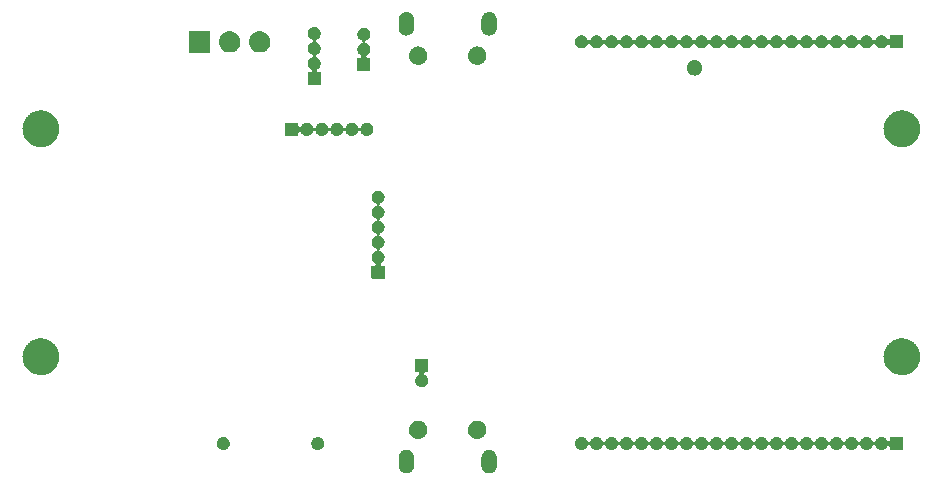
<source format=gbr>
G04 #@! TF.GenerationSoftware,KiCad,Pcbnew,5.99.0-unknown-df3fabf~86~ubuntu18.04.1*
G04 #@! TF.CreationDate,2019-10-30T18:29:11-04:00*
G04 #@! TF.ProjectId,node_base,6e6f6465-5f62-4617-9365-2e6b69636164,rev?*
G04 #@! TF.SameCoordinates,Original*
G04 #@! TF.FileFunction,Soldermask,Bot*
G04 #@! TF.FilePolarity,Negative*
%FSLAX46Y46*%
G04 Gerber Fmt 4.6, Leading zero omitted, Abs format (unit mm)*
G04 Created by KiCad (PCBNEW 5.99.0-unknown-df3fabf~86~ubuntu18.04.1) date 2019-10-30 18:29:11*
%MOMM*%
%LPD*%
G04 APERTURE LIST*
G04 APERTURE END LIST*
G36*
X114518492Y-107534050D02*
G01*
X114541202Y-107532621D01*
X114599045Y-107543655D01*
X114649599Y-107549683D01*
X114671467Y-107557470D01*
X114702769Y-107563441D01*
X114747975Y-107584713D01*
X114787189Y-107598677D01*
X114814553Y-107616043D01*
X114851596Y-107633474D01*
X114883140Y-107659570D01*
X114910505Y-107676936D01*
X114939838Y-107706474D01*
X114978330Y-107738318D01*
X114997060Y-107764097D01*
X115013417Y-107780569D01*
X115040395Y-107823743D01*
X115075010Y-107871386D01*
X115083387Y-107892545D01*
X115090814Y-107904430D01*
X115110685Y-107961490D01*
X115135559Y-108024316D01*
X115137265Y-108037817D01*
X115138846Y-108042358D01*
X115146828Y-108113517D01*
X115151000Y-108146544D01*
X115151000Y-108921248D01*
X115136606Y-109041963D01*
X115115809Y-109099102D01*
X115110095Y-109129054D01*
X115094742Y-109156981D01*
X115086803Y-109178793D01*
X115059227Y-109221583D01*
X115030856Y-109273189D01*
X115015278Y-109289777D01*
X115007685Y-109301560D01*
X114964509Y-109343841D01*
X114918260Y-109393091D01*
X114906771Y-109400382D01*
X114903337Y-109403745D01*
X114842349Y-109441265D01*
X114779384Y-109481224D01*
X114708505Y-109504254D01*
X114640678Y-109527344D01*
X114635893Y-109527847D01*
X114622954Y-109532051D01*
X114555534Y-109536293D01*
X114495428Y-109542610D01*
X114481508Y-109540950D01*
X114458798Y-109542379D01*
X114400955Y-109531345D01*
X114350401Y-109525317D01*
X114328533Y-109517530D01*
X114297231Y-109511559D01*
X114252025Y-109490287D01*
X114212811Y-109476323D01*
X114185447Y-109458957D01*
X114148404Y-109441526D01*
X114116861Y-109415431D01*
X114089495Y-109398064D01*
X114060158Y-109368522D01*
X114021670Y-109336681D01*
X114002943Y-109310906D01*
X113986583Y-109294431D01*
X113959602Y-109251252D01*
X113924990Y-109203613D01*
X113916613Y-109182454D01*
X113909186Y-109170569D01*
X113889315Y-109113509D01*
X113864441Y-109050683D01*
X113862735Y-109037182D01*
X113861154Y-109032641D01*
X113853172Y-108961482D01*
X113849000Y-108928455D01*
X113849000Y-108153752D01*
X113863395Y-108033035D01*
X113884191Y-107975898D01*
X113889905Y-107945946D01*
X113905257Y-107918022D01*
X113913196Y-107896209D01*
X113940776Y-107853413D01*
X113969145Y-107801811D01*
X113984721Y-107785225D01*
X113992314Y-107773442D01*
X114035484Y-107731167D01*
X114081740Y-107681909D01*
X114093232Y-107674616D01*
X114096666Y-107671253D01*
X114157655Y-107633732D01*
X114220616Y-107593776D01*
X114291495Y-107570746D01*
X114359322Y-107547656D01*
X114364107Y-107547153D01*
X114377046Y-107542949D01*
X114444466Y-107538707D01*
X114504572Y-107532390D01*
X114518492Y-107534050D01*
G37*
G36*
X121518491Y-107534050D02*
G01*
X121541201Y-107532621D01*
X121599044Y-107543655D01*
X121649598Y-107549683D01*
X121671466Y-107557470D01*
X121702768Y-107563441D01*
X121747974Y-107584713D01*
X121787188Y-107598677D01*
X121814553Y-107616043D01*
X121851595Y-107633474D01*
X121883137Y-107659568D01*
X121910505Y-107676936D01*
X121939839Y-107706476D01*
X121978330Y-107738318D01*
X121997060Y-107764097D01*
X122013417Y-107780569D01*
X122040395Y-107823743D01*
X122075010Y-107871386D01*
X122083387Y-107892545D01*
X122090814Y-107904430D01*
X122110685Y-107961490D01*
X122135559Y-108024316D01*
X122137265Y-108037817D01*
X122138846Y-108042358D01*
X122146828Y-108113517D01*
X122151000Y-108146544D01*
X122151000Y-108921248D01*
X122136606Y-109041963D01*
X122115809Y-109099102D01*
X122110095Y-109129054D01*
X122094742Y-109156981D01*
X122086803Y-109178793D01*
X122059225Y-109221586D01*
X122030856Y-109273189D01*
X122015280Y-109289776D01*
X122007687Y-109301558D01*
X121964517Y-109343833D01*
X121918261Y-109393091D01*
X121906769Y-109400384D01*
X121903335Y-109403747D01*
X121842346Y-109441268D01*
X121779385Y-109481224D01*
X121708506Y-109504254D01*
X121640679Y-109527344D01*
X121635894Y-109527847D01*
X121622955Y-109532051D01*
X121555535Y-109536293D01*
X121495429Y-109542610D01*
X121481509Y-109540950D01*
X121458799Y-109542379D01*
X121400956Y-109531345D01*
X121350402Y-109525317D01*
X121328534Y-109517530D01*
X121297232Y-109511559D01*
X121252026Y-109490287D01*
X121212812Y-109476323D01*
X121185448Y-109458957D01*
X121148405Y-109441526D01*
X121116861Y-109415430D01*
X121089496Y-109398064D01*
X121060163Y-109368526D01*
X121021671Y-109336682D01*
X121002941Y-109310903D01*
X120986584Y-109294431D01*
X120959605Y-109251255D01*
X120924991Y-109203614D01*
X120916614Y-109182457D01*
X120909187Y-109170571D01*
X120889318Y-109113515D01*
X120864441Y-109050684D01*
X120862735Y-109037180D01*
X120861154Y-109032640D01*
X120853173Y-108961489D01*
X120849000Y-108928456D01*
X120849000Y-108153753D01*
X120863394Y-108033038D01*
X120884191Y-107975899D01*
X120889905Y-107945947D01*
X120905258Y-107918020D01*
X120913197Y-107896208D01*
X120940775Y-107853415D01*
X120969144Y-107801812D01*
X120984720Y-107785225D01*
X120992313Y-107773443D01*
X121035481Y-107731169D01*
X121081739Y-107681909D01*
X121093231Y-107674616D01*
X121096665Y-107671253D01*
X121157654Y-107633732D01*
X121220615Y-107593776D01*
X121291494Y-107570746D01*
X121359321Y-107547656D01*
X121364106Y-107547153D01*
X121377045Y-107542949D01*
X121444465Y-107538707D01*
X121504571Y-107532390D01*
X121518491Y-107534050D01*
G37*
G36*
X107017381Y-106446783D02*
G01*
X107040734Y-106445314D01*
X107091992Y-106456209D01*
X107135218Y-106461670D01*
X107156974Y-106470021D01*
X107188399Y-106476701D01*
X107227154Y-106496961D01*
X107259724Y-106509464D01*
X107285993Y-106527721D01*
X107322185Y-106546642D01*
X107347727Y-106570628D01*
X107369239Y-106585579D01*
X107396135Y-106616086D01*
X107432233Y-106649985D01*
X107445865Y-106672493D01*
X107457433Y-106685615D01*
X107480289Y-106729334D01*
X107510437Y-106779114D01*
X107515164Y-106796043D01*
X107519220Y-106803802D01*
X107533047Y-106860095D01*
X107551034Y-106924518D01*
X107549333Y-107087006D01*
X107529987Y-107151082D01*
X107514997Y-107207026D01*
X107510781Y-107214695D01*
X107505699Y-107231527D01*
X107474508Y-107280676D01*
X107450747Y-107323898D01*
X107438908Y-107336772D01*
X107424808Y-107358991D01*
X107388006Y-107392128D01*
X107360478Y-107422064D01*
X107338657Y-107436562D01*
X107312620Y-107460006D01*
X107276045Y-107478162D01*
X107249394Y-107495869D01*
X107216565Y-107507688D01*
X107177399Y-107527130D01*
X107145839Y-107533150D01*
X107123916Y-107541043D01*
X107080593Y-107545597D01*
X107029108Y-107555418D01*
X107005787Y-107553460D01*
X106991284Y-107554984D01*
X106939548Y-107547897D01*
X106878673Y-107542785D01*
X106864937Y-107537677D01*
X106859150Y-107536884D01*
X106802595Y-107514492D01*
X106737177Y-107490163D01*
X106678252Y-107447352D01*
X106626441Y-107410532D01*
X106624537Y-107408326D01*
X106615044Y-107401429D01*
X106575302Y-107351287D01*
X106539300Y-107309579D01*
X106534001Y-107299179D01*
X106521272Y-107283119D01*
X106499838Y-107232129D01*
X106478754Y-107190749D01*
X106474096Y-107170892D01*
X106462771Y-107143950D01*
X106456928Y-107097696D01*
X106448299Y-107060909D01*
X106448604Y-107031808D01*
X106443850Y-106994176D01*
X106449392Y-106956647D01*
X106449697Y-106927552D01*
X106459092Y-106890961D01*
X106465904Y-106844831D01*
X106477791Y-106818132D01*
X106482864Y-106798375D01*
X106504815Y-106757436D01*
X106527307Y-106706918D01*
X106540366Y-106691132D01*
X106545883Y-106680843D01*
X106582753Y-106639895D01*
X106623535Y-106590598D01*
X106633171Y-106583901D01*
X106635122Y-106581734D01*
X106687700Y-106546002D01*
X106747500Y-106504440D01*
X106813435Y-106481479D01*
X106870424Y-106460285D01*
X106876223Y-106459614D01*
X106890067Y-106454793D01*
X106951037Y-106450957D01*
X107002909Y-106444955D01*
X107017381Y-106446783D01*
G37*
G36*
X99017381Y-106446783D02*
G01*
X99040734Y-106445314D01*
X99091992Y-106456209D01*
X99135218Y-106461670D01*
X99156974Y-106470021D01*
X99188399Y-106476701D01*
X99227154Y-106496961D01*
X99259724Y-106509464D01*
X99285993Y-106527721D01*
X99322185Y-106546642D01*
X99347727Y-106570628D01*
X99369239Y-106585579D01*
X99396135Y-106616086D01*
X99432233Y-106649985D01*
X99445865Y-106672493D01*
X99457433Y-106685615D01*
X99480289Y-106729334D01*
X99510437Y-106779114D01*
X99515164Y-106796043D01*
X99519220Y-106803802D01*
X99533047Y-106860095D01*
X99551034Y-106924518D01*
X99549333Y-107087006D01*
X99529987Y-107151082D01*
X99514997Y-107207026D01*
X99510781Y-107214695D01*
X99505699Y-107231527D01*
X99474508Y-107280676D01*
X99450747Y-107323898D01*
X99438908Y-107336772D01*
X99424808Y-107358991D01*
X99388006Y-107392128D01*
X99360478Y-107422064D01*
X99338657Y-107436562D01*
X99312620Y-107460006D01*
X99276045Y-107478162D01*
X99249394Y-107495869D01*
X99216565Y-107507688D01*
X99177399Y-107527130D01*
X99145839Y-107533150D01*
X99123916Y-107541043D01*
X99080593Y-107545597D01*
X99029108Y-107555418D01*
X99005787Y-107553460D01*
X98991284Y-107554984D01*
X98939548Y-107547897D01*
X98878673Y-107542785D01*
X98864937Y-107537677D01*
X98859150Y-107536884D01*
X98802595Y-107514492D01*
X98737177Y-107490163D01*
X98678252Y-107447352D01*
X98626441Y-107410532D01*
X98624537Y-107408326D01*
X98615044Y-107401429D01*
X98575302Y-107351287D01*
X98539300Y-107309579D01*
X98534001Y-107299179D01*
X98521272Y-107283119D01*
X98499838Y-107232129D01*
X98478754Y-107190749D01*
X98474096Y-107170892D01*
X98462771Y-107143950D01*
X98456928Y-107097696D01*
X98448299Y-107060909D01*
X98448604Y-107031808D01*
X98443850Y-106994176D01*
X98449392Y-106956647D01*
X98449697Y-106927552D01*
X98459092Y-106890961D01*
X98465904Y-106844831D01*
X98477791Y-106818132D01*
X98482864Y-106798375D01*
X98504815Y-106757436D01*
X98527307Y-106706918D01*
X98540366Y-106691132D01*
X98545883Y-106680843D01*
X98582753Y-106639895D01*
X98623535Y-106590598D01*
X98633171Y-106583901D01*
X98635122Y-106581734D01*
X98687700Y-106546002D01*
X98747500Y-106504440D01*
X98813435Y-106481479D01*
X98870424Y-106460285D01*
X98876223Y-106459614D01*
X98890067Y-106454793D01*
X98951037Y-106450957D01*
X99002909Y-106444955D01*
X99017381Y-106446783D01*
G37*
G36*
X156519899Y-106451959D02*
G01*
X156536769Y-106463231D01*
X156548041Y-106480101D01*
X156554448Y-106512312D01*
X156554448Y-107487688D01*
X156551999Y-107500000D01*
X156548041Y-107519899D01*
X156536769Y-107536769D01*
X156519899Y-107548041D01*
X156500000Y-107551999D01*
X156487688Y-107554448D01*
X155512312Y-107554448D01*
X155480101Y-107548041D01*
X155463231Y-107536769D01*
X155451959Y-107519899D01*
X155445552Y-107487688D01*
X155445552Y-107329367D01*
X155425709Y-107261787D01*
X155372479Y-107215664D01*
X155302764Y-107205640D01*
X155238696Y-107234899D01*
X155224798Y-107252374D01*
X155222889Y-107257676D01*
X155200073Y-107289781D01*
X155185779Y-107316777D01*
X155161608Y-107343906D01*
X155135438Y-107380731D01*
X155111601Y-107400034D01*
X155097063Y-107416351D01*
X155059967Y-107441846D01*
X155018116Y-107475736D01*
X154997971Y-107484453D01*
X154987151Y-107491890D01*
X154936956Y-107510858D01*
X154879568Y-107535692D01*
X154866497Y-107537482D01*
X154862402Y-107539030D01*
X154800634Y-107546504D01*
X154767815Y-107551000D01*
X154698568Y-107551000D01*
X154591657Y-107537494D01*
X154531208Y-107513926D01*
X154503781Y-107508096D01*
X154482648Y-107494993D01*
X154467708Y-107489168D01*
X154426172Y-107459976D01*
X154375478Y-107428544D01*
X154364569Y-107416680D01*
X154358598Y-107412484D01*
X154319558Y-107367731D01*
X154273293Y-107317419D01*
X154239505Y-107251107D01*
X154206534Y-107187226D01*
X154157906Y-107136275D01*
X154089451Y-107119702D01*
X154022903Y-107142770D01*
X153984988Y-107186066D01*
X153965247Y-107223349D01*
X153952889Y-107257676D01*
X153930072Y-107289782D01*
X153915779Y-107316777D01*
X153891608Y-107343906D01*
X153865438Y-107380731D01*
X153841601Y-107400034D01*
X153827063Y-107416351D01*
X153789967Y-107441846D01*
X153748116Y-107475736D01*
X153727971Y-107484453D01*
X153717151Y-107491890D01*
X153666956Y-107510858D01*
X153609568Y-107535692D01*
X153596497Y-107537482D01*
X153592402Y-107539030D01*
X153530634Y-107546504D01*
X153497815Y-107551000D01*
X153428568Y-107551000D01*
X153321657Y-107537494D01*
X153261208Y-107513926D01*
X153233781Y-107508096D01*
X153212648Y-107494993D01*
X153197708Y-107489168D01*
X153156172Y-107459976D01*
X153105478Y-107428544D01*
X153094569Y-107416680D01*
X153088598Y-107412484D01*
X153049558Y-107367731D01*
X153003293Y-107317419D01*
X152969505Y-107251107D01*
X152936534Y-107187226D01*
X152887906Y-107136275D01*
X152819451Y-107119702D01*
X152752903Y-107142770D01*
X152714988Y-107186066D01*
X152695247Y-107223349D01*
X152682889Y-107257676D01*
X152660072Y-107289782D01*
X152645779Y-107316777D01*
X152621608Y-107343906D01*
X152595438Y-107380731D01*
X152571601Y-107400034D01*
X152557063Y-107416351D01*
X152519967Y-107441846D01*
X152478116Y-107475736D01*
X152457971Y-107484453D01*
X152447151Y-107491890D01*
X152396956Y-107510858D01*
X152339568Y-107535692D01*
X152326497Y-107537482D01*
X152322402Y-107539030D01*
X152260634Y-107546504D01*
X152227815Y-107551000D01*
X152158568Y-107551000D01*
X152051657Y-107537494D01*
X151991208Y-107513926D01*
X151963781Y-107508096D01*
X151942648Y-107494993D01*
X151927708Y-107489168D01*
X151886172Y-107459976D01*
X151835478Y-107428544D01*
X151824569Y-107416680D01*
X151818598Y-107412484D01*
X151779558Y-107367731D01*
X151733293Y-107317419D01*
X151699505Y-107251107D01*
X151666534Y-107187226D01*
X151617906Y-107136275D01*
X151549451Y-107119702D01*
X151482903Y-107142770D01*
X151444988Y-107186066D01*
X151425247Y-107223349D01*
X151412889Y-107257676D01*
X151390072Y-107289782D01*
X151375779Y-107316777D01*
X151351608Y-107343906D01*
X151325438Y-107380731D01*
X151301601Y-107400034D01*
X151287063Y-107416351D01*
X151249967Y-107441846D01*
X151208116Y-107475736D01*
X151187971Y-107484453D01*
X151177151Y-107491890D01*
X151126956Y-107510858D01*
X151069568Y-107535692D01*
X151056497Y-107537482D01*
X151052402Y-107539030D01*
X150990634Y-107546504D01*
X150957815Y-107551000D01*
X150888568Y-107551000D01*
X150781657Y-107537494D01*
X150721208Y-107513926D01*
X150693781Y-107508096D01*
X150672648Y-107494993D01*
X150657708Y-107489168D01*
X150616172Y-107459976D01*
X150565478Y-107428544D01*
X150554569Y-107416680D01*
X150548598Y-107412484D01*
X150509558Y-107367731D01*
X150463293Y-107317419D01*
X150429505Y-107251107D01*
X150396534Y-107187226D01*
X150347906Y-107136275D01*
X150279451Y-107119702D01*
X150212903Y-107142770D01*
X150174988Y-107186066D01*
X150155247Y-107223349D01*
X150142889Y-107257676D01*
X150120072Y-107289782D01*
X150105779Y-107316777D01*
X150081608Y-107343906D01*
X150055438Y-107380731D01*
X150031601Y-107400034D01*
X150017063Y-107416351D01*
X149979967Y-107441846D01*
X149938116Y-107475736D01*
X149917971Y-107484453D01*
X149907151Y-107491890D01*
X149856956Y-107510858D01*
X149799568Y-107535692D01*
X149786497Y-107537482D01*
X149782402Y-107539030D01*
X149720634Y-107546504D01*
X149687815Y-107551000D01*
X149618568Y-107551000D01*
X149511657Y-107537494D01*
X149451208Y-107513926D01*
X149423781Y-107508096D01*
X149402648Y-107494993D01*
X149387708Y-107489168D01*
X149346172Y-107459976D01*
X149295478Y-107428544D01*
X149284569Y-107416680D01*
X149278598Y-107412484D01*
X149239558Y-107367731D01*
X149193293Y-107317419D01*
X149159505Y-107251107D01*
X149126534Y-107187226D01*
X149077906Y-107136275D01*
X149009451Y-107119702D01*
X148942903Y-107142770D01*
X148904988Y-107186066D01*
X148885247Y-107223349D01*
X148872889Y-107257676D01*
X148850072Y-107289782D01*
X148835779Y-107316777D01*
X148811608Y-107343906D01*
X148785438Y-107380731D01*
X148761601Y-107400034D01*
X148747063Y-107416351D01*
X148709967Y-107441846D01*
X148668116Y-107475736D01*
X148647971Y-107484453D01*
X148637151Y-107491890D01*
X148586956Y-107510858D01*
X148529568Y-107535692D01*
X148516497Y-107537482D01*
X148512402Y-107539030D01*
X148450634Y-107546504D01*
X148417815Y-107551000D01*
X148348568Y-107551000D01*
X148241657Y-107537494D01*
X148181208Y-107513926D01*
X148153781Y-107508096D01*
X148132648Y-107494993D01*
X148117708Y-107489168D01*
X148076172Y-107459976D01*
X148025478Y-107428544D01*
X148014569Y-107416680D01*
X148008598Y-107412484D01*
X147969558Y-107367731D01*
X147923293Y-107317419D01*
X147889505Y-107251107D01*
X147856534Y-107187226D01*
X147807906Y-107136275D01*
X147739451Y-107119702D01*
X147672903Y-107142770D01*
X147634988Y-107186066D01*
X147615247Y-107223349D01*
X147602889Y-107257676D01*
X147580072Y-107289782D01*
X147565779Y-107316777D01*
X147541608Y-107343906D01*
X147515438Y-107380731D01*
X147491601Y-107400034D01*
X147477063Y-107416351D01*
X147439967Y-107441846D01*
X147398116Y-107475736D01*
X147377971Y-107484453D01*
X147367151Y-107491890D01*
X147316956Y-107510858D01*
X147259568Y-107535692D01*
X147246497Y-107537482D01*
X147242402Y-107539030D01*
X147180634Y-107546504D01*
X147147815Y-107551000D01*
X147078568Y-107551000D01*
X146971657Y-107537494D01*
X146911208Y-107513926D01*
X146883781Y-107508096D01*
X146862648Y-107494993D01*
X146847708Y-107489168D01*
X146806172Y-107459976D01*
X146755478Y-107428544D01*
X146744569Y-107416680D01*
X146738598Y-107412484D01*
X146699558Y-107367731D01*
X146653293Y-107317419D01*
X146619505Y-107251107D01*
X146586534Y-107187226D01*
X146537906Y-107136275D01*
X146469451Y-107119702D01*
X146402903Y-107142770D01*
X146364988Y-107186066D01*
X146345247Y-107223349D01*
X146332889Y-107257676D01*
X146310072Y-107289782D01*
X146295779Y-107316777D01*
X146271608Y-107343906D01*
X146245438Y-107380731D01*
X146221601Y-107400034D01*
X146207063Y-107416351D01*
X146169967Y-107441846D01*
X146128116Y-107475736D01*
X146107971Y-107484453D01*
X146097151Y-107491890D01*
X146046956Y-107510858D01*
X145989568Y-107535692D01*
X145976497Y-107537482D01*
X145972402Y-107539030D01*
X145910634Y-107546504D01*
X145877815Y-107551000D01*
X145808568Y-107551000D01*
X145701657Y-107537494D01*
X145641208Y-107513926D01*
X145613781Y-107508096D01*
X145592648Y-107494993D01*
X145577708Y-107489168D01*
X145536172Y-107459976D01*
X145485478Y-107428544D01*
X145474569Y-107416680D01*
X145468598Y-107412484D01*
X145429558Y-107367731D01*
X145383293Y-107317419D01*
X145349505Y-107251107D01*
X145316534Y-107187226D01*
X145267906Y-107136275D01*
X145199451Y-107119702D01*
X145132903Y-107142770D01*
X145094988Y-107186066D01*
X145075247Y-107223349D01*
X145062889Y-107257676D01*
X145040072Y-107289782D01*
X145025779Y-107316777D01*
X145001608Y-107343906D01*
X144975438Y-107380731D01*
X144951601Y-107400034D01*
X144937063Y-107416351D01*
X144899967Y-107441846D01*
X144858116Y-107475736D01*
X144837971Y-107484453D01*
X144827151Y-107491890D01*
X144776956Y-107510858D01*
X144719568Y-107535692D01*
X144706497Y-107537482D01*
X144702402Y-107539030D01*
X144640634Y-107546504D01*
X144607815Y-107551000D01*
X144538568Y-107551000D01*
X144431657Y-107537494D01*
X144371208Y-107513926D01*
X144343781Y-107508096D01*
X144322648Y-107494993D01*
X144307708Y-107489168D01*
X144266172Y-107459976D01*
X144215478Y-107428544D01*
X144204569Y-107416680D01*
X144198598Y-107412484D01*
X144159558Y-107367731D01*
X144113293Y-107317419D01*
X144079505Y-107251107D01*
X144046534Y-107187226D01*
X143997906Y-107136275D01*
X143929451Y-107119702D01*
X143862903Y-107142770D01*
X143824988Y-107186066D01*
X143805247Y-107223349D01*
X143792889Y-107257676D01*
X143770072Y-107289782D01*
X143755779Y-107316777D01*
X143731608Y-107343906D01*
X143705438Y-107380731D01*
X143681601Y-107400034D01*
X143667063Y-107416351D01*
X143629967Y-107441846D01*
X143588116Y-107475736D01*
X143567971Y-107484453D01*
X143557151Y-107491890D01*
X143506956Y-107510858D01*
X143449568Y-107535692D01*
X143436497Y-107537482D01*
X143432402Y-107539030D01*
X143370634Y-107546504D01*
X143337815Y-107551000D01*
X143268568Y-107551000D01*
X143161657Y-107537494D01*
X143101208Y-107513926D01*
X143073781Y-107508096D01*
X143052648Y-107494993D01*
X143037708Y-107489168D01*
X142996172Y-107459976D01*
X142945478Y-107428544D01*
X142934569Y-107416680D01*
X142928598Y-107412484D01*
X142889558Y-107367731D01*
X142843293Y-107317419D01*
X142809505Y-107251107D01*
X142776534Y-107187226D01*
X142727906Y-107136275D01*
X142659451Y-107119702D01*
X142592903Y-107142770D01*
X142554988Y-107186066D01*
X142535247Y-107223349D01*
X142522889Y-107257676D01*
X142500072Y-107289782D01*
X142485779Y-107316777D01*
X142461608Y-107343906D01*
X142435438Y-107380731D01*
X142411601Y-107400034D01*
X142397063Y-107416351D01*
X142359967Y-107441846D01*
X142318116Y-107475736D01*
X142297971Y-107484453D01*
X142287151Y-107491890D01*
X142236956Y-107510858D01*
X142179568Y-107535692D01*
X142166497Y-107537482D01*
X142162402Y-107539030D01*
X142100634Y-107546504D01*
X142067815Y-107551000D01*
X141998568Y-107551000D01*
X141891657Y-107537494D01*
X141831208Y-107513926D01*
X141803781Y-107508096D01*
X141782648Y-107494993D01*
X141767708Y-107489168D01*
X141726172Y-107459976D01*
X141675478Y-107428544D01*
X141664569Y-107416680D01*
X141658598Y-107412484D01*
X141619558Y-107367731D01*
X141573293Y-107317419D01*
X141539505Y-107251107D01*
X141506534Y-107187226D01*
X141457906Y-107136275D01*
X141389451Y-107119702D01*
X141322903Y-107142770D01*
X141284988Y-107186066D01*
X141265247Y-107223349D01*
X141252889Y-107257676D01*
X141230072Y-107289782D01*
X141215779Y-107316777D01*
X141191608Y-107343906D01*
X141165438Y-107380731D01*
X141141601Y-107400034D01*
X141127063Y-107416351D01*
X141089967Y-107441846D01*
X141048116Y-107475736D01*
X141027971Y-107484453D01*
X141017151Y-107491890D01*
X140966956Y-107510858D01*
X140909568Y-107535692D01*
X140896497Y-107537482D01*
X140892402Y-107539030D01*
X140830634Y-107546504D01*
X140797815Y-107551000D01*
X140728568Y-107551000D01*
X140621657Y-107537494D01*
X140561208Y-107513926D01*
X140533781Y-107508096D01*
X140512648Y-107494993D01*
X140497708Y-107489168D01*
X140456172Y-107459976D01*
X140405478Y-107428544D01*
X140394569Y-107416680D01*
X140388598Y-107412484D01*
X140349558Y-107367731D01*
X140303293Y-107317419D01*
X140269505Y-107251107D01*
X140236534Y-107187226D01*
X140187906Y-107136275D01*
X140119451Y-107119702D01*
X140052903Y-107142770D01*
X140014988Y-107186066D01*
X139995247Y-107223349D01*
X139982889Y-107257676D01*
X139960072Y-107289782D01*
X139945779Y-107316777D01*
X139921608Y-107343906D01*
X139895438Y-107380731D01*
X139871601Y-107400034D01*
X139857063Y-107416351D01*
X139819967Y-107441846D01*
X139778116Y-107475736D01*
X139757971Y-107484453D01*
X139747151Y-107491890D01*
X139696956Y-107510858D01*
X139639568Y-107535692D01*
X139626497Y-107537482D01*
X139622402Y-107539030D01*
X139560634Y-107546504D01*
X139527815Y-107551000D01*
X139458568Y-107551000D01*
X139351657Y-107537494D01*
X139291208Y-107513926D01*
X139263781Y-107508096D01*
X139242648Y-107494993D01*
X139227708Y-107489168D01*
X139186172Y-107459976D01*
X139135478Y-107428544D01*
X139124569Y-107416680D01*
X139118598Y-107412484D01*
X139079558Y-107367731D01*
X139033293Y-107317419D01*
X138999505Y-107251107D01*
X138966534Y-107187226D01*
X138917906Y-107136275D01*
X138849451Y-107119702D01*
X138782903Y-107142770D01*
X138744988Y-107186066D01*
X138725247Y-107223349D01*
X138712889Y-107257676D01*
X138690072Y-107289782D01*
X138675779Y-107316777D01*
X138651608Y-107343906D01*
X138625438Y-107380731D01*
X138601601Y-107400034D01*
X138587063Y-107416351D01*
X138549967Y-107441846D01*
X138508116Y-107475736D01*
X138487971Y-107484453D01*
X138477151Y-107491890D01*
X138426956Y-107510858D01*
X138369568Y-107535692D01*
X138356497Y-107537482D01*
X138352402Y-107539030D01*
X138290634Y-107546504D01*
X138257815Y-107551000D01*
X138188568Y-107551000D01*
X138081657Y-107537494D01*
X138021208Y-107513926D01*
X137993781Y-107508096D01*
X137972648Y-107494993D01*
X137957708Y-107489168D01*
X137916172Y-107459976D01*
X137865478Y-107428544D01*
X137854569Y-107416680D01*
X137848598Y-107412484D01*
X137809558Y-107367731D01*
X137763293Y-107317419D01*
X137729505Y-107251107D01*
X137696534Y-107187226D01*
X137647906Y-107136275D01*
X137579451Y-107119702D01*
X137512903Y-107142770D01*
X137474988Y-107186066D01*
X137455247Y-107223349D01*
X137442889Y-107257676D01*
X137420072Y-107289782D01*
X137405779Y-107316777D01*
X137381608Y-107343906D01*
X137355438Y-107380731D01*
X137331601Y-107400034D01*
X137317063Y-107416351D01*
X137279967Y-107441846D01*
X137238116Y-107475736D01*
X137217971Y-107484453D01*
X137207151Y-107491890D01*
X137156956Y-107510858D01*
X137099568Y-107535692D01*
X137086497Y-107537482D01*
X137082402Y-107539030D01*
X137020634Y-107546504D01*
X136987815Y-107551000D01*
X136918568Y-107551000D01*
X136811657Y-107537494D01*
X136751208Y-107513926D01*
X136723781Y-107508096D01*
X136702648Y-107494993D01*
X136687708Y-107489168D01*
X136646172Y-107459976D01*
X136595478Y-107428544D01*
X136584569Y-107416680D01*
X136578598Y-107412484D01*
X136539558Y-107367731D01*
X136493293Y-107317419D01*
X136459505Y-107251107D01*
X136426534Y-107187226D01*
X136377906Y-107136275D01*
X136309451Y-107119702D01*
X136242903Y-107142770D01*
X136204988Y-107186066D01*
X136185247Y-107223349D01*
X136172889Y-107257676D01*
X136150072Y-107289782D01*
X136135779Y-107316777D01*
X136111608Y-107343906D01*
X136085438Y-107380731D01*
X136061601Y-107400034D01*
X136047063Y-107416351D01*
X136009967Y-107441846D01*
X135968116Y-107475736D01*
X135947971Y-107484453D01*
X135937151Y-107491890D01*
X135886956Y-107510858D01*
X135829568Y-107535692D01*
X135816497Y-107537482D01*
X135812402Y-107539030D01*
X135750634Y-107546504D01*
X135717815Y-107551000D01*
X135648568Y-107551000D01*
X135541657Y-107537494D01*
X135481208Y-107513926D01*
X135453781Y-107508096D01*
X135432648Y-107494993D01*
X135417708Y-107489168D01*
X135376172Y-107459976D01*
X135325478Y-107428544D01*
X135314569Y-107416680D01*
X135308598Y-107412484D01*
X135269558Y-107367731D01*
X135223293Y-107317419D01*
X135189505Y-107251107D01*
X135156534Y-107187226D01*
X135107906Y-107136275D01*
X135039451Y-107119702D01*
X134972903Y-107142770D01*
X134934988Y-107186066D01*
X134915247Y-107223349D01*
X134902889Y-107257676D01*
X134880072Y-107289782D01*
X134865779Y-107316777D01*
X134841608Y-107343906D01*
X134815438Y-107380731D01*
X134791601Y-107400034D01*
X134777063Y-107416351D01*
X134739967Y-107441846D01*
X134698116Y-107475736D01*
X134677971Y-107484453D01*
X134667151Y-107491890D01*
X134616956Y-107510858D01*
X134559568Y-107535692D01*
X134546497Y-107537482D01*
X134542402Y-107539030D01*
X134480634Y-107546504D01*
X134447815Y-107551000D01*
X134378568Y-107551000D01*
X134271657Y-107537494D01*
X134211208Y-107513926D01*
X134183781Y-107508096D01*
X134162648Y-107494993D01*
X134147708Y-107489168D01*
X134106172Y-107459976D01*
X134055478Y-107428544D01*
X134044569Y-107416680D01*
X134038598Y-107412484D01*
X133999558Y-107367731D01*
X133953293Y-107317419D01*
X133919505Y-107251107D01*
X133886534Y-107187226D01*
X133837906Y-107136275D01*
X133769451Y-107119702D01*
X133702903Y-107142770D01*
X133664988Y-107186066D01*
X133645247Y-107223349D01*
X133632889Y-107257676D01*
X133610072Y-107289782D01*
X133595779Y-107316777D01*
X133571608Y-107343906D01*
X133545438Y-107380731D01*
X133521601Y-107400034D01*
X133507063Y-107416351D01*
X133469967Y-107441846D01*
X133428116Y-107475736D01*
X133407971Y-107484453D01*
X133397151Y-107491890D01*
X133346956Y-107510858D01*
X133289568Y-107535692D01*
X133276497Y-107537482D01*
X133272402Y-107539030D01*
X133210634Y-107546504D01*
X133177815Y-107551000D01*
X133108568Y-107551000D01*
X133001657Y-107537494D01*
X132941208Y-107513926D01*
X132913781Y-107508096D01*
X132892648Y-107494993D01*
X132877708Y-107489168D01*
X132836172Y-107459976D01*
X132785478Y-107428544D01*
X132774569Y-107416680D01*
X132768598Y-107412484D01*
X132729558Y-107367731D01*
X132683293Y-107317419D01*
X132649505Y-107251107D01*
X132616534Y-107187226D01*
X132567906Y-107136275D01*
X132499451Y-107119702D01*
X132432903Y-107142770D01*
X132394988Y-107186066D01*
X132375247Y-107223349D01*
X132362889Y-107257676D01*
X132340072Y-107289782D01*
X132325779Y-107316777D01*
X132301608Y-107343906D01*
X132275438Y-107380731D01*
X132251601Y-107400034D01*
X132237063Y-107416351D01*
X132199967Y-107441846D01*
X132158116Y-107475736D01*
X132137971Y-107484453D01*
X132127151Y-107491890D01*
X132076956Y-107510858D01*
X132019568Y-107535692D01*
X132006497Y-107537482D01*
X132002402Y-107539030D01*
X131940634Y-107546504D01*
X131907815Y-107551000D01*
X131838568Y-107551000D01*
X131731657Y-107537494D01*
X131671208Y-107513926D01*
X131643781Y-107508096D01*
X131622648Y-107494993D01*
X131607708Y-107489168D01*
X131566172Y-107459976D01*
X131515478Y-107428544D01*
X131504569Y-107416680D01*
X131498598Y-107412484D01*
X131459558Y-107367731D01*
X131413293Y-107317419D01*
X131379505Y-107251107D01*
X131346534Y-107187226D01*
X131297906Y-107136275D01*
X131229451Y-107119702D01*
X131162903Y-107142770D01*
X131124988Y-107186066D01*
X131105247Y-107223349D01*
X131092889Y-107257676D01*
X131070072Y-107289782D01*
X131055779Y-107316777D01*
X131031608Y-107343906D01*
X131005438Y-107380731D01*
X130981601Y-107400034D01*
X130967063Y-107416351D01*
X130929967Y-107441846D01*
X130888116Y-107475736D01*
X130867971Y-107484453D01*
X130857151Y-107491890D01*
X130806956Y-107510858D01*
X130749568Y-107535692D01*
X130736497Y-107537482D01*
X130732402Y-107539030D01*
X130670634Y-107546504D01*
X130637815Y-107551000D01*
X130568568Y-107551000D01*
X130461657Y-107537494D01*
X130401208Y-107513926D01*
X130373781Y-107508096D01*
X130352648Y-107494993D01*
X130337708Y-107489168D01*
X130296172Y-107459976D01*
X130245478Y-107428544D01*
X130234569Y-107416680D01*
X130228598Y-107412484D01*
X130189558Y-107367731D01*
X130143293Y-107317419D01*
X130109505Y-107251107D01*
X130076534Y-107187226D01*
X130027906Y-107136275D01*
X129959451Y-107119702D01*
X129892903Y-107142770D01*
X129854988Y-107186066D01*
X129835247Y-107223349D01*
X129822889Y-107257676D01*
X129800072Y-107289782D01*
X129785779Y-107316777D01*
X129761608Y-107343906D01*
X129735438Y-107380731D01*
X129711601Y-107400034D01*
X129697063Y-107416351D01*
X129659967Y-107441846D01*
X129618116Y-107475736D01*
X129597971Y-107484453D01*
X129587151Y-107491890D01*
X129536956Y-107510858D01*
X129479568Y-107535692D01*
X129466497Y-107537482D01*
X129462402Y-107539030D01*
X129400634Y-107546504D01*
X129367815Y-107551000D01*
X129298568Y-107551000D01*
X129191657Y-107537494D01*
X129131208Y-107513926D01*
X129103781Y-107508096D01*
X129082648Y-107494993D01*
X129067708Y-107489168D01*
X129026172Y-107459976D01*
X128975478Y-107428544D01*
X128964569Y-107416680D01*
X128958598Y-107412484D01*
X128919558Y-107367731D01*
X128873293Y-107317419D01*
X128839500Y-107251097D01*
X128809760Y-107193476D01*
X128809420Y-107192061D01*
X128804757Y-107182909D01*
X128791822Y-107118760D01*
X128778626Y-107063796D01*
X128778680Y-107053583D01*
X128774917Y-107034923D01*
X128779074Y-106978318D01*
X128779325Y-106930434D01*
X128783940Y-106912060D01*
X128785974Y-106884364D01*
X128802256Y-106839139D01*
X128811813Y-106801089D01*
X128824753Y-106776650D01*
X128837111Y-106742324D01*
X128859928Y-106710218D01*
X128874221Y-106683223D01*
X128898392Y-106656094D01*
X128924562Y-106619269D01*
X128948399Y-106599966D01*
X128962937Y-106583649D01*
X129000033Y-106558154D01*
X129041884Y-106524264D01*
X129062029Y-106515547D01*
X129072849Y-106508110D01*
X129123044Y-106489142D01*
X129180432Y-106464308D01*
X129193503Y-106462518D01*
X129197598Y-106460970D01*
X129259366Y-106453496D01*
X129292185Y-106449000D01*
X129361432Y-106449000D01*
X129468343Y-106462506D01*
X129528792Y-106486074D01*
X129556219Y-106491904D01*
X129577352Y-106505007D01*
X129592292Y-106510832D01*
X129633828Y-106540024D01*
X129684522Y-106571456D01*
X129695431Y-106583320D01*
X129701402Y-106587516D01*
X129740442Y-106632269D01*
X129786707Y-106682581D01*
X129820495Y-106748893D01*
X129853466Y-106812774D01*
X129902094Y-106863725D01*
X129970549Y-106880298D01*
X130037097Y-106857230D01*
X130075012Y-106813934D01*
X130094753Y-106776651D01*
X130107111Y-106742324D01*
X130129928Y-106710218D01*
X130144221Y-106683223D01*
X130168392Y-106656094D01*
X130194562Y-106619269D01*
X130218399Y-106599966D01*
X130232937Y-106583649D01*
X130270033Y-106558154D01*
X130311884Y-106524264D01*
X130332029Y-106515547D01*
X130342849Y-106508110D01*
X130393044Y-106489142D01*
X130450432Y-106464308D01*
X130463503Y-106462518D01*
X130467598Y-106460970D01*
X130529366Y-106453496D01*
X130562185Y-106449000D01*
X130631432Y-106449000D01*
X130738343Y-106462506D01*
X130798792Y-106486074D01*
X130826219Y-106491904D01*
X130847352Y-106505007D01*
X130862292Y-106510832D01*
X130903828Y-106540024D01*
X130954522Y-106571456D01*
X130965431Y-106583320D01*
X130971402Y-106587516D01*
X131010442Y-106632269D01*
X131056707Y-106682581D01*
X131090495Y-106748893D01*
X131123466Y-106812774D01*
X131172094Y-106863725D01*
X131240549Y-106880298D01*
X131307097Y-106857230D01*
X131345012Y-106813934D01*
X131364753Y-106776651D01*
X131377111Y-106742324D01*
X131399928Y-106710218D01*
X131414221Y-106683223D01*
X131438392Y-106656094D01*
X131464562Y-106619269D01*
X131488399Y-106599966D01*
X131502937Y-106583649D01*
X131540033Y-106558154D01*
X131581884Y-106524264D01*
X131602029Y-106515547D01*
X131612849Y-106508110D01*
X131663044Y-106489142D01*
X131720432Y-106464308D01*
X131733503Y-106462518D01*
X131737598Y-106460970D01*
X131799366Y-106453496D01*
X131832185Y-106449000D01*
X131901432Y-106449000D01*
X132008343Y-106462506D01*
X132068792Y-106486074D01*
X132096219Y-106491904D01*
X132117352Y-106505007D01*
X132132292Y-106510832D01*
X132173828Y-106540024D01*
X132224522Y-106571456D01*
X132235431Y-106583320D01*
X132241402Y-106587516D01*
X132280442Y-106632269D01*
X132326707Y-106682581D01*
X132360495Y-106748893D01*
X132393466Y-106812774D01*
X132442094Y-106863725D01*
X132510549Y-106880298D01*
X132577097Y-106857230D01*
X132615012Y-106813934D01*
X132634753Y-106776651D01*
X132647111Y-106742324D01*
X132669928Y-106710218D01*
X132684221Y-106683223D01*
X132708392Y-106656094D01*
X132734562Y-106619269D01*
X132758399Y-106599966D01*
X132772937Y-106583649D01*
X132810033Y-106558154D01*
X132851884Y-106524264D01*
X132872029Y-106515547D01*
X132882849Y-106508110D01*
X132933044Y-106489142D01*
X132990432Y-106464308D01*
X133003503Y-106462518D01*
X133007598Y-106460970D01*
X133069366Y-106453496D01*
X133102185Y-106449000D01*
X133171432Y-106449000D01*
X133278343Y-106462506D01*
X133338792Y-106486074D01*
X133366219Y-106491904D01*
X133387352Y-106505007D01*
X133402292Y-106510832D01*
X133443828Y-106540024D01*
X133494522Y-106571456D01*
X133505431Y-106583320D01*
X133511402Y-106587516D01*
X133550442Y-106632269D01*
X133596707Y-106682581D01*
X133630495Y-106748893D01*
X133663466Y-106812774D01*
X133712094Y-106863725D01*
X133780549Y-106880298D01*
X133847097Y-106857230D01*
X133885012Y-106813934D01*
X133904753Y-106776651D01*
X133917111Y-106742324D01*
X133939928Y-106710218D01*
X133954221Y-106683223D01*
X133978392Y-106656094D01*
X134004562Y-106619269D01*
X134028399Y-106599966D01*
X134042937Y-106583649D01*
X134080033Y-106558154D01*
X134121884Y-106524264D01*
X134142029Y-106515547D01*
X134152849Y-106508110D01*
X134203044Y-106489142D01*
X134260432Y-106464308D01*
X134273503Y-106462518D01*
X134277598Y-106460970D01*
X134339366Y-106453496D01*
X134372185Y-106449000D01*
X134441432Y-106449000D01*
X134548343Y-106462506D01*
X134608792Y-106486074D01*
X134636219Y-106491904D01*
X134657352Y-106505007D01*
X134672292Y-106510832D01*
X134713828Y-106540024D01*
X134764522Y-106571456D01*
X134775431Y-106583320D01*
X134781402Y-106587516D01*
X134820442Y-106632269D01*
X134866707Y-106682581D01*
X134900495Y-106748893D01*
X134933466Y-106812774D01*
X134982094Y-106863725D01*
X135050549Y-106880298D01*
X135117097Y-106857230D01*
X135155012Y-106813934D01*
X135174753Y-106776651D01*
X135187111Y-106742324D01*
X135209928Y-106710218D01*
X135224221Y-106683223D01*
X135248392Y-106656094D01*
X135274562Y-106619269D01*
X135298399Y-106599966D01*
X135312937Y-106583649D01*
X135350033Y-106558154D01*
X135391884Y-106524264D01*
X135412029Y-106515547D01*
X135422849Y-106508110D01*
X135473044Y-106489142D01*
X135530432Y-106464308D01*
X135543503Y-106462518D01*
X135547598Y-106460970D01*
X135609366Y-106453496D01*
X135642185Y-106449000D01*
X135711432Y-106449000D01*
X135818343Y-106462506D01*
X135878792Y-106486074D01*
X135906219Y-106491904D01*
X135927352Y-106505007D01*
X135942292Y-106510832D01*
X135983828Y-106540024D01*
X136034522Y-106571456D01*
X136045431Y-106583320D01*
X136051402Y-106587516D01*
X136090442Y-106632269D01*
X136136707Y-106682581D01*
X136170495Y-106748893D01*
X136203466Y-106812774D01*
X136252094Y-106863725D01*
X136320549Y-106880298D01*
X136387097Y-106857230D01*
X136425012Y-106813934D01*
X136444753Y-106776651D01*
X136457111Y-106742324D01*
X136479928Y-106710218D01*
X136494221Y-106683223D01*
X136518392Y-106656094D01*
X136544562Y-106619269D01*
X136568399Y-106599966D01*
X136582937Y-106583649D01*
X136620033Y-106558154D01*
X136661884Y-106524264D01*
X136682029Y-106515547D01*
X136692849Y-106508110D01*
X136743044Y-106489142D01*
X136800432Y-106464308D01*
X136813503Y-106462518D01*
X136817598Y-106460970D01*
X136879366Y-106453496D01*
X136912185Y-106449000D01*
X136981432Y-106449000D01*
X137088343Y-106462506D01*
X137148792Y-106486074D01*
X137176219Y-106491904D01*
X137197352Y-106505007D01*
X137212292Y-106510832D01*
X137253828Y-106540024D01*
X137304522Y-106571456D01*
X137315431Y-106583320D01*
X137321402Y-106587516D01*
X137360442Y-106632269D01*
X137406707Y-106682581D01*
X137440495Y-106748893D01*
X137473466Y-106812774D01*
X137522094Y-106863725D01*
X137590549Y-106880298D01*
X137657097Y-106857230D01*
X137695012Y-106813934D01*
X137714753Y-106776651D01*
X137727111Y-106742324D01*
X137749928Y-106710218D01*
X137764221Y-106683223D01*
X137788392Y-106656094D01*
X137814562Y-106619269D01*
X137838399Y-106599966D01*
X137852937Y-106583649D01*
X137890033Y-106558154D01*
X137931884Y-106524264D01*
X137952029Y-106515547D01*
X137962849Y-106508110D01*
X138013044Y-106489142D01*
X138070432Y-106464308D01*
X138083503Y-106462518D01*
X138087598Y-106460970D01*
X138149366Y-106453496D01*
X138182185Y-106449000D01*
X138251432Y-106449000D01*
X138358343Y-106462506D01*
X138418792Y-106486074D01*
X138446219Y-106491904D01*
X138467352Y-106505007D01*
X138482292Y-106510832D01*
X138523828Y-106540024D01*
X138574522Y-106571456D01*
X138585431Y-106583320D01*
X138591402Y-106587516D01*
X138630442Y-106632269D01*
X138676707Y-106682581D01*
X138710495Y-106748893D01*
X138743466Y-106812774D01*
X138792094Y-106863725D01*
X138860549Y-106880298D01*
X138927097Y-106857230D01*
X138965012Y-106813934D01*
X138984753Y-106776651D01*
X138997111Y-106742324D01*
X139019928Y-106710218D01*
X139034221Y-106683223D01*
X139058392Y-106656094D01*
X139084562Y-106619269D01*
X139108399Y-106599966D01*
X139122937Y-106583649D01*
X139160033Y-106558154D01*
X139201884Y-106524264D01*
X139222029Y-106515547D01*
X139232849Y-106508110D01*
X139283044Y-106489142D01*
X139340432Y-106464308D01*
X139353503Y-106462518D01*
X139357598Y-106460970D01*
X139419366Y-106453496D01*
X139452185Y-106449000D01*
X139521432Y-106449000D01*
X139628343Y-106462506D01*
X139688792Y-106486074D01*
X139716219Y-106491904D01*
X139737352Y-106505007D01*
X139752292Y-106510832D01*
X139793828Y-106540024D01*
X139844522Y-106571456D01*
X139855431Y-106583320D01*
X139861402Y-106587516D01*
X139900442Y-106632269D01*
X139946707Y-106682581D01*
X139980495Y-106748893D01*
X140013466Y-106812774D01*
X140062094Y-106863725D01*
X140130549Y-106880298D01*
X140197097Y-106857230D01*
X140235012Y-106813934D01*
X140254753Y-106776651D01*
X140267111Y-106742324D01*
X140289928Y-106710218D01*
X140304221Y-106683223D01*
X140328392Y-106656094D01*
X140354562Y-106619269D01*
X140378399Y-106599966D01*
X140392937Y-106583649D01*
X140430033Y-106558154D01*
X140471884Y-106524264D01*
X140492029Y-106515547D01*
X140502849Y-106508110D01*
X140553044Y-106489142D01*
X140610432Y-106464308D01*
X140623503Y-106462518D01*
X140627598Y-106460970D01*
X140689366Y-106453496D01*
X140722185Y-106449000D01*
X140791432Y-106449000D01*
X140898343Y-106462506D01*
X140958792Y-106486074D01*
X140986219Y-106491904D01*
X141007352Y-106505007D01*
X141022292Y-106510832D01*
X141063828Y-106540024D01*
X141114522Y-106571456D01*
X141125431Y-106583320D01*
X141131402Y-106587516D01*
X141170442Y-106632269D01*
X141216707Y-106682581D01*
X141250495Y-106748893D01*
X141283466Y-106812774D01*
X141332094Y-106863725D01*
X141400549Y-106880298D01*
X141467097Y-106857230D01*
X141505012Y-106813934D01*
X141524753Y-106776651D01*
X141537111Y-106742324D01*
X141559928Y-106710218D01*
X141574221Y-106683223D01*
X141598392Y-106656094D01*
X141624562Y-106619269D01*
X141648399Y-106599966D01*
X141662937Y-106583649D01*
X141700033Y-106558154D01*
X141741884Y-106524264D01*
X141762029Y-106515547D01*
X141772849Y-106508110D01*
X141823044Y-106489142D01*
X141880432Y-106464308D01*
X141893503Y-106462518D01*
X141897598Y-106460970D01*
X141959366Y-106453496D01*
X141992185Y-106449000D01*
X142061432Y-106449000D01*
X142168343Y-106462506D01*
X142228792Y-106486074D01*
X142256219Y-106491904D01*
X142277352Y-106505007D01*
X142292292Y-106510832D01*
X142333828Y-106540024D01*
X142384522Y-106571456D01*
X142395431Y-106583320D01*
X142401402Y-106587516D01*
X142440442Y-106632269D01*
X142486707Y-106682581D01*
X142520495Y-106748893D01*
X142553466Y-106812774D01*
X142602094Y-106863725D01*
X142670549Y-106880298D01*
X142737097Y-106857230D01*
X142775012Y-106813934D01*
X142794753Y-106776651D01*
X142807111Y-106742324D01*
X142829928Y-106710218D01*
X142844221Y-106683223D01*
X142868392Y-106656094D01*
X142894562Y-106619269D01*
X142918399Y-106599966D01*
X142932937Y-106583649D01*
X142970033Y-106558154D01*
X143011884Y-106524264D01*
X143032029Y-106515547D01*
X143042849Y-106508110D01*
X143093044Y-106489142D01*
X143150432Y-106464308D01*
X143163503Y-106462518D01*
X143167598Y-106460970D01*
X143229366Y-106453496D01*
X143262185Y-106449000D01*
X143331432Y-106449000D01*
X143438343Y-106462506D01*
X143498792Y-106486074D01*
X143526219Y-106491904D01*
X143547352Y-106505007D01*
X143562292Y-106510832D01*
X143603828Y-106540024D01*
X143654522Y-106571456D01*
X143665431Y-106583320D01*
X143671402Y-106587516D01*
X143710442Y-106632269D01*
X143756707Y-106682581D01*
X143790495Y-106748893D01*
X143823466Y-106812774D01*
X143872094Y-106863725D01*
X143940549Y-106880298D01*
X144007097Y-106857230D01*
X144045012Y-106813934D01*
X144064753Y-106776651D01*
X144077111Y-106742324D01*
X144099928Y-106710218D01*
X144114221Y-106683223D01*
X144138392Y-106656094D01*
X144164562Y-106619269D01*
X144188399Y-106599966D01*
X144202937Y-106583649D01*
X144240033Y-106558154D01*
X144281884Y-106524264D01*
X144302029Y-106515547D01*
X144312849Y-106508110D01*
X144363044Y-106489142D01*
X144420432Y-106464308D01*
X144433503Y-106462518D01*
X144437598Y-106460970D01*
X144499366Y-106453496D01*
X144532185Y-106449000D01*
X144601432Y-106449000D01*
X144708343Y-106462506D01*
X144768792Y-106486074D01*
X144796219Y-106491904D01*
X144817352Y-106505007D01*
X144832292Y-106510832D01*
X144873828Y-106540024D01*
X144924522Y-106571456D01*
X144935431Y-106583320D01*
X144941402Y-106587516D01*
X144980442Y-106632269D01*
X145026707Y-106682581D01*
X145060495Y-106748893D01*
X145093466Y-106812774D01*
X145142094Y-106863725D01*
X145210549Y-106880298D01*
X145277097Y-106857230D01*
X145315012Y-106813934D01*
X145334753Y-106776651D01*
X145347111Y-106742324D01*
X145369928Y-106710218D01*
X145384221Y-106683223D01*
X145408392Y-106656094D01*
X145434562Y-106619269D01*
X145458399Y-106599966D01*
X145472937Y-106583649D01*
X145510033Y-106558154D01*
X145551884Y-106524264D01*
X145572029Y-106515547D01*
X145582849Y-106508110D01*
X145633044Y-106489142D01*
X145690432Y-106464308D01*
X145703503Y-106462518D01*
X145707598Y-106460970D01*
X145769366Y-106453496D01*
X145802185Y-106449000D01*
X145871432Y-106449000D01*
X145978343Y-106462506D01*
X146038792Y-106486074D01*
X146066219Y-106491904D01*
X146087352Y-106505007D01*
X146102292Y-106510832D01*
X146143828Y-106540024D01*
X146194522Y-106571456D01*
X146205431Y-106583320D01*
X146211402Y-106587516D01*
X146250442Y-106632269D01*
X146296707Y-106682581D01*
X146330495Y-106748893D01*
X146363466Y-106812774D01*
X146412094Y-106863725D01*
X146480549Y-106880298D01*
X146547097Y-106857230D01*
X146585012Y-106813934D01*
X146604753Y-106776651D01*
X146617111Y-106742324D01*
X146639928Y-106710218D01*
X146654221Y-106683223D01*
X146678392Y-106656094D01*
X146704562Y-106619269D01*
X146728399Y-106599966D01*
X146742937Y-106583649D01*
X146780033Y-106558154D01*
X146821884Y-106524264D01*
X146842029Y-106515547D01*
X146852849Y-106508110D01*
X146903044Y-106489142D01*
X146960432Y-106464308D01*
X146973503Y-106462518D01*
X146977598Y-106460970D01*
X147039366Y-106453496D01*
X147072185Y-106449000D01*
X147141432Y-106449000D01*
X147248343Y-106462506D01*
X147308792Y-106486074D01*
X147336219Y-106491904D01*
X147357352Y-106505007D01*
X147372292Y-106510832D01*
X147413828Y-106540024D01*
X147464522Y-106571456D01*
X147475431Y-106583320D01*
X147481402Y-106587516D01*
X147520442Y-106632269D01*
X147566707Y-106682581D01*
X147600495Y-106748893D01*
X147633466Y-106812774D01*
X147682094Y-106863725D01*
X147750549Y-106880298D01*
X147817097Y-106857230D01*
X147855012Y-106813934D01*
X147874753Y-106776651D01*
X147887111Y-106742324D01*
X147909928Y-106710218D01*
X147924221Y-106683223D01*
X147948392Y-106656094D01*
X147974562Y-106619269D01*
X147998399Y-106599966D01*
X148012937Y-106583649D01*
X148050033Y-106558154D01*
X148091884Y-106524264D01*
X148112029Y-106515547D01*
X148122849Y-106508110D01*
X148173044Y-106489142D01*
X148230432Y-106464308D01*
X148243503Y-106462518D01*
X148247598Y-106460970D01*
X148309366Y-106453496D01*
X148342185Y-106449000D01*
X148411432Y-106449000D01*
X148518343Y-106462506D01*
X148578792Y-106486074D01*
X148606219Y-106491904D01*
X148627352Y-106505007D01*
X148642292Y-106510832D01*
X148683828Y-106540024D01*
X148734522Y-106571456D01*
X148745431Y-106583320D01*
X148751402Y-106587516D01*
X148790442Y-106632269D01*
X148836707Y-106682581D01*
X148870495Y-106748893D01*
X148903466Y-106812774D01*
X148952094Y-106863725D01*
X149020549Y-106880298D01*
X149087097Y-106857230D01*
X149125012Y-106813934D01*
X149144753Y-106776651D01*
X149157111Y-106742324D01*
X149179928Y-106710218D01*
X149194221Y-106683223D01*
X149218392Y-106656094D01*
X149244562Y-106619269D01*
X149268399Y-106599966D01*
X149282937Y-106583649D01*
X149320033Y-106558154D01*
X149361884Y-106524264D01*
X149382029Y-106515547D01*
X149392849Y-106508110D01*
X149443044Y-106489142D01*
X149500432Y-106464308D01*
X149513503Y-106462518D01*
X149517598Y-106460970D01*
X149579366Y-106453496D01*
X149612185Y-106449000D01*
X149681432Y-106449000D01*
X149788343Y-106462506D01*
X149848792Y-106486074D01*
X149876219Y-106491904D01*
X149897352Y-106505007D01*
X149912292Y-106510832D01*
X149953828Y-106540024D01*
X150004522Y-106571456D01*
X150015431Y-106583320D01*
X150021402Y-106587516D01*
X150060442Y-106632269D01*
X150106707Y-106682581D01*
X150140495Y-106748893D01*
X150173466Y-106812774D01*
X150222094Y-106863725D01*
X150290549Y-106880298D01*
X150357097Y-106857230D01*
X150395012Y-106813934D01*
X150414753Y-106776651D01*
X150427111Y-106742324D01*
X150449928Y-106710218D01*
X150464221Y-106683223D01*
X150488392Y-106656094D01*
X150514562Y-106619269D01*
X150538399Y-106599966D01*
X150552937Y-106583649D01*
X150590033Y-106558154D01*
X150631884Y-106524264D01*
X150652029Y-106515547D01*
X150662849Y-106508110D01*
X150713044Y-106489142D01*
X150770432Y-106464308D01*
X150783503Y-106462518D01*
X150787598Y-106460970D01*
X150849366Y-106453496D01*
X150882185Y-106449000D01*
X150951432Y-106449000D01*
X151058343Y-106462506D01*
X151118792Y-106486074D01*
X151146219Y-106491904D01*
X151167352Y-106505007D01*
X151182292Y-106510832D01*
X151223828Y-106540024D01*
X151274522Y-106571456D01*
X151285431Y-106583320D01*
X151291402Y-106587516D01*
X151330442Y-106632269D01*
X151376707Y-106682581D01*
X151410495Y-106748893D01*
X151443466Y-106812774D01*
X151492094Y-106863725D01*
X151560549Y-106880298D01*
X151627097Y-106857230D01*
X151665012Y-106813934D01*
X151684753Y-106776651D01*
X151697111Y-106742324D01*
X151719928Y-106710218D01*
X151734221Y-106683223D01*
X151758392Y-106656094D01*
X151784562Y-106619269D01*
X151808399Y-106599966D01*
X151822937Y-106583649D01*
X151860033Y-106558154D01*
X151901884Y-106524264D01*
X151922029Y-106515547D01*
X151932849Y-106508110D01*
X151983044Y-106489142D01*
X152040432Y-106464308D01*
X152053503Y-106462518D01*
X152057598Y-106460970D01*
X152119366Y-106453496D01*
X152152185Y-106449000D01*
X152221432Y-106449000D01*
X152328343Y-106462506D01*
X152388792Y-106486074D01*
X152416219Y-106491904D01*
X152437352Y-106505007D01*
X152452292Y-106510832D01*
X152493828Y-106540024D01*
X152544522Y-106571456D01*
X152555431Y-106583320D01*
X152561402Y-106587516D01*
X152600442Y-106632269D01*
X152646707Y-106682581D01*
X152680495Y-106748893D01*
X152713466Y-106812774D01*
X152762094Y-106863725D01*
X152830549Y-106880298D01*
X152897097Y-106857230D01*
X152935012Y-106813934D01*
X152954753Y-106776651D01*
X152967111Y-106742324D01*
X152989928Y-106710218D01*
X153004221Y-106683223D01*
X153028392Y-106656094D01*
X153054562Y-106619269D01*
X153078399Y-106599966D01*
X153092937Y-106583649D01*
X153130033Y-106558154D01*
X153171884Y-106524264D01*
X153192029Y-106515547D01*
X153202849Y-106508110D01*
X153253044Y-106489142D01*
X153310432Y-106464308D01*
X153323503Y-106462518D01*
X153327598Y-106460970D01*
X153389366Y-106453496D01*
X153422185Y-106449000D01*
X153491432Y-106449000D01*
X153598343Y-106462506D01*
X153658792Y-106486074D01*
X153686219Y-106491904D01*
X153707352Y-106505007D01*
X153722292Y-106510832D01*
X153763828Y-106540024D01*
X153814522Y-106571456D01*
X153825431Y-106583320D01*
X153831402Y-106587516D01*
X153870442Y-106632269D01*
X153916707Y-106682581D01*
X153950495Y-106748893D01*
X153983466Y-106812774D01*
X154032094Y-106863725D01*
X154100549Y-106880298D01*
X154167097Y-106857230D01*
X154205012Y-106813934D01*
X154224753Y-106776651D01*
X154237111Y-106742324D01*
X154259928Y-106710218D01*
X154274221Y-106683223D01*
X154298392Y-106656094D01*
X154324562Y-106619269D01*
X154348399Y-106599966D01*
X154362937Y-106583649D01*
X154400033Y-106558154D01*
X154441884Y-106524264D01*
X154462029Y-106515547D01*
X154472849Y-106508110D01*
X154523044Y-106489142D01*
X154580432Y-106464308D01*
X154593503Y-106462518D01*
X154597598Y-106460970D01*
X154659366Y-106453496D01*
X154692185Y-106449000D01*
X154761432Y-106449000D01*
X154868343Y-106462506D01*
X154928792Y-106486074D01*
X154956219Y-106491904D01*
X154977352Y-106505007D01*
X154992292Y-106510832D01*
X155033828Y-106540024D01*
X155084522Y-106571456D01*
X155095431Y-106583320D01*
X155101402Y-106587516D01*
X155140442Y-106632269D01*
X155186707Y-106682581D01*
X155209780Y-106727864D01*
X155258105Y-106778498D01*
X155326560Y-106795071D01*
X155393108Y-106772003D01*
X155436620Y-106716618D01*
X155445552Y-106670216D01*
X155445552Y-106512312D01*
X155451959Y-106480101D01*
X155463231Y-106463231D01*
X155480101Y-106451959D01*
X155512312Y-106445552D01*
X156487688Y-106445552D01*
X156519899Y-106451959D01*
G37*
G36*
X115542921Y-105061737D02*
G01*
X115592463Y-105062083D01*
X115630019Y-105070892D01*
X115662227Y-105074277D01*
X115708365Y-105089268D01*
X115761957Y-105101838D01*
X115791701Y-105116345D01*
X115817366Y-105124684D01*
X115863992Y-105151604D01*
X115918433Y-105178156D01*
X115939957Y-105195462D01*
X115958634Y-105206245D01*
X116002552Y-105245790D01*
X116054111Y-105287244D01*
X116067868Y-105304601D01*
X116079858Y-105315397D01*
X116117627Y-105367382D01*
X116162249Y-105423681D01*
X116169449Y-105438709D01*
X116175736Y-105447362D01*
X116203861Y-105510531D01*
X116237473Y-105580685D01*
X116239950Y-105591590D01*
X116242085Y-105596384D01*
X116257266Y-105667804D01*
X116276043Y-105750453D01*
X116275968Y-105755793D01*
X116275999Y-105755937D01*
X116275999Y-105919063D01*
X116273526Y-105930696D01*
X116273310Y-105946182D01*
X116255445Y-106015764D01*
X116242085Y-106078616D01*
X116235523Y-106093354D01*
X116230015Y-106114807D01*
X116199768Y-106173661D01*
X116175736Y-106227638D01*
X116163064Y-106245080D01*
X116150437Y-106269649D01*
X116111496Y-106316057D01*
X116079858Y-106359603D01*
X116059807Y-106377657D01*
X116038531Y-106403013D01*
X115994688Y-106436291D01*
X115958634Y-106468755D01*
X115930578Y-106484953D01*
X115899859Y-106508270D01*
X115854748Y-106528733D01*
X115817366Y-106550316D01*
X115781432Y-106561992D01*
X115741314Y-106580190D01*
X115698157Y-106589049D01*
X115662227Y-106600723D01*
X115619307Y-106605234D01*
X115570776Y-106615196D01*
X115532213Y-106614388D01*
X115500000Y-106617774D01*
X115451751Y-106612703D01*
X115396720Y-106611550D01*
X115364607Y-106603543D01*
X115337773Y-106600723D01*
X115286574Y-106584088D01*
X115227797Y-106569433D01*
X115203144Y-106556980D01*
X115182634Y-106550316D01*
X115131451Y-106520766D01*
X115072402Y-106490938D01*
X115055339Y-106476822D01*
X115041366Y-106468755D01*
X114993621Y-106425765D01*
X114938260Y-106379966D01*
X114928089Y-106366759D01*
X114920142Y-106359603D01*
X114879503Y-106303669D01*
X114832037Y-106242032D01*
X114827346Y-106231881D01*
X114824264Y-106227638D01*
X114794587Y-106160982D01*
X114759013Y-106083993D01*
X114722817Y-105913703D01*
X114724001Y-105828920D01*
X114724001Y-105755937D01*
X114725092Y-105750805D01*
X114725248Y-105739626D01*
X114743535Y-105664037D01*
X114757915Y-105596384D01*
X114762266Y-105586611D01*
X114766185Y-105570413D01*
X114798129Y-105506061D01*
X114824264Y-105447362D01*
X114833747Y-105434310D01*
X114843593Y-105414475D01*
X114885406Y-105363207D01*
X114920142Y-105315397D01*
X114936167Y-105300968D01*
X114953626Y-105279561D01*
X115001359Y-105242268D01*
X115041366Y-105206245D01*
X115064736Y-105192752D01*
X115090814Y-105172378D01*
X115140618Y-105148942D01*
X115182634Y-105124684D01*
X115213438Y-105114675D01*
X115248339Y-105098252D01*
X115296728Y-105087613D01*
X115337773Y-105074277D01*
X115375347Y-105070328D01*
X115418373Y-105060868D01*
X115462424Y-105061175D01*
X115500000Y-105057226D01*
X115542921Y-105061737D01*
G37*
G36*
X120542921Y-105061737D02*
G01*
X120592463Y-105062083D01*
X120630019Y-105070892D01*
X120662227Y-105074277D01*
X120708365Y-105089268D01*
X120761957Y-105101838D01*
X120791701Y-105116345D01*
X120817366Y-105124684D01*
X120863992Y-105151604D01*
X120918433Y-105178156D01*
X120939957Y-105195462D01*
X120958634Y-105206245D01*
X121002552Y-105245790D01*
X121054111Y-105287244D01*
X121067868Y-105304601D01*
X121079858Y-105315397D01*
X121117627Y-105367382D01*
X121162249Y-105423681D01*
X121169449Y-105438709D01*
X121175736Y-105447362D01*
X121203861Y-105510531D01*
X121237473Y-105580685D01*
X121239950Y-105591590D01*
X121242085Y-105596384D01*
X121257266Y-105667804D01*
X121276043Y-105750453D01*
X121275968Y-105755793D01*
X121275999Y-105755937D01*
X121275999Y-105919063D01*
X121273526Y-105930696D01*
X121273310Y-105946182D01*
X121255445Y-106015764D01*
X121242085Y-106078616D01*
X121235523Y-106093354D01*
X121230015Y-106114807D01*
X121199768Y-106173661D01*
X121175736Y-106227638D01*
X121163064Y-106245080D01*
X121150437Y-106269649D01*
X121111496Y-106316057D01*
X121079858Y-106359603D01*
X121059807Y-106377657D01*
X121038531Y-106403013D01*
X120994688Y-106436291D01*
X120958634Y-106468755D01*
X120930578Y-106484953D01*
X120899859Y-106508270D01*
X120854748Y-106528733D01*
X120817366Y-106550316D01*
X120781432Y-106561992D01*
X120741314Y-106580190D01*
X120698157Y-106589049D01*
X120662227Y-106600723D01*
X120619307Y-106605234D01*
X120570776Y-106615196D01*
X120532213Y-106614388D01*
X120500000Y-106617774D01*
X120451751Y-106612703D01*
X120396720Y-106611550D01*
X120364607Y-106603543D01*
X120337773Y-106600723D01*
X120286574Y-106584088D01*
X120227797Y-106569433D01*
X120203144Y-106556980D01*
X120182634Y-106550316D01*
X120131451Y-106520766D01*
X120072402Y-106490938D01*
X120055339Y-106476822D01*
X120041366Y-106468755D01*
X119993621Y-106425765D01*
X119938260Y-106379966D01*
X119928089Y-106366759D01*
X119920142Y-106359603D01*
X119879503Y-106303669D01*
X119832037Y-106242032D01*
X119827346Y-106231881D01*
X119824264Y-106227638D01*
X119794587Y-106160982D01*
X119759013Y-106083993D01*
X119722817Y-105913703D01*
X119724001Y-105828920D01*
X119724001Y-105755937D01*
X119725092Y-105750805D01*
X119725248Y-105739626D01*
X119743535Y-105664037D01*
X119757915Y-105596384D01*
X119762266Y-105586611D01*
X119766185Y-105570413D01*
X119798129Y-105506061D01*
X119824264Y-105447362D01*
X119833747Y-105434310D01*
X119843593Y-105414475D01*
X119885406Y-105363207D01*
X119920142Y-105315397D01*
X119936167Y-105300968D01*
X119953626Y-105279561D01*
X120001359Y-105242268D01*
X120041366Y-105206245D01*
X120064736Y-105192752D01*
X120090814Y-105172378D01*
X120140618Y-105148942D01*
X120182634Y-105124684D01*
X120213438Y-105114675D01*
X120248339Y-105098252D01*
X120296728Y-105087613D01*
X120337773Y-105074277D01*
X120375347Y-105070328D01*
X120418373Y-105060868D01*
X120462424Y-105061175D01*
X120500000Y-105057226D01*
X120542921Y-105061737D01*
G37*
G36*
X116319899Y-99851959D02*
G01*
X116336769Y-99863231D01*
X116348041Y-99880101D01*
X116354448Y-99912312D01*
X116354448Y-100887688D01*
X116351999Y-100900000D01*
X116348041Y-100919899D01*
X116336769Y-100936769D01*
X116319899Y-100948041D01*
X116300000Y-100951999D01*
X116287688Y-100954448D01*
X116135424Y-100954448D01*
X116067844Y-100974291D01*
X116021721Y-101027521D01*
X116011697Y-101097236D01*
X116063549Y-101181715D01*
X116103831Y-101210026D01*
X116154522Y-101241456D01*
X116165431Y-101253320D01*
X116171402Y-101257516D01*
X116210442Y-101302269D01*
X116256707Y-101352581D01*
X116290500Y-101418903D01*
X116320240Y-101476524D01*
X116320580Y-101477939D01*
X116325243Y-101487091D01*
X116338178Y-101551240D01*
X116351374Y-101606204D01*
X116351320Y-101616417D01*
X116355083Y-101635077D01*
X116350926Y-101691682D01*
X116350675Y-101739566D01*
X116346060Y-101757940D01*
X116344026Y-101785636D01*
X116327744Y-101830861D01*
X116318187Y-101868911D01*
X116305247Y-101893350D01*
X116292889Y-101927676D01*
X116270072Y-101959782D01*
X116255779Y-101986777D01*
X116231608Y-102013906D01*
X116205438Y-102050731D01*
X116181601Y-102070034D01*
X116167063Y-102086351D01*
X116129967Y-102111846D01*
X116088116Y-102145736D01*
X116067971Y-102154453D01*
X116057151Y-102161890D01*
X116006956Y-102180858D01*
X115949568Y-102205692D01*
X115936497Y-102207482D01*
X115932402Y-102209030D01*
X115870634Y-102216504D01*
X115837815Y-102221000D01*
X115768568Y-102221000D01*
X115661657Y-102207494D01*
X115601208Y-102183926D01*
X115573781Y-102178096D01*
X115552648Y-102164993D01*
X115537708Y-102159168D01*
X115496172Y-102129976D01*
X115445478Y-102098544D01*
X115434569Y-102086680D01*
X115428598Y-102082484D01*
X115389558Y-102037731D01*
X115343293Y-101987419D01*
X115309500Y-101921097D01*
X115279760Y-101863476D01*
X115279420Y-101862061D01*
X115274757Y-101852909D01*
X115261822Y-101788760D01*
X115248626Y-101733796D01*
X115248680Y-101723583D01*
X115244917Y-101704923D01*
X115249074Y-101648318D01*
X115249325Y-101600434D01*
X115253940Y-101582060D01*
X115255974Y-101554364D01*
X115272256Y-101509139D01*
X115281813Y-101471089D01*
X115294753Y-101446650D01*
X115307111Y-101412324D01*
X115329928Y-101380218D01*
X115344221Y-101353223D01*
X115368392Y-101326094D01*
X115394562Y-101289269D01*
X115418399Y-101269966D01*
X115432937Y-101253649D01*
X115470034Y-101228153D01*
X115511884Y-101194264D01*
X115532027Y-101185547D01*
X115536516Y-101182462D01*
X115580971Y-101127832D01*
X115588833Y-101057839D01*
X115557607Y-100994707D01*
X115465716Y-100954448D01*
X115312312Y-100954448D01*
X115280101Y-100948041D01*
X115263231Y-100936769D01*
X115251959Y-100919899D01*
X115245552Y-100887688D01*
X115245552Y-99912312D01*
X115251959Y-99880101D01*
X115263231Y-99863231D01*
X115280101Y-99851959D01*
X115312312Y-99845552D01*
X116287688Y-99845552D01*
X116319899Y-99851959D01*
G37*
G36*
X156464870Y-98097503D02*
G01*
X156520587Y-98095557D01*
X156587861Y-98104056D01*
X156650350Y-98107385D01*
X156706239Y-98119010D01*
X156768205Y-98126838D01*
X156826838Y-98144095D01*
X156881387Y-98155441D01*
X156941309Y-98177785D01*
X157007637Y-98197307D01*
X157056700Y-98220814D01*
X157102485Y-98237887D01*
X157164355Y-98272394D01*
X157232722Y-98305150D01*
X157271870Y-98332359D01*
X157308580Y-98352833D01*
X157369992Y-98400555D01*
X157437669Y-98447592D01*
X157467117Y-98476029D01*
X157494905Y-98497623D01*
X157553181Y-98559140D01*
X157617207Y-98620969D01*
X157637690Y-98648349D01*
X157657196Y-98668940D01*
X157709539Y-98744391D01*
X157766715Y-98820821D01*
X157779424Y-98845130D01*
X157791703Y-98862831D01*
X157835241Y-98951900D01*
X157882347Y-99042005D01*
X157888868Y-99061606D01*
X157895330Y-99074827D01*
X157927204Y-99176849D01*
X157961129Y-99278831D01*
X157963351Y-99292547D01*
X157965703Y-99300077D01*
X157983218Y-99415216D01*
X158001033Y-99525207D01*
X157998079Y-99807248D01*
X157991707Y-99841966D01*
X157991166Y-99860197D01*
X157971162Y-99953910D01*
X157953024Y-100052734D01*
X157945639Y-100073474D01*
X157942281Y-100089204D01*
X157904978Y-100187664D01*
X157869300Y-100287859D01*
X157861956Y-100301218D01*
X157858676Y-100309875D01*
X157802486Y-100409393D01*
X157749061Y-100506573D01*
X157743852Y-100513240D01*
X157742659Y-100515353D01*
X157657525Y-100623734D01*
X157595400Y-100703249D01*
X157514204Y-100778438D01*
X157424728Y-100862314D01*
X157420477Y-100865230D01*
X157412271Y-100872829D01*
X157321065Y-100933426D01*
X157230132Y-100995806D01*
X157219346Y-101001009D01*
X157204386Y-101010948D01*
X157109597Y-101053946D01*
X157017593Y-101098324D01*
X156999603Y-101103841D01*
X156977091Y-101114053D01*
X156882529Y-101139745D01*
X156791988Y-101167512D01*
X156766633Y-101171234D01*
X156736237Y-101179492D01*
X156645124Y-101189068D01*
X156558513Y-101201781D01*
X156526058Y-101201583D01*
X156488018Y-101205581D01*
X156403077Y-101200832D01*
X156322537Y-101200340D01*
X156283732Y-101194159D01*
X156238820Y-101191648D01*
X156162188Y-101174799D01*
X156089503Y-101163222D01*
X156045572Y-101149160D01*
X155995056Y-101138053D01*
X155928282Y-101111615D01*
X155864751Y-101091279D01*
X155817318Y-101067681D01*
X155762997Y-101046174D01*
X155707052Y-101012824D01*
X155653481Y-100986173D01*
X155604562Y-100951729D01*
X155548612Y-100918376D01*
X155503850Y-100880816D01*
X155460537Y-100850319D01*
X155412434Y-100804109D01*
X155357418Y-100757945D01*
X155323622Y-100718792D01*
X155290359Y-100686838D01*
X155245609Y-100628413D01*
X155194333Y-100569009D01*
X155170758Y-100530688D01*
X155146869Y-100499499D01*
X155108132Y-100428891D01*
X155063554Y-100356430D01*
X155048980Y-100321071D01*
X155033367Y-100292612D01*
X155003347Y-100210357D01*
X154968444Y-100125676D01*
X154961254Y-100095023D01*
X154952464Y-100070937D01*
X154933818Y-99978049D01*
X154911451Y-99882684D01*
X154909727Y-99858029D01*
X154906023Y-99839577D01*
X154901300Y-99737527D01*
X154894040Y-99633705D01*
X154895668Y-99615820D01*
X154895114Y-99603855D01*
X154906738Y-99494177D01*
X154916661Y-99385146D01*
X154919442Y-99374316D01*
X154919985Y-99369190D01*
X154951189Y-99250668D01*
X154978731Y-99143401D01*
X155019091Y-99051021D01*
X155073971Y-98924502D01*
X155075264Y-98922445D01*
X155078652Y-98914690D01*
X155138740Y-98821452D01*
X155199542Y-98724713D01*
X155205595Y-98717713D01*
X155213855Y-98704896D01*
X155285058Y-98625817D01*
X155353893Y-98546212D01*
X155366124Y-98535785D01*
X155380861Y-98519417D01*
X155459191Y-98456438D01*
X155533465Y-98393114D01*
X155552935Y-98381065D01*
X155575373Y-98363025D01*
X155657267Y-98316503D01*
X155734129Y-98268939D01*
X155761484Y-98257299D01*
X155792387Y-98239744D01*
X155874567Y-98209182D01*
X155951259Y-98176549D01*
X155986685Y-98167486D01*
X156026320Y-98152746D01*
X156105882Y-98136992D01*
X156179877Y-98118062D01*
X156223059Y-98113790D01*
X156271153Y-98104267D01*
X156345594Y-98101668D01*
X156414709Y-98094830D01*
X156464870Y-98097503D01*
G37*
G36*
X83564870Y-98097503D02*
G01*
X83620587Y-98095557D01*
X83687861Y-98104056D01*
X83750350Y-98107385D01*
X83806239Y-98119010D01*
X83868205Y-98126838D01*
X83926838Y-98144095D01*
X83981387Y-98155441D01*
X84041309Y-98177785D01*
X84107637Y-98197307D01*
X84156700Y-98220814D01*
X84202485Y-98237887D01*
X84264355Y-98272394D01*
X84332722Y-98305150D01*
X84371870Y-98332359D01*
X84408580Y-98352833D01*
X84469992Y-98400555D01*
X84537669Y-98447592D01*
X84567117Y-98476029D01*
X84594905Y-98497623D01*
X84653181Y-98559140D01*
X84717207Y-98620969D01*
X84737690Y-98648349D01*
X84757196Y-98668940D01*
X84809539Y-98744391D01*
X84866715Y-98820821D01*
X84879424Y-98845130D01*
X84891703Y-98862831D01*
X84935241Y-98951900D01*
X84982347Y-99042005D01*
X84988868Y-99061606D01*
X84995330Y-99074827D01*
X85027204Y-99176849D01*
X85061129Y-99278831D01*
X85063351Y-99292547D01*
X85065703Y-99300077D01*
X85083218Y-99415216D01*
X85101033Y-99525207D01*
X85098079Y-99807248D01*
X85091707Y-99841966D01*
X85091166Y-99860197D01*
X85071162Y-99953910D01*
X85053024Y-100052734D01*
X85045639Y-100073474D01*
X85042281Y-100089204D01*
X85004978Y-100187664D01*
X84969300Y-100287859D01*
X84961956Y-100301218D01*
X84958676Y-100309875D01*
X84902486Y-100409393D01*
X84849061Y-100506573D01*
X84843852Y-100513240D01*
X84842659Y-100515353D01*
X84757525Y-100623734D01*
X84695400Y-100703249D01*
X84614204Y-100778438D01*
X84524728Y-100862314D01*
X84520477Y-100865230D01*
X84512271Y-100872829D01*
X84421065Y-100933426D01*
X84330132Y-100995806D01*
X84319346Y-101001009D01*
X84304386Y-101010948D01*
X84209597Y-101053946D01*
X84117593Y-101098324D01*
X84099603Y-101103841D01*
X84077091Y-101114053D01*
X83982529Y-101139745D01*
X83891988Y-101167512D01*
X83866633Y-101171234D01*
X83836237Y-101179492D01*
X83745124Y-101189068D01*
X83658513Y-101201781D01*
X83626058Y-101201583D01*
X83588018Y-101205581D01*
X83503077Y-101200832D01*
X83422537Y-101200340D01*
X83383732Y-101194159D01*
X83338820Y-101191648D01*
X83262188Y-101174799D01*
X83189503Y-101163222D01*
X83145572Y-101149160D01*
X83095056Y-101138053D01*
X83028282Y-101111615D01*
X82964751Y-101091279D01*
X82917318Y-101067681D01*
X82862997Y-101046174D01*
X82807052Y-101012824D01*
X82753481Y-100986173D01*
X82704562Y-100951729D01*
X82648612Y-100918376D01*
X82603850Y-100880816D01*
X82560537Y-100850319D01*
X82512434Y-100804109D01*
X82457418Y-100757945D01*
X82423622Y-100718792D01*
X82390359Y-100686838D01*
X82345609Y-100628413D01*
X82294333Y-100569009D01*
X82270758Y-100530688D01*
X82246869Y-100499499D01*
X82208132Y-100428891D01*
X82163554Y-100356430D01*
X82148980Y-100321071D01*
X82133367Y-100292612D01*
X82103347Y-100210357D01*
X82068444Y-100125676D01*
X82061254Y-100095023D01*
X82052464Y-100070937D01*
X82033818Y-99978049D01*
X82011451Y-99882684D01*
X82009727Y-99858029D01*
X82006023Y-99839577D01*
X82001300Y-99737527D01*
X81994040Y-99633705D01*
X81995668Y-99615820D01*
X81995114Y-99603855D01*
X82006738Y-99494177D01*
X82016661Y-99385146D01*
X82019442Y-99374316D01*
X82019985Y-99369190D01*
X82051189Y-99250668D01*
X82078731Y-99143401D01*
X82119091Y-99051021D01*
X82173971Y-98924502D01*
X82175264Y-98922445D01*
X82178652Y-98914690D01*
X82238740Y-98821452D01*
X82299542Y-98724713D01*
X82305595Y-98717713D01*
X82313855Y-98704896D01*
X82385058Y-98625817D01*
X82453893Y-98546212D01*
X82466124Y-98535785D01*
X82480861Y-98519417D01*
X82559191Y-98456438D01*
X82633465Y-98393114D01*
X82652935Y-98381065D01*
X82675373Y-98363025D01*
X82757267Y-98316503D01*
X82834129Y-98268939D01*
X82861484Y-98257299D01*
X82892387Y-98239744D01*
X82974567Y-98209182D01*
X83051259Y-98176549D01*
X83086685Y-98167486D01*
X83126320Y-98152746D01*
X83205882Y-98136992D01*
X83279877Y-98118062D01*
X83323059Y-98113790D01*
X83371153Y-98104267D01*
X83445594Y-98101668D01*
X83514709Y-98094830D01*
X83564870Y-98097503D01*
G37*
G36*
X112238343Y-85612506D02*
G01*
X112298792Y-85636074D01*
X112326219Y-85641904D01*
X112347352Y-85655007D01*
X112362292Y-85660832D01*
X112403828Y-85690024D01*
X112454522Y-85721456D01*
X112465431Y-85733320D01*
X112471402Y-85737516D01*
X112510442Y-85782269D01*
X112556707Y-85832581D01*
X112590500Y-85898903D01*
X112620240Y-85956524D01*
X112620580Y-85957939D01*
X112625243Y-85967091D01*
X112638178Y-86031240D01*
X112651374Y-86086204D01*
X112651320Y-86096417D01*
X112655083Y-86115077D01*
X112650926Y-86171682D01*
X112650675Y-86219566D01*
X112646060Y-86237940D01*
X112644026Y-86265636D01*
X112627744Y-86310861D01*
X112618187Y-86348911D01*
X112605247Y-86373350D01*
X112592889Y-86407676D01*
X112570072Y-86439782D01*
X112555779Y-86466777D01*
X112531608Y-86493906D01*
X112505438Y-86530731D01*
X112481601Y-86550034D01*
X112467063Y-86566351D01*
X112429965Y-86591847D01*
X112388116Y-86625736D01*
X112367974Y-86634452D01*
X112357152Y-86641890D01*
X112306952Y-86660859D01*
X112284807Y-86670443D01*
X112231824Y-86710461D01*
X112207493Y-86776558D01*
X112222760Y-86845316D01*
X112286805Y-86901401D01*
X112298791Y-86906074D01*
X112326219Y-86911904D01*
X112347352Y-86925007D01*
X112362292Y-86930832D01*
X112403828Y-86960024D01*
X112454522Y-86991456D01*
X112465431Y-87003320D01*
X112471402Y-87007516D01*
X112510442Y-87052269D01*
X112556707Y-87102581D01*
X112590500Y-87168903D01*
X112620240Y-87226524D01*
X112620580Y-87227939D01*
X112625243Y-87237091D01*
X112638178Y-87301240D01*
X112651374Y-87356204D01*
X112651320Y-87366417D01*
X112655083Y-87385077D01*
X112650926Y-87441682D01*
X112650675Y-87489566D01*
X112646060Y-87507940D01*
X112644026Y-87535636D01*
X112627744Y-87580861D01*
X112618187Y-87618911D01*
X112605247Y-87643350D01*
X112592889Y-87677676D01*
X112570072Y-87709782D01*
X112555779Y-87736777D01*
X112531608Y-87763906D01*
X112505438Y-87800731D01*
X112481601Y-87820034D01*
X112467063Y-87836351D01*
X112429965Y-87861847D01*
X112388116Y-87895736D01*
X112367974Y-87904452D01*
X112357152Y-87911890D01*
X112306952Y-87930859D01*
X112284807Y-87940443D01*
X112231824Y-87980461D01*
X112207493Y-88046558D01*
X112222760Y-88115316D01*
X112286805Y-88171401D01*
X112298791Y-88176074D01*
X112326219Y-88181904D01*
X112347352Y-88195007D01*
X112362292Y-88200832D01*
X112403828Y-88230024D01*
X112454522Y-88261456D01*
X112465431Y-88273320D01*
X112471402Y-88277516D01*
X112510442Y-88322269D01*
X112556707Y-88372581D01*
X112590500Y-88438903D01*
X112620240Y-88496524D01*
X112620580Y-88497939D01*
X112625243Y-88507091D01*
X112638178Y-88571240D01*
X112651374Y-88626204D01*
X112651320Y-88636417D01*
X112655083Y-88655077D01*
X112650926Y-88711682D01*
X112650675Y-88759566D01*
X112646060Y-88777940D01*
X112644026Y-88805636D01*
X112627744Y-88850861D01*
X112618187Y-88888911D01*
X112605247Y-88913350D01*
X112592889Y-88947676D01*
X112570072Y-88979782D01*
X112555779Y-89006777D01*
X112531608Y-89033906D01*
X112505438Y-89070731D01*
X112481601Y-89090034D01*
X112467063Y-89106351D01*
X112429965Y-89131847D01*
X112388116Y-89165736D01*
X112367974Y-89174452D01*
X112357152Y-89181890D01*
X112306952Y-89200859D01*
X112284807Y-89210443D01*
X112231824Y-89250461D01*
X112207493Y-89316558D01*
X112222760Y-89385316D01*
X112286805Y-89441401D01*
X112298791Y-89446074D01*
X112326219Y-89451904D01*
X112347352Y-89465007D01*
X112362292Y-89470832D01*
X112403828Y-89500024D01*
X112454522Y-89531456D01*
X112465431Y-89543320D01*
X112471402Y-89547516D01*
X112510442Y-89592269D01*
X112556707Y-89642581D01*
X112590500Y-89708903D01*
X112620240Y-89766524D01*
X112620580Y-89767939D01*
X112625243Y-89777091D01*
X112638178Y-89841240D01*
X112651374Y-89896204D01*
X112651320Y-89906417D01*
X112655083Y-89925077D01*
X112650926Y-89981682D01*
X112650675Y-90029566D01*
X112646060Y-90047940D01*
X112644026Y-90075636D01*
X112627744Y-90120861D01*
X112618187Y-90158911D01*
X112605247Y-90183350D01*
X112592889Y-90217676D01*
X112570072Y-90249782D01*
X112555779Y-90276777D01*
X112531608Y-90303906D01*
X112505438Y-90340731D01*
X112481601Y-90360034D01*
X112467063Y-90376351D01*
X112429965Y-90401847D01*
X112388116Y-90435736D01*
X112367974Y-90444452D01*
X112357152Y-90451890D01*
X112306952Y-90470859D01*
X112284807Y-90480443D01*
X112231824Y-90520461D01*
X112207493Y-90586558D01*
X112222760Y-90655316D01*
X112286805Y-90711401D01*
X112298791Y-90716074D01*
X112326219Y-90721904D01*
X112347352Y-90735007D01*
X112362292Y-90740832D01*
X112403828Y-90770024D01*
X112454522Y-90801456D01*
X112465431Y-90813320D01*
X112471402Y-90817516D01*
X112510442Y-90862269D01*
X112556707Y-90912581D01*
X112590500Y-90978903D01*
X112620240Y-91036524D01*
X112620580Y-91037939D01*
X112625243Y-91047091D01*
X112638178Y-91111240D01*
X112651374Y-91166204D01*
X112651320Y-91176417D01*
X112655083Y-91195077D01*
X112650926Y-91251682D01*
X112650675Y-91299566D01*
X112646060Y-91317940D01*
X112644026Y-91345636D01*
X112627744Y-91390861D01*
X112618187Y-91428911D01*
X112605247Y-91453350D01*
X112592889Y-91487676D01*
X112570072Y-91519782D01*
X112555779Y-91546777D01*
X112531608Y-91573906D01*
X112505438Y-91610731D01*
X112481601Y-91630034D01*
X112467063Y-91646351D01*
X112429966Y-91671847D01*
X112388116Y-91705736D01*
X112367973Y-91714453D01*
X112363484Y-91717538D01*
X112319029Y-91772168D01*
X112311167Y-91842161D01*
X112342393Y-91905293D01*
X112434284Y-91945552D01*
X112587688Y-91945552D01*
X112619899Y-91951959D01*
X112636769Y-91963231D01*
X112648041Y-91980101D01*
X112654448Y-92012312D01*
X112654448Y-92987688D01*
X112651999Y-93000000D01*
X112648041Y-93019899D01*
X112636769Y-93036769D01*
X112619899Y-93048041D01*
X112600000Y-93051999D01*
X112587688Y-93054448D01*
X111612312Y-93054448D01*
X111580101Y-93048041D01*
X111563231Y-93036769D01*
X111551959Y-93019899D01*
X111545552Y-92987688D01*
X111545552Y-92012312D01*
X111551959Y-91980101D01*
X111563231Y-91963231D01*
X111580101Y-91951959D01*
X111612312Y-91945552D01*
X111764576Y-91945552D01*
X111832156Y-91925709D01*
X111878279Y-91872479D01*
X111888303Y-91802764D01*
X111836451Y-91718285D01*
X111796169Y-91689974D01*
X111745478Y-91658544D01*
X111734569Y-91646680D01*
X111728598Y-91642484D01*
X111689558Y-91597731D01*
X111643293Y-91547419D01*
X111609500Y-91481097D01*
X111579760Y-91423476D01*
X111579420Y-91422061D01*
X111574757Y-91412909D01*
X111561822Y-91348760D01*
X111548626Y-91293796D01*
X111548680Y-91283583D01*
X111544917Y-91264923D01*
X111549074Y-91208318D01*
X111549325Y-91160434D01*
X111553940Y-91142060D01*
X111555974Y-91114364D01*
X111572256Y-91069139D01*
X111581813Y-91031089D01*
X111594753Y-91006650D01*
X111607111Y-90972324D01*
X111629928Y-90940218D01*
X111644221Y-90913223D01*
X111668392Y-90886094D01*
X111694562Y-90849269D01*
X111718399Y-90829966D01*
X111732937Y-90813649D01*
X111770035Y-90788153D01*
X111811884Y-90754264D01*
X111832026Y-90745548D01*
X111842848Y-90738110D01*
X111893048Y-90719141D01*
X111915193Y-90709557D01*
X111968176Y-90669539D01*
X111992507Y-90603442D01*
X111977240Y-90534684D01*
X111913195Y-90478599D01*
X111901209Y-90473926D01*
X111873781Y-90468096D01*
X111852648Y-90454993D01*
X111837708Y-90449168D01*
X111796172Y-90419976D01*
X111745478Y-90388544D01*
X111734569Y-90376680D01*
X111728598Y-90372484D01*
X111689558Y-90327731D01*
X111643293Y-90277419D01*
X111609500Y-90211097D01*
X111579760Y-90153476D01*
X111579420Y-90152061D01*
X111574757Y-90142909D01*
X111561822Y-90078760D01*
X111548626Y-90023796D01*
X111548680Y-90013583D01*
X111544917Y-89994923D01*
X111549074Y-89938318D01*
X111549325Y-89890434D01*
X111553940Y-89872060D01*
X111555974Y-89844364D01*
X111572256Y-89799139D01*
X111581813Y-89761089D01*
X111594753Y-89736650D01*
X111607111Y-89702324D01*
X111629928Y-89670218D01*
X111644221Y-89643223D01*
X111668392Y-89616094D01*
X111694562Y-89579269D01*
X111718399Y-89559966D01*
X111732937Y-89543649D01*
X111770035Y-89518153D01*
X111811884Y-89484264D01*
X111832026Y-89475548D01*
X111842848Y-89468110D01*
X111893048Y-89449141D01*
X111915193Y-89439557D01*
X111968176Y-89399539D01*
X111992507Y-89333442D01*
X111977240Y-89264684D01*
X111913195Y-89208599D01*
X111901209Y-89203926D01*
X111873781Y-89198096D01*
X111852648Y-89184993D01*
X111837708Y-89179168D01*
X111796172Y-89149976D01*
X111745478Y-89118544D01*
X111734569Y-89106680D01*
X111728598Y-89102484D01*
X111689558Y-89057731D01*
X111643293Y-89007419D01*
X111609500Y-88941097D01*
X111579760Y-88883476D01*
X111579420Y-88882061D01*
X111574757Y-88872909D01*
X111561822Y-88808760D01*
X111548626Y-88753796D01*
X111548680Y-88743583D01*
X111544917Y-88724923D01*
X111549074Y-88668318D01*
X111549325Y-88620434D01*
X111553940Y-88602060D01*
X111555974Y-88574364D01*
X111572256Y-88529139D01*
X111581813Y-88491089D01*
X111594753Y-88466650D01*
X111607111Y-88432324D01*
X111629928Y-88400218D01*
X111644221Y-88373223D01*
X111668392Y-88346094D01*
X111694562Y-88309269D01*
X111718399Y-88289966D01*
X111732937Y-88273649D01*
X111770035Y-88248153D01*
X111811884Y-88214264D01*
X111832026Y-88205548D01*
X111842848Y-88198110D01*
X111893048Y-88179141D01*
X111915193Y-88169557D01*
X111968176Y-88129539D01*
X111992507Y-88063442D01*
X111977240Y-87994684D01*
X111913195Y-87938599D01*
X111901209Y-87933926D01*
X111873781Y-87928096D01*
X111852648Y-87914993D01*
X111837708Y-87909168D01*
X111796172Y-87879976D01*
X111745478Y-87848544D01*
X111734569Y-87836680D01*
X111728598Y-87832484D01*
X111689558Y-87787731D01*
X111643293Y-87737419D01*
X111609500Y-87671097D01*
X111579760Y-87613476D01*
X111579420Y-87612061D01*
X111574757Y-87602909D01*
X111561822Y-87538760D01*
X111548626Y-87483796D01*
X111548680Y-87473583D01*
X111544917Y-87454923D01*
X111549074Y-87398318D01*
X111549325Y-87350434D01*
X111553940Y-87332060D01*
X111555974Y-87304364D01*
X111572256Y-87259139D01*
X111581813Y-87221089D01*
X111594753Y-87196650D01*
X111607111Y-87162324D01*
X111629928Y-87130218D01*
X111644221Y-87103223D01*
X111668392Y-87076094D01*
X111694562Y-87039269D01*
X111718399Y-87019966D01*
X111732937Y-87003649D01*
X111770035Y-86978153D01*
X111811884Y-86944264D01*
X111832026Y-86935548D01*
X111842848Y-86928110D01*
X111893048Y-86909141D01*
X111915193Y-86899557D01*
X111968176Y-86859539D01*
X111992507Y-86793442D01*
X111977240Y-86724684D01*
X111913195Y-86668599D01*
X111901209Y-86663926D01*
X111873781Y-86658096D01*
X111852648Y-86644993D01*
X111837708Y-86639168D01*
X111796172Y-86609976D01*
X111745478Y-86578544D01*
X111734569Y-86566680D01*
X111728598Y-86562484D01*
X111689558Y-86517731D01*
X111643293Y-86467419D01*
X111609500Y-86401097D01*
X111579760Y-86343476D01*
X111579420Y-86342061D01*
X111574757Y-86332909D01*
X111561822Y-86268760D01*
X111548626Y-86213796D01*
X111548680Y-86203583D01*
X111544917Y-86184923D01*
X111549074Y-86128318D01*
X111549325Y-86080434D01*
X111553940Y-86062060D01*
X111555974Y-86034364D01*
X111572256Y-85989139D01*
X111581813Y-85951089D01*
X111594753Y-85926650D01*
X111607111Y-85892324D01*
X111629928Y-85860218D01*
X111644221Y-85833223D01*
X111668392Y-85806094D01*
X111694562Y-85769269D01*
X111718399Y-85749966D01*
X111732937Y-85733649D01*
X111770033Y-85708154D01*
X111811884Y-85674264D01*
X111832029Y-85665547D01*
X111842849Y-85658110D01*
X111893044Y-85639142D01*
X111950432Y-85614308D01*
X111963503Y-85612518D01*
X111967598Y-85610970D01*
X112029366Y-85603496D01*
X112062185Y-85599000D01*
X112131432Y-85599000D01*
X112238343Y-85612506D01*
G37*
G36*
X156464870Y-78799503D02*
G01*
X156520587Y-78797557D01*
X156587861Y-78806056D01*
X156650350Y-78809385D01*
X156706239Y-78821010D01*
X156768205Y-78828838D01*
X156826838Y-78846095D01*
X156881387Y-78857441D01*
X156941309Y-78879785D01*
X157007637Y-78899307D01*
X157056700Y-78922814D01*
X157102485Y-78939887D01*
X157164355Y-78974394D01*
X157232722Y-79007150D01*
X157271870Y-79034359D01*
X157308580Y-79054833D01*
X157369992Y-79102555D01*
X157437669Y-79149592D01*
X157467117Y-79178029D01*
X157494905Y-79199623D01*
X157553181Y-79261140D01*
X157617207Y-79322969D01*
X157637690Y-79350349D01*
X157657196Y-79370940D01*
X157709539Y-79446391D01*
X157766715Y-79522821D01*
X157779424Y-79547130D01*
X157791703Y-79564831D01*
X157835241Y-79653900D01*
X157882347Y-79744005D01*
X157888868Y-79763606D01*
X157895330Y-79776827D01*
X157927204Y-79878849D01*
X157961129Y-79980831D01*
X157963351Y-79994547D01*
X157965703Y-80002077D01*
X157983218Y-80117216D01*
X158001033Y-80227207D01*
X157998079Y-80509248D01*
X157991707Y-80543966D01*
X157991166Y-80562197D01*
X157971162Y-80655910D01*
X157953024Y-80754734D01*
X157945639Y-80775474D01*
X157942281Y-80791204D01*
X157904978Y-80889664D01*
X157869300Y-80989859D01*
X157861956Y-81003218D01*
X157858676Y-81011875D01*
X157802486Y-81111393D01*
X157749061Y-81208573D01*
X157743852Y-81215240D01*
X157742659Y-81217353D01*
X157657525Y-81325734D01*
X157595400Y-81405249D01*
X157514204Y-81480438D01*
X157424728Y-81564314D01*
X157420477Y-81567230D01*
X157412271Y-81574829D01*
X157321065Y-81635426D01*
X157230132Y-81697806D01*
X157219346Y-81703009D01*
X157204386Y-81712948D01*
X157109597Y-81755946D01*
X157017593Y-81800324D01*
X156999603Y-81805841D01*
X156977091Y-81816053D01*
X156882529Y-81841745D01*
X156791988Y-81869512D01*
X156766633Y-81873234D01*
X156736237Y-81881492D01*
X156645124Y-81891068D01*
X156558513Y-81903781D01*
X156526058Y-81903583D01*
X156488018Y-81907581D01*
X156403077Y-81902832D01*
X156322537Y-81902340D01*
X156283732Y-81896159D01*
X156238820Y-81893648D01*
X156162188Y-81876799D01*
X156089503Y-81865222D01*
X156045572Y-81851160D01*
X155995056Y-81840053D01*
X155928282Y-81813615D01*
X155864751Y-81793279D01*
X155817318Y-81769681D01*
X155762997Y-81748174D01*
X155707052Y-81714824D01*
X155653481Y-81688173D01*
X155604562Y-81653729D01*
X155548612Y-81620376D01*
X155503850Y-81582816D01*
X155460537Y-81552319D01*
X155412434Y-81506109D01*
X155357418Y-81459945D01*
X155323622Y-81420792D01*
X155290359Y-81388838D01*
X155245609Y-81330413D01*
X155194333Y-81271009D01*
X155170758Y-81232688D01*
X155146869Y-81201499D01*
X155108132Y-81130891D01*
X155063554Y-81058430D01*
X155048980Y-81023071D01*
X155033367Y-80994612D01*
X155003347Y-80912357D01*
X154968444Y-80827676D01*
X154961254Y-80797023D01*
X154952464Y-80772937D01*
X154933818Y-80680049D01*
X154911451Y-80584684D01*
X154909727Y-80560029D01*
X154906023Y-80541577D01*
X154901300Y-80439527D01*
X154894040Y-80335705D01*
X154895668Y-80317820D01*
X154895114Y-80305855D01*
X154906738Y-80196177D01*
X154916661Y-80087146D01*
X154919442Y-80076316D01*
X154919985Y-80071190D01*
X154951189Y-79952668D01*
X154978731Y-79845401D01*
X155019091Y-79753021D01*
X155073971Y-79626502D01*
X155075264Y-79624445D01*
X155078652Y-79616690D01*
X155138740Y-79523452D01*
X155199542Y-79426713D01*
X155205595Y-79419713D01*
X155213855Y-79406896D01*
X155285058Y-79327817D01*
X155353893Y-79248212D01*
X155366124Y-79237785D01*
X155380861Y-79221417D01*
X155459191Y-79158438D01*
X155533465Y-79095114D01*
X155552935Y-79083065D01*
X155575373Y-79065025D01*
X155657267Y-79018503D01*
X155734129Y-78970939D01*
X155761484Y-78959299D01*
X155792387Y-78941744D01*
X155874567Y-78911182D01*
X155951259Y-78878549D01*
X155986685Y-78869486D01*
X156026320Y-78854746D01*
X156105882Y-78838992D01*
X156179877Y-78820062D01*
X156223059Y-78815790D01*
X156271153Y-78806267D01*
X156345594Y-78803668D01*
X156414709Y-78796830D01*
X156464870Y-78799503D01*
G37*
G36*
X83564870Y-78797503D02*
G01*
X83620587Y-78795557D01*
X83687861Y-78804056D01*
X83750350Y-78807385D01*
X83806239Y-78819010D01*
X83868205Y-78826838D01*
X83926838Y-78844095D01*
X83981387Y-78855441D01*
X84041309Y-78877785D01*
X84107637Y-78897307D01*
X84156700Y-78920814D01*
X84202485Y-78937887D01*
X84264355Y-78972394D01*
X84332722Y-79005150D01*
X84371870Y-79032359D01*
X84408580Y-79052833D01*
X84469992Y-79100555D01*
X84537669Y-79147592D01*
X84567117Y-79176029D01*
X84594905Y-79197623D01*
X84653181Y-79259140D01*
X84717207Y-79320969D01*
X84737690Y-79348349D01*
X84757196Y-79368940D01*
X84809539Y-79444391D01*
X84866715Y-79520821D01*
X84879424Y-79545130D01*
X84891703Y-79562831D01*
X84935241Y-79651900D01*
X84982347Y-79742005D01*
X84988868Y-79761606D01*
X84995330Y-79774827D01*
X85027204Y-79876849D01*
X85061129Y-79978831D01*
X85063351Y-79992547D01*
X85065703Y-80000077D01*
X85083218Y-80115216D01*
X85101033Y-80225207D01*
X85098079Y-80507248D01*
X85091707Y-80541966D01*
X85091166Y-80560197D01*
X85071162Y-80653910D01*
X85053024Y-80752734D01*
X85045639Y-80773474D01*
X85042281Y-80789204D01*
X85004978Y-80887664D01*
X84969300Y-80987859D01*
X84961956Y-81001218D01*
X84958676Y-81009875D01*
X84902486Y-81109393D01*
X84849061Y-81206573D01*
X84843852Y-81213240D01*
X84842659Y-81215353D01*
X84757525Y-81323734D01*
X84695400Y-81403249D01*
X84614204Y-81478438D01*
X84524728Y-81562314D01*
X84520477Y-81565230D01*
X84512271Y-81572829D01*
X84421065Y-81633426D01*
X84330132Y-81695806D01*
X84319346Y-81701009D01*
X84304386Y-81710948D01*
X84209597Y-81753946D01*
X84117593Y-81798324D01*
X84099603Y-81803841D01*
X84077091Y-81814053D01*
X83982529Y-81839745D01*
X83891988Y-81867512D01*
X83866633Y-81871234D01*
X83836237Y-81879492D01*
X83745124Y-81889068D01*
X83658513Y-81901781D01*
X83626058Y-81901583D01*
X83588018Y-81905581D01*
X83503077Y-81900832D01*
X83422537Y-81900340D01*
X83383732Y-81894159D01*
X83338820Y-81891648D01*
X83262188Y-81874799D01*
X83189503Y-81863222D01*
X83145572Y-81849160D01*
X83095056Y-81838053D01*
X83028282Y-81811615D01*
X82964751Y-81791279D01*
X82917318Y-81767681D01*
X82862997Y-81746174D01*
X82807052Y-81712824D01*
X82753481Y-81686173D01*
X82704562Y-81651729D01*
X82648612Y-81618376D01*
X82603850Y-81580816D01*
X82560537Y-81550319D01*
X82512434Y-81504109D01*
X82457418Y-81457945D01*
X82423622Y-81418792D01*
X82390359Y-81386838D01*
X82345609Y-81328413D01*
X82294333Y-81269009D01*
X82270758Y-81230688D01*
X82246869Y-81199499D01*
X82208132Y-81128891D01*
X82163554Y-81056430D01*
X82148980Y-81021071D01*
X82133367Y-80992612D01*
X82103347Y-80910357D01*
X82068444Y-80825676D01*
X82061254Y-80795023D01*
X82052464Y-80770937D01*
X82033818Y-80678049D01*
X82011451Y-80582684D01*
X82009727Y-80558029D01*
X82006023Y-80539577D01*
X82001300Y-80437527D01*
X81994040Y-80333705D01*
X81995668Y-80315820D01*
X81995114Y-80303855D01*
X82006738Y-80194177D01*
X82016661Y-80085146D01*
X82019442Y-80074316D01*
X82019985Y-80069190D01*
X82051189Y-79950668D01*
X82078731Y-79843401D01*
X82119091Y-79751021D01*
X82173971Y-79624502D01*
X82175264Y-79622445D01*
X82178652Y-79614690D01*
X82238740Y-79521452D01*
X82299542Y-79424713D01*
X82305595Y-79417713D01*
X82313855Y-79404896D01*
X82385058Y-79325817D01*
X82453893Y-79246212D01*
X82466124Y-79235785D01*
X82480861Y-79219417D01*
X82559191Y-79156438D01*
X82633465Y-79093114D01*
X82652935Y-79081065D01*
X82675373Y-79063025D01*
X82757267Y-79016503D01*
X82834129Y-78968939D01*
X82861484Y-78957299D01*
X82892387Y-78939744D01*
X82974567Y-78909182D01*
X83051259Y-78876549D01*
X83086685Y-78867486D01*
X83126320Y-78852746D01*
X83205882Y-78836992D01*
X83279877Y-78818062D01*
X83323059Y-78813790D01*
X83371153Y-78804267D01*
X83445594Y-78801668D01*
X83514709Y-78794830D01*
X83564870Y-78797503D01*
G37*
G36*
X105319899Y-79851959D02*
G01*
X105336769Y-79863231D01*
X105348041Y-79880101D01*
X105354448Y-79912312D01*
X105354448Y-80070633D01*
X105374291Y-80138213D01*
X105427521Y-80184336D01*
X105497236Y-80194360D01*
X105561304Y-80165101D01*
X105575202Y-80147626D01*
X105577111Y-80142324D01*
X105599927Y-80110219D01*
X105614221Y-80083223D01*
X105638392Y-80056094D01*
X105664562Y-80019269D01*
X105688399Y-79999966D01*
X105702937Y-79983649D01*
X105740033Y-79958154D01*
X105781884Y-79924264D01*
X105802029Y-79915547D01*
X105812849Y-79908110D01*
X105863044Y-79889142D01*
X105920432Y-79864308D01*
X105933503Y-79862518D01*
X105937598Y-79860970D01*
X105999366Y-79853496D01*
X106032185Y-79849000D01*
X106101432Y-79849000D01*
X106208343Y-79862506D01*
X106268792Y-79886074D01*
X106296219Y-79891904D01*
X106317352Y-79905007D01*
X106332292Y-79910832D01*
X106373828Y-79940024D01*
X106424522Y-79971456D01*
X106435431Y-79983320D01*
X106441402Y-79987516D01*
X106480442Y-80032269D01*
X106526707Y-80082581D01*
X106560495Y-80148893D01*
X106593466Y-80212774D01*
X106642094Y-80263725D01*
X106710549Y-80280298D01*
X106777097Y-80257230D01*
X106815012Y-80213934D01*
X106834753Y-80176651D01*
X106847111Y-80142324D01*
X106869928Y-80110218D01*
X106884221Y-80083223D01*
X106908392Y-80056094D01*
X106934562Y-80019269D01*
X106958399Y-79999966D01*
X106972937Y-79983649D01*
X107010033Y-79958154D01*
X107051884Y-79924264D01*
X107072029Y-79915547D01*
X107082849Y-79908110D01*
X107133044Y-79889142D01*
X107190432Y-79864308D01*
X107203503Y-79862518D01*
X107207598Y-79860970D01*
X107269366Y-79853496D01*
X107302185Y-79849000D01*
X107371432Y-79849000D01*
X107478343Y-79862506D01*
X107538792Y-79886074D01*
X107566219Y-79891904D01*
X107587352Y-79905007D01*
X107602292Y-79910832D01*
X107643828Y-79940024D01*
X107694522Y-79971456D01*
X107705431Y-79983320D01*
X107711402Y-79987516D01*
X107750442Y-80032269D01*
X107796707Y-80082581D01*
X107830495Y-80148893D01*
X107863466Y-80212774D01*
X107912094Y-80263725D01*
X107980549Y-80280298D01*
X108047097Y-80257230D01*
X108085012Y-80213934D01*
X108104753Y-80176651D01*
X108117111Y-80142324D01*
X108139928Y-80110218D01*
X108154221Y-80083223D01*
X108178392Y-80056094D01*
X108204562Y-80019269D01*
X108228399Y-79999966D01*
X108242937Y-79983649D01*
X108280033Y-79958154D01*
X108321884Y-79924264D01*
X108342029Y-79915547D01*
X108352849Y-79908110D01*
X108403044Y-79889142D01*
X108460432Y-79864308D01*
X108473503Y-79862518D01*
X108477598Y-79860970D01*
X108539366Y-79853496D01*
X108572185Y-79849000D01*
X108641432Y-79849000D01*
X108748343Y-79862506D01*
X108808792Y-79886074D01*
X108836219Y-79891904D01*
X108857352Y-79905007D01*
X108872292Y-79910832D01*
X108913828Y-79940024D01*
X108964522Y-79971456D01*
X108975431Y-79983320D01*
X108981402Y-79987516D01*
X109020442Y-80032269D01*
X109066707Y-80082581D01*
X109100495Y-80148893D01*
X109133466Y-80212774D01*
X109182094Y-80263725D01*
X109250549Y-80280298D01*
X109317097Y-80257230D01*
X109355012Y-80213934D01*
X109374753Y-80176651D01*
X109387111Y-80142324D01*
X109409928Y-80110218D01*
X109424221Y-80083223D01*
X109448392Y-80056094D01*
X109474562Y-80019269D01*
X109498399Y-79999966D01*
X109512937Y-79983649D01*
X109550033Y-79958154D01*
X109591884Y-79924264D01*
X109612029Y-79915547D01*
X109622849Y-79908110D01*
X109673044Y-79889142D01*
X109730432Y-79864308D01*
X109743503Y-79862518D01*
X109747598Y-79860970D01*
X109809366Y-79853496D01*
X109842185Y-79849000D01*
X109911432Y-79849000D01*
X110018343Y-79862506D01*
X110078792Y-79886074D01*
X110106219Y-79891904D01*
X110127352Y-79905007D01*
X110142292Y-79910832D01*
X110183828Y-79940024D01*
X110234522Y-79971456D01*
X110245431Y-79983320D01*
X110251402Y-79987516D01*
X110290442Y-80032269D01*
X110336707Y-80082581D01*
X110370495Y-80148893D01*
X110403466Y-80212774D01*
X110452094Y-80263725D01*
X110520549Y-80280298D01*
X110587097Y-80257230D01*
X110625012Y-80213934D01*
X110644753Y-80176651D01*
X110657111Y-80142324D01*
X110679928Y-80110218D01*
X110694221Y-80083223D01*
X110718392Y-80056094D01*
X110744562Y-80019269D01*
X110768399Y-79999966D01*
X110782937Y-79983649D01*
X110820033Y-79958154D01*
X110861884Y-79924264D01*
X110882029Y-79915547D01*
X110892849Y-79908110D01*
X110943044Y-79889142D01*
X111000432Y-79864308D01*
X111013503Y-79862518D01*
X111017598Y-79860970D01*
X111079366Y-79853496D01*
X111112185Y-79849000D01*
X111181432Y-79849000D01*
X111288343Y-79862506D01*
X111348792Y-79886074D01*
X111376219Y-79891904D01*
X111397352Y-79905007D01*
X111412292Y-79910832D01*
X111453828Y-79940024D01*
X111504522Y-79971456D01*
X111515431Y-79983320D01*
X111521402Y-79987516D01*
X111560442Y-80032269D01*
X111606707Y-80082581D01*
X111640500Y-80148903D01*
X111670240Y-80206524D01*
X111670580Y-80207939D01*
X111675243Y-80217091D01*
X111688178Y-80281240D01*
X111701374Y-80336204D01*
X111701320Y-80346417D01*
X111705083Y-80365077D01*
X111700926Y-80421682D01*
X111700675Y-80469566D01*
X111696060Y-80487940D01*
X111694026Y-80515636D01*
X111677744Y-80560861D01*
X111668187Y-80598911D01*
X111655247Y-80623350D01*
X111642889Y-80657676D01*
X111620072Y-80689782D01*
X111605779Y-80716777D01*
X111581608Y-80743906D01*
X111555438Y-80780731D01*
X111531601Y-80800034D01*
X111517063Y-80816351D01*
X111479967Y-80841846D01*
X111438116Y-80875736D01*
X111417971Y-80884453D01*
X111407151Y-80891890D01*
X111356956Y-80910858D01*
X111299568Y-80935692D01*
X111286497Y-80937482D01*
X111282402Y-80939030D01*
X111220634Y-80946504D01*
X111187815Y-80951000D01*
X111118568Y-80951000D01*
X111011657Y-80937494D01*
X110951208Y-80913926D01*
X110923781Y-80908096D01*
X110902648Y-80894993D01*
X110887708Y-80889168D01*
X110846172Y-80859976D01*
X110795478Y-80828544D01*
X110784569Y-80816680D01*
X110778598Y-80812484D01*
X110739558Y-80767731D01*
X110693293Y-80717419D01*
X110659505Y-80651107D01*
X110626534Y-80587226D01*
X110577906Y-80536275D01*
X110509451Y-80519702D01*
X110442903Y-80542770D01*
X110404988Y-80586066D01*
X110385247Y-80623349D01*
X110372889Y-80657676D01*
X110350072Y-80689782D01*
X110335779Y-80716777D01*
X110311608Y-80743906D01*
X110285438Y-80780731D01*
X110261601Y-80800034D01*
X110247063Y-80816351D01*
X110209967Y-80841846D01*
X110168116Y-80875736D01*
X110147971Y-80884453D01*
X110137151Y-80891890D01*
X110086956Y-80910858D01*
X110029568Y-80935692D01*
X110016497Y-80937482D01*
X110012402Y-80939030D01*
X109950634Y-80946504D01*
X109917815Y-80951000D01*
X109848568Y-80951000D01*
X109741657Y-80937494D01*
X109681208Y-80913926D01*
X109653781Y-80908096D01*
X109632648Y-80894993D01*
X109617708Y-80889168D01*
X109576172Y-80859976D01*
X109525478Y-80828544D01*
X109514569Y-80816680D01*
X109508598Y-80812484D01*
X109469558Y-80767731D01*
X109423293Y-80717419D01*
X109389505Y-80651107D01*
X109356534Y-80587226D01*
X109307906Y-80536275D01*
X109239451Y-80519702D01*
X109172903Y-80542770D01*
X109134988Y-80586066D01*
X109115247Y-80623349D01*
X109102889Y-80657676D01*
X109080072Y-80689782D01*
X109065779Y-80716777D01*
X109041608Y-80743906D01*
X109015438Y-80780731D01*
X108991601Y-80800034D01*
X108977063Y-80816351D01*
X108939967Y-80841846D01*
X108898116Y-80875736D01*
X108877971Y-80884453D01*
X108867151Y-80891890D01*
X108816956Y-80910858D01*
X108759568Y-80935692D01*
X108746497Y-80937482D01*
X108742402Y-80939030D01*
X108680634Y-80946504D01*
X108647815Y-80951000D01*
X108578568Y-80951000D01*
X108471657Y-80937494D01*
X108411208Y-80913926D01*
X108383781Y-80908096D01*
X108362648Y-80894993D01*
X108347708Y-80889168D01*
X108306172Y-80859976D01*
X108255478Y-80828544D01*
X108244569Y-80816680D01*
X108238598Y-80812484D01*
X108199558Y-80767731D01*
X108153293Y-80717419D01*
X108119505Y-80651107D01*
X108086534Y-80587226D01*
X108037906Y-80536275D01*
X107969451Y-80519702D01*
X107902903Y-80542770D01*
X107864988Y-80586066D01*
X107845247Y-80623349D01*
X107832889Y-80657676D01*
X107810072Y-80689782D01*
X107795779Y-80716777D01*
X107771608Y-80743906D01*
X107745438Y-80780731D01*
X107721601Y-80800034D01*
X107707063Y-80816351D01*
X107669967Y-80841846D01*
X107628116Y-80875736D01*
X107607971Y-80884453D01*
X107597151Y-80891890D01*
X107546956Y-80910858D01*
X107489568Y-80935692D01*
X107476497Y-80937482D01*
X107472402Y-80939030D01*
X107410634Y-80946504D01*
X107377815Y-80951000D01*
X107308568Y-80951000D01*
X107201657Y-80937494D01*
X107141208Y-80913926D01*
X107113781Y-80908096D01*
X107092648Y-80894993D01*
X107077708Y-80889168D01*
X107036172Y-80859976D01*
X106985478Y-80828544D01*
X106974569Y-80816680D01*
X106968598Y-80812484D01*
X106929558Y-80767731D01*
X106883293Y-80717419D01*
X106849505Y-80651107D01*
X106816534Y-80587226D01*
X106767906Y-80536275D01*
X106699451Y-80519702D01*
X106632903Y-80542770D01*
X106594988Y-80586066D01*
X106575247Y-80623349D01*
X106562889Y-80657676D01*
X106540072Y-80689782D01*
X106525779Y-80716777D01*
X106501608Y-80743906D01*
X106475438Y-80780731D01*
X106451601Y-80800034D01*
X106437063Y-80816351D01*
X106399967Y-80841846D01*
X106358116Y-80875736D01*
X106337971Y-80884453D01*
X106327151Y-80891890D01*
X106276956Y-80910858D01*
X106219568Y-80935692D01*
X106206497Y-80937482D01*
X106202402Y-80939030D01*
X106140634Y-80946504D01*
X106107815Y-80951000D01*
X106038568Y-80951000D01*
X105931657Y-80937494D01*
X105871208Y-80913926D01*
X105843781Y-80908096D01*
X105822648Y-80894993D01*
X105807708Y-80889168D01*
X105766172Y-80859976D01*
X105715478Y-80828544D01*
X105704569Y-80816680D01*
X105698598Y-80812484D01*
X105659558Y-80767731D01*
X105613293Y-80717419D01*
X105590220Y-80672136D01*
X105541895Y-80621502D01*
X105473440Y-80604929D01*
X105406892Y-80627997D01*
X105363380Y-80683382D01*
X105354448Y-80729784D01*
X105354448Y-80887688D01*
X105351999Y-80900000D01*
X105348041Y-80919899D01*
X105336769Y-80936769D01*
X105319899Y-80948041D01*
X105300000Y-80951999D01*
X105287688Y-80954448D01*
X104312312Y-80954448D01*
X104280101Y-80948041D01*
X104263231Y-80936769D01*
X104251959Y-80919899D01*
X104245552Y-80887688D01*
X104245552Y-79912312D01*
X104251959Y-79880101D01*
X104263231Y-79863231D01*
X104280101Y-79851959D01*
X104312312Y-79845552D01*
X105287688Y-79845552D01*
X105319899Y-79851959D01*
G37*
G36*
X106838343Y-71752506D02*
G01*
X106898792Y-71776074D01*
X106926219Y-71781904D01*
X106947352Y-71795007D01*
X106962292Y-71800832D01*
X107003828Y-71830024D01*
X107054522Y-71861456D01*
X107065431Y-71873320D01*
X107071402Y-71877516D01*
X107110442Y-71922269D01*
X107156707Y-71972581D01*
X107190500Y-72038903D01*
X107220240Y-72096524D01*
X107220580Y-72097939D01*
X107225243Y-72107091D01*
X107238178Y-72171240D01*
X107251374Y-72226204D01*
X107251320Y-72236417D01*
X107255083Y-72255077D01*
X107250926Y-72311682D01*
X107250675Y-72359566D01*
X107246060Y-72377940D01*
X107244026Y-72405636D01*
X107227744Y-72450861D01*
X107218187Y-72488911D01*
X107205247Y-72513350D01*
X107192889Y-72547676D01*
X107170072Y-72579782D01*
X107155779Y-72606777D01*
X107131608Y-72633906D01*
X107105438Y-72670731D01*
X107081601Y-72690034D01*
X107067063Y-72706351D01*
X107029965Y-72731847D01*
X106988116Y-72765736D01*
X106967974Y-72774452D01*
X106957152Y-72781890D01*
X106906952Y-72800859D01*
X106884807Y-72810443D01*
X106831824Y-72850461D01*
X106807493Y-72916558D01*
X106822760Y-72985316D01*
X106886805Y-73041401D01*
X106898791Y-73046074D01*
X106926219Y-73051904D01*
X106947352Y-73065007D01*
X106962292Y-73070832D01*
X107003828Y-73100024D01*
X107054522Y-73131456D01*
X107065431Y-73143320D01*
X107071402Y-73147516D01*
X107110442Y-73192269D01*
X107156707Y-73242581D01*
X107190500Y-73308903D01*
X107220240Y-73366524D01*
X107220580Y-73367939D01*
X107225243Y-73377091D01*
X107238178Y-73441240D01*
X107251374Y-73496204D01*
X107251320Y-73506417D01*
X107255083Y-73525077D01*
X107250926Y-73581682D01*
X107250675Y-73629566D01*
X107246060Y-73647940D01*
X107244026Y-73675636D01*
X107227744Y-73720861D01*
X107218187Y-73758911D01*
X107205247Y-73783350D01*
X107192889Y-73817676D01*
X107170072Y-73849782D01*
X107155779Y-73876777D01*
X107131608Y-73903906D01*
X107105438Y-73940731D01*
X107081601Y-73960034D01*
X107067063Y-73976351D01*
X107029965Y-74001847D01*
X106988116Y-74035736D01*
X106967974Y-74044452D01*
X106957152Y-74051890D01*
X106906952Y-74070859D01*
X106884807Y-74080443D01*
X106831824Y-74120461D01*
X106807493Y-74186558D01*
X106822760Y-74255316D01*
X106886805Y-74311401D01*
X106898791Y-74316074D01*
X106926219Y-74321904D01*
X106947352Y-74335007D01*
X106962292Y-74340832D01*
X107003828Y-74370024D01*
X107054522Y-74401456D01*
X107065431Y-74413320D01*
X107071402Y-74417516D01*
X107110442Y-74462269D01*
X107156707Y-74512581D01*
X107190500Y-74578903D01*
X107220240Y-74636524D01*
X107220580Y-74637939D01*
X107225243Y-74647091D01*
X107238178Y-74711240D01*
X107251374Y-74766204D01*
X107251320Y-74776417D01*
X107255083Y-74795077D01*
X107250926Y-74851682D01*
X107250675Y-74899566D01*
X107246060Y-74917940D01*
X107244026Y-74945636D01*
X107227744Y-74990861D01*
X107218187Y-75028911D01*
X107205247Y-75053350D01*
X107192889Y-75087676D01*
X107170072Y-75119782D01*
X107155779Y-75146777D01*
X107131608Y-75173906D01*
X107105438Y-75210731D01*
X107081601Y-75230034D01*
X107067063Y-75246351D01*
X107029966Y-75271847D01*
X106988116Y-75305736D01*
X106967973Y-75314453D01*
X106963484Y-75317538D01*
X106919029Y-75372168D01*
X106911167Y-75442161D01*
X106942393Y-75505293D01*
X107034284Y-75545552D01*
X107187688Y-75545552D01*
X107219899Y-75551959D01*
X107236769Y-75563231D01*
X107248041Y-75580101D01*
X107254448Y-75612312D01*
X107254448Y-76587688D01*
X107251999Y-76600000D01*
X107248041Y-76619899D01*
X107236769Y-76636769D01*
X107219899Y-76648041D01*
X107200000Y-76651999D01*
X107187688Y-76654448D01*
X106212312Y-76654448D01*
X106180101Y-76648041D01*
X106163231Y-76636769D01*
X106151959Y-76619899D01*
X106145552Y-76587688D01*
X106145552Y-75612312D01*
X106151959Y-75580101D01*
X106163231Y-75563231D01*
X106180101Y-75551959D01*
X106212312Y-75545552D01*
X106364576Y-75545552D01*
X106432156Y-75525709D01*
X106478279Y-75472479D01*
X106488303Y-75402764D01*
X106436451Y-75318285D01*
X106396169Y-75289974D01*
X106345478Y-75258544D01*
X106334569Y-75246680D01*
X106328598Y-75242484D01*
X106289558Y-75197731D01*
X106243293Y-75147419D01*
X106209500Y-75081097D01*
X106179760Y-75023476D01*
X106179420Y-75022061D01*
X106174757Y-75012909D01*
X106161822Y-74948760D01*
X106148626Y-74893796D01*
X106148680Y-74883583D01*
X106144917Y-74864923D01*
X106149074Y-74808318D01*
X106149325Y-74760434D01*
X106153940Y-74742060D01*
X106155974Y-74714364D01*
X106172256Y-74669139D01*
X106181813Y-74631089D01*
X106194753Y-74606650D01*
X106207111Y-74572324D01*
X106229928Y-74540218D01*
X106244221Y-74513223D01*
X106268392Y-74486094D01*
X106294562Y-74449269D01*
X106318399Y-74429966D01*
X106332937Y-74413649D01*
X106370035Y-74388153D01*
X106411884Y-74354264D01*
X106432026Y-74345548D01*
X106442848Y-74338110D01*
X106493048Y-74319141D01*
X106515193Y-74309557D01*
X106568176Y-74269539D01*
X106592507Y-74203442D01*
X106577240Y-74134684D01*
X106513195Y-74078599D01*
X106501209Y-74073926D01*
X106473781Y-74068096D01*
X106452648Y-74054993D01*
X106437708Y-74049168D01*
X106396172Y-74019976D01*
X106345478Y-73988544D01*
X106334569Y-73976680D01*
X106328598Y-73972484D01*
X106289558Y-73927731D01*
X106243293Y-73877419D01*
X106209500Y-73811097D01*
X106179760Y-73753476D01*
X106179420Y-73752061D01*
X106174757Y-73742909D01*
X106161822Y-73678760D01*
X106148626Y-73623796D01*
X106148680Y-73613583D01*
X106144917Y-73594923D01*
X106149074Y-73538318D01*
X106149325Y-73490434D01*
X106153940Y-73472060D01*
X106155974Y-73444364D01*
X106172256Y-73399139D01*
X106181813Y-73361089D01*
X106194753Y-73336650D01*
X106207111Y-73302324D01*
X106229928Y-73270218D01*
X106244221Y-73243223D01*
X106268392Y-73216094D01*
X106294562Y-73179269D01*
X106318399Y-73159966D01*
X106332937Y-73143649D01*
X106370035Y-73118153D01*
X106411884Y-73084264D01*
X106432026Y-73075548D01*
X106442848Y-73068110D01*
X106493048Y-73049141D01*
X106515193Y-73039557D01*
X106568176Y-72999539D01*
X106592507Y-72933442D01*
X106577240Y-72864684D01*
X106513195Y-72808599D01*
X106501209Y-72803926D01*
X106473781Y-72798096D01*
X106452648Y-72784993D01*
X106437708Y-72779168D01*
X106396172Y-72749976D01*
X106345478Y-72718544D01*
X106334569Y-72706680D01*
X106328598Y-72702484D01*
X106289558Y-72657731D01*
X106243293Y-72607419D01*
X106209500Y-72541097D01*
X106179760Y-72483476D01*
X106179420Y-72482061D01*
X106174757Y-72472909D01*
X106161822Y-72408760D01*
X106148626Y-72353796D01*
X106148680Y-72343583D01*
X106144917Y-72324923D01*
X106149074Y-72268318D01*
X106149325Y-72220434D01*
X106153940Y-72202060D01*
X106155974Y-72174364D01*
X106172256Y-72129139D01*
X106181813Y-72091089D01*
X106194753Y-72066650D01*
X106207111Y-72032324D01*
X106229928Y-72000218D01*
X106244221Y-71973223D01*
X106268392Y-71946094D01*
X106294562Y-71909269D01*
X106318399Y-71889966D01*
X106332937Y-71873649D01*
X106370033Y-71848154D01*
X106411884Y-71814264D01*
X106432029Y-71805547D01*
X106442849Y-71798110D01*
X106493044Y-71779142D01*
X106550432Y-71754308D01*
X106563503Y-71752518D01*
X106567598Y-71750970D01*
X106629366Y-71743496D01*
X106662185Y-71739000D01*
X106731432Y-71739000D01*
X106838343Y-71752506D01*
G37*
G36*
X138921945Y-74549094D02*
G01*
X138977571Y-74549482D01*
X138995701Y-74553734D01*
X139022955Y-74555449D01*
X139074718Y-74572268D01*
X139119763Y-74582833D01*
X139144764Y-74595027D01*
X139179385Y-74606276D01*
X139217764Y-74630632D01*
X139251034Y-74646859D01*
X139279882Y-74670053D01*
X139318261Y-74694409D01*
X139343181Y-74720946D01*
X139364857Y-74738374D01*
X139393591Y-74774627D01*
X139430856Y-74814311D01*
X139444016Y-74838249D01*
X139455579Y-74852838D01*
X139479610Y-74902994D01*
X139510095Y-74958446D01*
X139514617Y-74976059D01*
X139518685Y-74984549D01*
X139533192Y-75048404D01*
X139551000Y-75117760D01*
X139551000Y-75282240D01*
X139548533Y-75291850D01*
X139548530Y-75292034D01*
X139512429Y-75432640D01*
X139512339Y-75432816D01*
X139510095Y-75441554D01*
X139475611Y-75504280D01*
X139445670Y-75562539D01*
X139439617Y-75569752D01*
X139430856Y-75585689D01*
X139387535Y-75631822D01*
X139351787Y-75674424D01*
X139336960Y-75685678D01*
X139318261Y-75705591D01*
X139272297Y-75734761D01*
X139235454Y-75762726D01*
X139210125Y-75774216D01*
X139179385Y-75793724D01*
X139136157Y-75807770D01*
X139102443Y-75823063D01*
X139066179Y-75830507D01*
X139022955Y-75844551D01*
X138986621Y-75846837D01*
X138959378Y-75852429D01*
X138913132Y-75851461D01*
X138858798Y-75854879D01*
X138831967Y-75849761D01*
X138813354Y-75849371D01*
X138759393Y-75835917D01*
X138697231Y-75824059D01*
X138680773Y-75816314D01*
X138671639Y-75814037D01*
X138613184Y-75784509D01*
X138548404Y-75754026D01*
X138541452Y-75748275D01*
X138541276Y-75748186D01*
X138428743Y-75655091D01*
X138428621Y-75654932D01*
X138421670Y-75649182D01*
X138379599Y-75591276D01*
X138339627Y-75539372D01*
X138335677Y-75530823D01*
X138324990Y-75516114D01*
X138301699Y-75457288D01*
X138278368Y-75406794D01*
X138274497Y-75388583D01*
X138264441Y-75363184D01*
X138257617Y-75309168D01*
X138248001Y-75263927D01*
X138248389Y-75236122D01*
X138243826Y-75200000D01*
X138249523Y-75154902D01*
X138250040Y-75117890D01*
X138258744Y-75081912D01*
X138264441Y-75036816D01*
X138277843Y-75002966D01*
X138284383Y-74975933D01*
X138304951Y-74934499D01*
X138324990Y-74883886D01*
X138341044Y-74861789D01*
X138349323Y-74845112D01*
X138384479Y-74802007D01*
X138421670Y-74750818D01*
X138435682Y-74739226D01*
X138441631Y-74731932D01*
X138493222Y-74691624D01*
X138548404Y-74645974D01*
X138556572Y-74642131D01*
X138556726Y-74642010D01*
X138688874Y-74579826D01*
X138689064Y-74579784D01*
X138697231Y-74575941D01*
X138767577Y-74562522D01*
X138831521Y-74548463D01*
X138840934Y-74548529D01*
X138858798Y-74545121D01*
X138921945Y-74549094D01*
G37*
G36*
X111038343Y-71822506D02*
G01*
X111098792Y-71846074D01*
X111126219Y-71851904D01*
X111147352Y-71865007D01*
X111162292Y-71870832D01*
X111203828Y-71900024D01*
X111254522Y-71931456D01*
X111265431Y-71943320D01*
X111271402Y-71947516D01*
X111310442Y-71992269D01*
X111356707Y-72042581D01*
X111390500Y-72108903D01*
X111420240Y-72166524D01*
X111420580Y-72167939D01*
X111425243Y-72177091D01*
X111438178Y-72241240D01*
X111451374Y-72296204D01*
X111451320Y-72306417D01*
X111455083Y-72325077D01*
X111450926Y-72381682D01*
X111450675Y-72429566D01*
X111446060Y-72447940D01*
X111444026Y-72475636D01*
X111427744Y-72520861D01*
X111418187Y-72558911D01*
X111405247Y-72583350D01*
X111392889Y-72617676D01*
X111370072Y-72649782D01*
X111355779Y-72676777D01*
X111331608Y-72703906D01*
X111305438Y-72740731D01*
X111281601Y-72760034D01*
X111267063Y-72776351D01*
X111229965Y-72801847D01*
X111188116Y-72835736D01*
X111167974Y-72844452D01*
X111157152Y-72851890D01*
X111106952Y-72870859D01*
X111084807Y-72880443D01*
X111031824Y-72920461D01*
X111007493Y-72986558D01*
X111022760Y-73055316D01*
X111086805Y-73111401D01*
X111098791Y-73116074D01*
X111126219Y-73121904D01*
X111147352Y-73135007D01*
X111162292Y-73140832D01*
X111203828Y-73170024D01*
X111254522Y-73201456D01*
X111265431Y-73213320D01*
X111271402Y-73217516D01*
X111310442Y-73262269D01*
X111356707Y-73312581D01*
X111390500Y-73378903D01*
X111420240Y-73436524D01*
X111420580Y-73437939D01*
X111425243Y-73447091D01*
X111438178Y-73511240D01*
X111451374Y-73566204D01*
X111451320Y-73576417D01*
X111455083Y-73595077D01*
X111450926Y-73651682D01*
X111450675Y-73699566D01*
X111446060Y-73717940D01*
X111444026Y-73745636D01*
X111427744Y-73790861D01*
X111418187Y-73828911D01*
X111405247Y-73853350D01*
X111392889Y-73887676D01*
X111370072Y-73919782D01*
X111355779Y-73946777D01*
X111331608Y-73973906D01*
X111305438Y-74010731D01*
X111281601Y-74030034D01*
X111267063Y-74046351D01*
X111229966Y-74071847D01*
X111188116Y-74105736D01*
X111167973Y-74114453D01*
X111163484Y-74117538D01*
X111119029Y-74172168D01*
X111111167Y-74242161D01*
X111142393Y-74305293D01*
X111234284Y-74345552D01*
X111387688Y-74345552D01*
X111419899Y-74351959D01*
X111436769Y-74363231D01*
X111448041Y-74380101D01*
X111454448Y-74412312D01*
X111454448Y-75387688D01*
X111451999Y-75400000D01*
X111448041Y-75419899D01*
X111436769Y-75436769D01*
X111419899Y-75448041D01*
X111400000Y-75451999D01*
X111387688Y-75454448D01*
X110412312Y-75454448D01*
X110380101Y-75448041D01*
X110363231Y-75436769D01*
X110351959Y-75419899D01*
X110345552Y-75387688D01*
X110345552Y-74412312D01*
X110351959Y-74380101D01*
X110363231Y-74363231D01*
X110380101Y-74351959D01*
X110412312Y-74345552D01*
X110564576Y-74345552D01*
X110632156Y-74325709D01*
X110678279Y-74272479D01*
X110688303Y-74202764D01*
X110636451Y-74118285D01*
X110596169Y-74089974D01*
X110545478Y-74058544D01*
X110534569Y-74046680D01*
X110528598Y-74042484D01*
X110489558Y-73997731D01*
X110443293Y-73947419D01*
X110409500Y-73881097D01*
X110379760Y-73823476D01*
X110379420Y-73822061D01*
X110374757Y-73812909D01*
X110361822Y-73748760D01*
X110348626Y-73693796D01*
X110348680Y-73683583D01*
X110344917Y-73664923D01*
X110349074Y-73608318D01*
X110349325Y-73560434D01*
X110353940Y-73542060D01*
X110355974Y-73514364D01*
X110372256Y-73469139D01*
X110381813Y-73431089D01*
X110394753Y-73406650D01*
X110407111Y-73372324D01*
X110429928Y-73340218D01*
X110444221Y-73313223D01*
X110468392Y-73286094D01*
X110494562Y-73249269D01*
X110518399Y-73229966D01*
X110532937Y-73213649D01*
X110570035Y-73188153D01*
X110611884Y-73154264D01*
X110632026Y-73145548D01*
X110642848Y-73138110D01*
X110693048Y-73119141D01*
X110715193Y-73109557D01*
X110768176Y-73069539D01*
X110792507Y-73003442D01*
X110777240Y-72934684D01*
X110713195Y-72878599D01*
X110701209Y-72873926D01*
X110673781Y-72868096D01*
X110652648Y-72854993D01*
X110637708Y-72849168D01*
X110596172Y-72819976D01*
X110545478Y-72788544D01*
X110534569Y-72776680D01*
X110528598Y-72772484D01*
X110489558Y-72727731D01*
X110443293Y-72677419D01*
X110409500Y-72611097D01*
X110379760Y-72553476D01*
X110379420Y-72552061D01*
X110374757Y-72542909D01*
X110361822Y-72478760D01*
X110348626Y-72423796D01*
X110348680Y-72413583D01*
X110344917Y-72394923D01*
X110349074Y-72338318D01*
X110349325Y-72290434D01*
X110353940Y-72272060D01*
X110355974Y-72244364D01*
X110372256Y-72199139D01*
X110381813Y-72161089D01*
X110394753Y-72136650D01*
X110407111Y-72102324D01*
X110429928Y-72070218D01*
X110444221Y-72043223D01*
X110468392Y-72016094D01*
X110494562Y-71979269D01*
X110518399Y-71959966D01*
X110532937Y-71943649D01*
X110570033Y-71918154D01*
X110611884Y-71884264D01*
X110632029Y-71875547D01*
X110642849Y-71868110D01*
X110693044Y-71849142D01*
X110750432Y-71824308D01*
X110763503Y-71822518D01*
X110767598Y-71820970D01*
X110829366Y-71813496D01*
X110862185Y-71809000D01*
X110931432Y-71809000D01*
X111038343Y-71822506D01*
G37*
G36*
X120542921Y-73386737D02*
G01*
X120592463Y-73387083D01*
X120630019Y-73395892D01*
X120662227Y-73399277D01*
X120708365Y-73414268D01*
X120761957Y-73426838D01*
X120791701Y-73441345D01*
X120817366Y-73449684D01*
X120863992Y-73476604D01*
X120918433Y-73503156D01*
X120939957Y-73520462D01*
X120958634Y-73531245D01*
X121002552Y-73570790D01*
X121054111Y-73612244D01*
X121067868Y-73629601D01*
X121079858Y-73640397D01*
X121117627Y-73692382D01*
X121162249Y-73748681D01*
X121169449Y-73763709D01*
X121175736Y-73772362D01*
X121203861Y-73835531D01*
X121237473Y-73905685D01*
X121239950Y-73916590D01*
X121242085Y-73921384D01*
X121257266Y-73992804D01*
X121276043Y-74075453D01*
X121275968Y-74080793D01*
X121275999Y-74080937D01*
X121275999Y-74244063D01*
X121273526Y-74255696D01*
X121273310Y-74271182D01*
X121255445Y-74340764D01*
X121242085Y-74403616D01*
X121235523Y-74418354D01*
X121230015Y-74439807D01*
X121199768Y-74498661D01*
X121175736Y-74552638D01*
X121163064Y-74570080D01*
X121150437Y-74594649D01*
X121111496Y-74641057D01*
X121079858Y-74684603D01*
X121059807Y-74702657D01*
X121038531Y-74728013D01*
X120994688Y-74761291D01*
X120958634Y-74793755D01*
X120930578Y-74809953D01*
X120899859Y-74833270D01*
X120854748Y-74853733D01*
X120817366Y-74875316D01*
X120781432Y-74886992D01*
X120741314Y-74905190D01*
X120698157Y-74914049D01*
X120662227Y-74925723D01*
X120619307Y-74930234D01*
X120570776Y-74940196D01*
X120532213Y-74939388D01*
X120500000Y-74942774D01*
X120451751Y-74937703D01*
X120396720Y-74936550D01*
X120364607Y-74928543D01*
X120337773Y-74925723D01*
X120286574Y-74909088D01*
X120227797Y-74894433D01*
X120203144Y-74881980D01*
X120182634Y-74875316D01*
X120131451Y-74845766D01*
X120072402Y-74815938D01*
X120055339Y-74801822D01*
X120041366Y-74793755D01*
X119993621Y-74750765D01*
X119938260Y-74704966D01*
X119928089Y-74691759D01*
X119920142Y-74684603D01*
X119879503Y-74628669D01*
X119832037Y-74567032D01*
X119827346Y-74556881D01*
X119824264Y-74552638D01*
X119794587Y-74485982D01*
X119759013Y-74408993D01*
X119722817Y-74238703D01*
X119724001Y-74153920D01*
X119724001Y-74080937D01*
X119725092Y-74075805D01*
X119725248Y-74064626D01*
X119743535Y-73989037D01*
X119757915Y-73921384D01*
X119762266Y-73911611D01*
X119766185Y-73895413D01*
X119798129Y-73831061D01*
X119824264Y-73772362D01*
X119833747Y-73759310D01*
X119843593Y-73739475D01*
X119885406Y-73688207D01*
X119920142Y-73640397D01*
X119936167Y-73625968D01*
X119953626Y-73604561D01*
X120001359Y-73567268D01*
X120041366Y-73531245D01*
X120064736Y-73517752D01*
X120090814Y-73497378D01*
X120140618Y-73473942D01*
X120182634Y-73449684D01*
X120213438Y-73439675D01*
X120248339Y-73423252D01*
X120296728Y-73412613D01*
X120337773Y-73399277D01*
X120375347Y-73395328D01*
X120418373Y-73385868D01*
X120462424Y-73386175D01*
X120500000Y-73382226D01*
X120542921Y-73386737D01*
G37*
G36*
X115542921Y-73386737D02*
G01*
X115592463Y-73387083D01*
X115630019Y-73395892D01*
X115662227Y-73399277D01*
X115708365Y-73414268D01*
X115761957Y-73426838D01*
X115791701Y-73441345D01*
X115817366Y-73449684D01*
X115863992Y-73476604D01*
X115918433Y-73503156D01*
X115939957Y-73520462D01*
X115958634Y-73531245D01*
X116002552Y-73570790D01*
X116054111Y-73612244D01*
X116067868Y-73629601D01*
X116079858Y-73640397D01*
X116117627Y-73692382D01*
X116162249Y-73748681D01*
X116169449Y-73763709D01*
X116175736Y-73772362D01*
X116203861Y-73835531D01*
X116237473Y-73905685D01*
X116239950Y-73916590D01*
X116242085Y-73921384D01*
X116257266Y-73992804D01*
X116276043Y-74075453D01*
X116275968Y-74080793D01*
X116275999Y-74080937D01*
X116275999Y-74244063D01*
X116273526Y-74255696D01*
X116273310Y-74271182D01*
X116255445Y-74340764D01*
X116242085Y-74403616D01*
X116235523Y-74418354D01*
X116230015Y-74439807D01*
X116199768Y-74498661D01*
X116175736Y-74552638D01*
X116163064Y-74570080D01*
X116150437Y-74594649D01*
X116111496Y-74641057D01*
X116079858Y-74684603D01*
X116059807Y-74702657D01*
X116038531Y-74728013D01*
X115994688Y-74761291D01*
X115958634Y-74793755D01*
X115930578Y-74809953D01*
X115899859Y-74833270D01*
X115854748Y-74853733D01*
X115817366Y-74875316D01*
X115781432Y-74886992D01*
X115741314Y-74905190D01*
X115698157Y-74914049D01*
X115662227Y-74925723D01*
X115619307Y-74930234D01*
X115570776Y-74940196D01*
X115532213Y-74939388D01*
X115500000Y-74942774D01*
X115451751Y-74937703D01*
X115396720Y-74936550D01*
X115364607Y-74928543D01*
X115337773Y-74925723D01*
X115286574Y-74909088D01*
X115227797Y-74894433D01*
X115203144Y-74881980D01*
X115182634Y-74875316D01*
X115131451Y-74845766D01*
X115072402Y-74815938D01*
X115055339Y-74801822D01*
X115041366Y-74793755D01*
X114993621Y-74750765D01*
X114938260Y-74704966D01*
X114928089Y-74691759D01*
X114920142Y-74684603D01*
X114879503Y-74628669D01*
X114832037Y-74567032D01*
X114827346Y-74556881D01*
X114824264Y-74552638D01*
X114794587Y-74485982D01*
X114759013Y-74408993D01*
X114722817Y-74238703D01*
X114724001Y-74153920D01*
X114724001Y-74080937D01*
X114725092Y-74075805D01*
X114725248Y-74064626D01*
X114743535Y-73989037D01*
X114757915Y-73921384D01*
X114762266Y-73911611D01*
X114766185Y-73895413D01*
X114798129Y-73831061D01*
X114824264Y-73772362D01*
X114833747Y-73759310D01*
X114843593Y-73739475D01*
X114885406Y-73688207D01*
X114920142Y-73640397D01*
X114936167Y-73625968D01*
X114953626Y-73604561D01*
X115001359Y-73567268D01*
X115041366Y-73531245D01*
X115064736Y-73517752D01*
X115090814Y-73497378D01*
X115140618Y-73473942D01*
X115182634Y-73449684D01*
X115213438Y-73439675D01*
X115248339Y-73423252D01*
X115296728Y-73412613D01*
X115337773Y-73399277D01*
X115375347Y-73395328D01*
X115418373Y-73385868D01*
X115462424Y-73386175D01*
X115500000Y-73382226D01*
X115542921Y-73386737D01*
G37*
G36*
X97869899Y-72101959D02*
G01*
X97886769Y-72113231D01*
X97898041Y-72130101D01*
X97904448Y-72162312D01*
X97904448Y-73837688D01*
X97901999Y-73850000D01*
X97898041Y-73869899D01*
X97886769Y-73886769D01*
X97869899Y-73898041D01*
X97850000Y-73901999D01*
X97837688Y-73904448D01*
X96162312Y-73904448D01*
X96130101Y-73898041D01*
X96113231Y-73886769D01*
X96101959Y-73869899D01*
X96095552Y-73837688D01*
X96095552Y-72162312D01*
X96101959Y-72130101D01*
X96113231Y-72113231D01*
X96130101Y-72101959D01*
X96162312Y-72095552D01*
X97837688Y-72095552D01*
X97869899Y-72101959D01*
G37*
G36*
X102268360Y-72113835D02*
G01*
X102349397Y-72140166D01*
X102436663Y-72167848D01*
X102439655Y-72169493D01*
X102448488Y-72172363D01*
X102520466Y-72213919D01*
X102591499Y-72252970D01*
X102598986Y-72259253D01*
X102612511Y-72267061D01*
X102670259Y-72319057D01*
X102726857Y-72366549D01*
X102736962Y-72379118D01*
X102753261Y-72393793D01*
X102795454Y-72451867D01*
X102837579Y-72504260D01*
X102847994Y-72524182D01*
X102864586Y-72547019D01*
X102891297Y-72607012D01*
X102919439Y-72660843D01*
X102927582Y-72688510D01*
X102941621Y-72720042D01*
X102953992Y-72778241D01*
X102969328Y-72830349D01*
X102972518Y-72865401D01*
X102980999Y-72905301D01*
X102980999Y-72958592D01*
X102985343Y-73006324D01*
X102980999Y-73047653D01*
X102980999Y-73094699D01*
X102971217Y-73140721D01*
X102966873Y-73182047D01*
X102952702Y-73227827D01*
X102941621Y-73279958D01*
X102925028Y-73317226D01*
X102914622Y-73350843D01*
X102888789Y-73398620D01*
X102864586Y-73452981D01*
X102844298Y-73480905D01*
X102830580Y-73506276D01*
X102791859Y-73553082D01*
X102753261Y-73606207D01*
X102732284Y-73625095D01*
X102717952Y-73642419D01*
X102665845Y-73684917D01*
X102612511Y-73732939D01*
X102593524Y-73743901D01*
X102581025Y-73754095D01*
X102515780Y-73788786D01*
X102448488Y-73827637D01*
X102433636Y-73832463D01*
X102425003Y-73837053D01*
X102347430Y-73860473D01*
X102268360Y-73886165D01*
X102259114Y-73887137D01*
X102255851Y-73888122D01*
X102164710Y-73897059D01*
X102127211Y-73901000D01*
X102032789Y-73901000D01*
X101891640Y-73886165D01*
X101810603Y-73859834D01*
X101723337Y-73832152D01*
X101720345Y-73830507D01*
X101711512Y-73827637D01*
X101639534Y-73786081D01*
X101568501Y-73747030D01*
X101561014Y-73740747D01*
X101547489Y-73732939D01*
X101489741Y-73680943D01*
X101433143Y-73633451D01*
X101423038Y-73620882D01*
X101406739Y-73606207D01*
X101364546Y-73548133D01*
X101322421Y-73495740D01*
X101312006Y-73475818D01*
X101295414Y-73452981D01*
X101268703Y-73392988D01*
X101240561Y-73339157D01*
X101232418Y-73311490D01*
X101218379Y-73279958D01*
X101206008Y-73221759D01*
X101190672Y-73169651D01*
X101187482Y-73134599D01*
X101179001Y-73094699D01*
X101179001Y-73041408D01*
X101174657Y-72993676D01*
X101179001Y-72952347D01*
X101179001Y-72905301D01*
X101188783Y-72859279D01*
X101193127Y-72817953D01*
X101207298Y-72772173D01*
X101218379Y-72720042D01*
X101234972Y-72682774D01*
X101245378Y-72649157D01*
X101271211Y-72601380D01*
X101295414Y-72547019D01*
X101315702Y-72519095D01*
X101329420Y-72493724D01*
X101368141Y-72446918D01*
X101406739Y-72393793D01*
X101427716Y-72374905D01*
X101442048Y-72357581D01*
X101494155Y-72315083D01*
X101547489Y-72267061D01*
X101566476Y-72256099D01*
X101578975Y-72245905D01*
X101644220Y-72211214D01*
X101711512Y-72172363D01*
X101726364Y-72167537D01*
X101734997Y-72162947D01*
X101812570Y-72139527D01*
X101891640Y-72113835D01*
X101900886Y-72112863D01*
X101904149Y-72111878D01*
X101995290Y-72102941D01*
X102032789Y-72099000D01*
X102127211Y-72099000D01*
X102268360Y-72113835D01*
G37*
G36*
X99728360Y-72113835D02*
G01*
X99809397Y-72140166D01*
X99896663Y-72167848D01*
X99899655Y-72169493D01*
X99908488Y-72172363D01*
X99980466Y-72213919D01*
X100051499Y-72252970D01*
X100058986Y-72259253D01*
X100072511Y-72267061D01*
X100130259Y-72319057D01*
X100186857Y-72366549D01*
X100196962Y-72379118D01*
X100213261Y-72393793D01*
X100255454Y-72451867D01*
X100297579Y-72504260D01*
X100307994Y-72524182D01*
X100324586Y-72547019D01*
X100351297Y-72607012D01*
X100379439Y-72660843D01*
X100387582Y-72688510D01*
X100401621Y-72720042D01*
X100413992Y-72778241D01*
X100429328Y-72830349D01*
X100432518Y-72865401D01*
X100440999Y-72905301D01*
X100440999Y-72958592D01*
X100445343Y-73006324D01*
X100440999Y-73047653D01*
X100440999Y-73094699D01*
X100431217Y-73140721D01*
X100426873Y-73182047D01*
X100412702Y-73227827D01*
X100401621Y-73279958D01*
X100385028Y-73317226D01*
X100374622Y-73350843D01*
X100348789Y-73398620D01*
X100324586Y-73452981D01*
X100304298Y-73480905D01*
X100290580Y-73506276D01*
X100251859Y-73553082D01*
X100213261Y-73606207D01*
X100192284Y-73625095D01*
X100177952Y-73642419D01*
X100125845Y-73684917D01*
X100072511Y-73732939D01*
X100053524Y-73743901D01*
X100041025Y-73754095D01*
X99975780Y-73788786D01*
X99908488Y-73827637D01*
X99893636Y-73832463D01*
X99885003Y-73837053D01*
X99807430Y-73860473D01*
X99728360Y-73886165D01*
X99719114Y-73887137D01*
X99715851Y-73888122D01*
X99624710Y-73897059D01*
X99587211Y-73901000D01*
X99492789Y-73901000D01*
X99351640Y-73886165D01*
X99270603Y-73859834D01*
X99183337Y-73832152D01*
X99180345Y-73830507D01*
X99171512Y-73827637D01*
X99099534Y-73786081D01*
X99028501Y-73747030D01*
X99021014Y-73740747D01*
X99007489Y-73732939D01*
X98949741Y-73680943D01*
X98893143Y-73633451D01*
X98883038Y-73620882D01*
X98866739Y-73606207D01*
X98824546Y-73548133D01*
X98782421Y-73495740D01*
X98772006Y-73475818D01*
X98755414Y-73452981D01*
X98728703Y-73392988D01*
X98700561Y-73339157D01*
X98692418Y-73311490D01*
X98678379Y-73279958D01*
X98666008Y-73221759D01*
X98650672Y-73169651D01*
X98647482Y-73134599D01*
X98639001Y-73094699D01*
X98639001Y-73041408D01*
X98634657Y-72993676D01*
X98639001Y-72952347D01*
X98639001Y-72905301D01*
X98648783Y-72859279D01*
X98653127Y-72817953D01*
X98667298Y-72772173D01*
X98678379Y-72720042D01*
X98694972Y-72682774D01*
X98705378Y-72649157D01*
X98731211Y-72601380D01*
X98755414Y-72547019D01*
X98775702Y-72519095D01*
X98789420Y-72493724D01*
X98828141Y-72446918D01*
X98866739Y-72393793D01*
X98887716Y-72374905D01*
X98902048Y-72357581D01*
X98954155Y-72315083D01*
X99007489Y-72267061D01*
X99026476Y-72256099D01*
X99038975Y-72245905D01*
X99104220Y-72211214D01*
X99171512Y-72172363D01*
X99186364Y-72167537D01*
X99194997Y-72162947D01*
X99272570Y-72139527D01*
X99351640Y-72113835D01*
X99360886Y-72112863D01*
X99364149Y-72111878D01*
X99455290Y-72102941D01*
X99492789Y-72099000D01*
X99587211Y-72099000D01*
X99728360Y-72113835D01*
G37*
G36*
X156519899Y-72451959D02*
G01*
X156536769Y-72463231D01*
X156548041Y-72480101D01*
X156554448Y-72512312D01*
X156554448Y-73487688D01*
X156551999Y-73500000D01*
X156548041Y-73519899D01*
X156536769Y-73536769D01*
X156519899Y-73548041D01*
X156500000Y-73551999D01*
X156487688Y-73554448D01*
X155512312Y-73554448D01*
X155480101Y-73548041D01*
X155463231Y-73536769D01*
X155451959Y-73519899D01*
X155445552Y-73487688D01*
X155445552Y-73329367D01*
X155425709Y-73261787D01*
X155372479Y-73215664D01*
X155302764Y-73205640D01*
X155238696Y-73234899D01*
X155224798Y-73252374D01*
X155222889Y-73257676D01*
X155200073Y-73289781D01*
X155185779Y-73316777D01*
X155161608Y-73343906D01*
X155135438Y-73380731D01*
X155111601Y-73400034D01*
X155097063Y-73416351D01*
X155059967Y-73441846D01*
X155018116Y-73475736D01*
X154997971Y-73484453D01*
X154987151Y-73491890D01*
X154936956Y-73510858D01*
X154879568Y-73535692D01*
X154866497Y-73537482D01*
X154862402Y-73539030D01*
X154800634Y-73546504D01*
X154767815Y-73551000D01*
X154698568Y-73551000D01*
X154591657Y-73537494D01*
X154531208Y-73513926D01*
X154503781Y-73508096D01*
X154482648Y-73494993D01*
X154467708Y-73489168D01*
X154426172Y-73459976D01*
X154375478Y-73428544D01*
X154364569Y-73416680D01*
X154358598Y-73412484D01*
X154319558Y-73367731D01*
X154273293Y-73317419D01*
X154239505Y-73251107D01*
X154206534Y-73187226D01*
X154157906Y-73136275D01*
X154089451Y-73119702D01*
X154022903Y-73142770D01*
X153984988Y-73186066D01*
X153965247Y-73223349D01*
X153952889Y-73257676D01*
X153930072Y-73289782D01*
X153915779Y-73316777D01*
X153891608Y-73343906D01*
X153865438Y-73380731D01*
X153841601Y-73400034D01*
X153827063Y-73416351D01*
X153789967Y-73441846D01*
X153748116Y-73475736D01*
X153727971Y-73484453D01*
X153717151Y-73491890D01*
X153666956Y-73510858D01*
X153609568Y-73535692D01*
X153596497Y-73537482D01*
X153592402Y-73539030D01*
X153530634Y-73546504D01*
X153497815Y-73551000D01*
X153428568Y-73551000D01*
X153321657Y-73537494D01*
X153261208Y-73513926D01*
X153233781Y-73508096D01*
X153212648Y-73494993D01*
X153197708Y-73489168D01*
X153156172Y-73459976D01*
X153105478Y-73428544D01*
X153094569Y-73416680D01*
X153088598Y-73412484D01*
X153049558Y-73367731D01*
X153003293Y-73317419D01*
X152969505Y-73251107D01*
X152936534Y-73187226D01*
X152887906Y-73136275D01*
X152819451Y-73119702D01*
X152752903Y-73142770D01*
X152714988Y-73186066D01*
X152695247Y-73223349D01*
X152682889Y-73257676D01*
X152660072Y-73289782D01*
X152645779Y-73316777D01*
X152621608Y-73343906D01*
X152595438Y-73380731D01*
X152571601Y-73400034D01*
X152557063Y-73416351D01*
X152519967Y-73441846D01*
X152478116Y-73475736D01*
X152457971Y-73484453D01*
X152447151Y-73491890D01*
X152396956Y-73510858D01*
X152339568Y-73535692D01*
X152326497Y-73537482D01*
X152322402Y-73539030D01*
X152260634Y-73546504D01*
X152227815Y-73551000D01*
X152158568Y-73551000D01*
X152051657Y-73537494D01*
X151991208Y-73513926D01*
X151963781Y-73508096D01*
X151942648Y-73494993D01*
X151927708Y-73489168D01*
X151886172Y-73459976D01*
X151835478Y-73428544D01*
X151824569Y-73416680D01*
X151818598Y-73412484D01*
X151779558Y-73367731D01*
X151733293Y-73317419D01*
X151699505Y-73251107D01*
X151666534Y-73187226D01*
X151617906Y-73136275D01*
X151549451Y-73119702D01*
X151482903Y-73142770D01*
X151444988Y-73186066D01*
X151425247Y-73223349D01*
X151412889Y-73257676D01*
X151390072Y-73289782D01*
X151375779Y-73316777D01*
X151351608Y-73343906D01*
X151325438Y-73380731D01*
X151301601Y-73400034D01*
X151287063Y-73416351D01*
X151249967Y-73441846D01*
X151208116Y-73475736D01*
X151187971Y-73484453D01*
X151177151Y-73491890D01*
X151126956Y-73510858D01*
X151069568Y-73535692D01*
X151056497Y-73537482D01*
X151052402Y-73539030D01*
X150990634Y-73546504D01*
X150957815Y-73551000D01*
X150888568Y-73551000D01*
X150781657Y-73537494D01*
X150721208Y-73513926D01*
X150693781Y-73508096D01*
X150672648Y-73494993D01*
X150657708Y-73489168D01*
X150616172Y-73459976D01*
X150565478Y-73428544D01*
X150554569Y-73416680D01*
X150548598Y-73412484D01*
X150509558Y-73367731D01*
X150463293Y-73317419D01*
X150429505Y-73251107D01*
X150396534Y-73187226D01*
X150347906Y-73136275D01*
X150279451Y-73119702D01*
X150212903Y-73142770D01*
X150174988Y-73186066D01*
X150155247Y-73223349D01*
X150142889Y-73257676D01*
X150120072Y-73289782D01*
X150105779Y-73316777D01*
X150081608Y-73343906D01*
X150055438Y-73380731D01*
X150031601Y-73400034D01*
X150017063Y-73416351D01*
X149979967Y-73441846D01*
X149938116Y-73475736D01*
X149917971Y-73484453D01*
X149907151Y-73491890D01*
X149856956Y-73510858D01*
X149799568Y-73535692D01*
X149786497Y-73537482D01*
X149782402Y-73539030D01*
X149720634Y-73546504D01*
X149687815Y-73551000D01*
X149618568Y-73551000D01*
X149511657Y-73537494D01*
X149451208Y-73513926D01*
X149423781Y-73508096D01*
X149402648Y-73494993D01*
X149387708Y-73489168D01*
X149346172Y-73459976D01*
X149295478Y-73428544D01*
X149284569Y-73416680D01*
X149278598Y-73412484D01*
X149239558Y-73367731D01*
X149193293Y-73317419D01*
X149159505Y-73251107D01*
X149126534Y-73187226D01*
X149077906Y-73136275D01*
X149009451Y-73119702D01*
X148942903Y-73142770D01*
X148904988Y-73186066D01*
X148885247Y-73223349D01*
X148872889Y-73257676D01*
X148850072Y-73289782D01*
X148835779Y-73316777D01*
X148811608Y-73343906D01*
X148785438Y-73380731D01*
X148761601Y-73400034D01*
X148747063Y-73416351D01*
X148709967Y-73441846D01*
X148668116Y-73475736D01*
X148647971Y-73484453D01*
X148637151Y-73491890D01*
X148586956Y-73510858D01*
X148529568Y-73535692D01*
X148516497Y-73537482D01*
X148512402Y-73539030D01*
X148450634Y-73546504D01*
X148417815Y-73551000D01*
X148348568Y-73551000D01*
X148241657Y-73537494D01*
X148181208Y-73513926D01*
X148153781Y-73508096D01*
X148132648Y-73494993D01*
X148117708Y-73489168D01*
X148076172Y-73459976D01*
X148025478Y-73428544D01*
X148014569Y-73416680D01*
X148008598Y-73412484D01*
X147969558Y-73367731D01*
X147923293Y-73317419D01*
X147889505Y-73251107D01*
X147856534Y-73187226D01*
X147807906Y-73136275D01*
X147739451Y-73119702D01*
X147672903Y-73142770D01*
X147634988Y-73186066D01*
X147615247Y-73223349D01*
X147602889Y-73257676D01*
X147580072Y-73289782D01*
X147565779Y-73316777D01*
X147541608Y-73343906D01*
X147515438Y-73380731D01*
X147491601Y-73400034D01*
X147477063Y-73416351D01*
X147439967Y-73441846D01*
X147398116Y-73475736D01*
X147377971Y-73484453D01*
X147367151Y-73491890D01*
X147316956Y-73510858D01*
X147259568Y-73535692D01*
X147246497Y-73537482D01*
X147242402Y-73539030D01*
X147180634Y-73546504D01*
X147147815Y-73551000D01*
X147078568Y-73551000D01*
X146971657Y-73537494D01*
X146911208Y-73513926D01*
X146883781Y-73508096D01*
X146862648Y-73494993D01*
X146847708Y-73489168D01*
X146806172Y-73459976D01*
X146755478Y-73428544D01*
X146744569Y-73416680D01*
X146738598Y-73412484D01*
X146699558Y-73367731D01*
X146653293Y-73317419D01*
X146619505Y-73251107D01*
X146586534Y-73187226D01*
X146537906Y-73136275D01*
X146469451Y-73119702D01*
X146402903Y-73142770D01*
X146364988Y-73186066D01*
X146345247Y-73223349D01*
X146332889Y-73257676D01*
X146310072Y-73289782D01*
X146295779Y-73316777D01*
X146271608Y-73343906D01*
X146245438Y-73380731D01*
X146221601Y-73400034D01*
X146207063Y-73416351D01*
X146169967Y-73441846D01*
X146128116Y-73475736D01*
X146107971Y-73484453D01*
X146097151Y-73491890D01*
X146046956Y-73510858D01*
X145989568Y-73535692D01*
X145976497Y-73537482D01*
X145972402Y-73539030D01*
X145910634Y-73546504D01*
X145877815Y-73551000D01*
X145808568Y-73551000D01*
X145701657Y-73537494D01*
X145641208Y-73513926D01*
X145613781Y-73508096D01*
X145592648Y-73494993D01*
X145577708Y-73489168D01*
X145536172Y-73459976D01*
X145485478Y-73428544D01*
X145474569Y-73416680D01*
X145468598Y-73412484D01*
X145429558Y-73367731D01*
X145383293Y-73317419D01*
X145349505Y-73251107D01*
X145316534Y-73187226D01*
X145267906Y-73136275D01*
X145199451Y-73119702D01*
X145132903Y-73142770D01*
X145094988Y-73186066D01*
X145075247Y-73223349D01*
X145062889Y-73257676D01*
X145040072Y-73289782D01*
X145025779Y-73316777D01*
X145001608Y-73343906D01*
X144975438Y-73380731D01*
X144951601Y-73400034D01*
X144937063Y-73416351D01*
X144899967Y-73441846D01*
X144858116Y-73475736D01*
X144837971Y-73484453D01*
X144827151Y-73491890D01*
X144776956Y-73510858D01*
X144719568Y-73535692D01*
X144706497Y-73537482D01*
X144702402Y-73539030D01*
X144640634Y-73546504D01*
X144607815Y-73551000D01*
X144538568Y-73551000D01*
X144431657Y-73537494D01*
X144371208Y-73513926D01*
X144343781Y-73508096D01*
X144322648Y-73494993D01*
X144307708Y-73489168D01*
X144266172Y-73459976D01*
X144215478Y-73428544D01*
X144204569Y-73416680D01*
X144198598Y-73412484D01*
X144159558Y-73367731D01*
X144113293Y-73317419D01*
X144079505Y-73251107D01*
X144046534Y-73187226D01*
X143997906Y-73136275D01*
X143929451Y-73119702D01*
X143862903Y-73142770D01*
X143824988Y-73186066D01*
X143805247Y-73223349D01*
X143792889Y-73257676D01*
X143770072Y-73289782D01*
X143755779Y-73316777D01*
X143731608Y-73343906D01*
X143705438Y-73380731D01*
X143681601Y-73400034D01*
X143667063Y-73416351D01*
X143629967Y-73441846D01*
X143588116Y-73475736D01*
X143567971Y-73484453D01*
X143557151Y-73491890D01*
X143506956Y-73510858D01*
X143449568Y-73535692D01*
X143436497Y-73537482D01*
X143432402Y-73539030D01*
X143370634Y-73546504D01*
X143337815Y-73551000D01*
X143268568Y-73551000D01*
X143161657Y-73537494D01*
X143101208Y-73513926D01*
X143073781Y-73508096D01*
X143052648Y-73494993D01*
X143037708Y-73489168D01*
X142996172Y-73459976D01*
X142945478Y-73428544D01*
X142934569Y-73416680D01*
X142928598Y-73412484D01*
X142889558Y-73367731D01*
X142843293Y-73317419D01*
X142809505Y-73251107D01*
X142776534Y-73187226D01*
X142727906Y-73136275D01*
X142659451Y-73119702D01*
X142592903Y-73142770D01*
X142554988Y-73186066D01*
X142535247Y-73223349D01*
X142522889Y-73257676D01*
X142500072Y-73289782D01*
X142485779Y-73316777D01*
X142461608Y-73343906D01*
X142435438Y-73380731D01*
X142411601Y-73400034D01*
X142397063Y-73416351D01*
X142359967Y-73441846D01*
X142318116Y-73475736D01*
X142297971Y-73484453D01*
X142287151Y-73491890D01*
X142236956Y-73510858D01*
X142179568Y-73535692D01*
X142166497Y-73537482D01*
X142162402Y-73539030D01*
X142100634Y-73546504D01*
X142067815Y-73551000D01*
X141998568Y-73551000D01*
X141891657Y-73537494D01*
X141831208Y-73513926D01*
X141803781Y-73508096D01*
X141782648Y-73494993D01*
X141767708Y-73489168D01*
X141726172Y-73459976D01*
X141675478Y-73428544D01*
X141664569Y-73416680D01*
X141658598Y-73412484D01*
X141619558Y-73367731D01*
X141573293Y-73317419D01*
X141539505Y-73251107D01*
X141506534Y-73187226D01*
X141457906Y-73136275D01*
X141389451Y-73119702D01*
X141322903Y-73142770D01*
X141284988Y-73186066D01*
X141265247Y-73223349D01*
X141252889Y-73257676D01*
X141230072Y-73289782D01*
X141215779Y-73316777D01*
X141191608Y-73343906D01*
X141165438Y-73380731D01*
X141141601Y-73400034D01*
X141127063Y-73416351D01*
X141089967Y-73441846D01*
X141048116Y-73475736D01*
X141027971Y-73484453D01*
X141017151Y-73491890D01*
X140966956Y-73510858D01*
X140909568Y-73535692D01*
X140896497Y-73537482D01*
X140892402Y-73539030D01*
X140830634Y-73546504D01*
X140797815Y-73551000D01*
X140728568Y-73551000D01*
X140621657Y-73537494D01*
X140561208Y-73513926D01*
X140533781Y-73508096D01*
X140512648Y-73494993D01*
X140497708Y-73489168D01*
X140456172Y-73459976D01*
X140405478Y-73428544D01*
X140394569Y-73416680D01*
X140388598Y-73412484D01*
X140349558Y-73367731D01*
X140303293Y-73317419D01*
X140269505Y-73251107D01*
X140236534Y-73187226D01*
X140187906Y-73136275D01*
X140119451Y-73119702D01*
X140052903Y-73142770D01*
X140014988Y-73186066D01*
X139995247Y-73223349D01*
X139982889Y-73257676D01*
X139960072Y-73289782D01*
X139945779Y-73316777D01*
X139921608Y-73343906D01*
X139895438Y-73380731D01*
X139871601Y-73400034D01*
X139857063Y-73416351D01*
X139819967Y-73441846D01*
X139778116Y-73475736D01*
X139757971Y-73484453D01*
X139747151Y-73491890D01*
X139696956Y-73510858D01*
X139639568Y-73535692D01*
X139626497Y-73537482D01*
X139622402Y-73539030D01*
X139560634Y-73546504D01*
X139527815Y-73551000D01*
X139458568Y-73551000D01*
X139351657Y-73537494D01*
X139291208Y-73513926D01*
X139263781Y-73508096D01*
X139242648Y-73494993D01*
X139227708Y-73489168D01*
X139186172Y-73459976D01*
X139135478Y-73428544D01*
X139124569Y-73416680D01*
X139118598Y-73412484D01*
X139079558Y-73367731D01*
X139033293Y-73317419D01*
X138999505Y-73251107D01*
X138966534Y-73187226D01*
X138917906Y-73136275D01*
X138849451Y-73119702D01*
X138782903Y-73142770D01*
X138744988Y-73186066D01*
X138725247Y-73223349D01*
X138712889Y-73257676D01*
X138690072Y-73289782D01*
X138675779Y-73316777D01*
X138651608Y-73343906D01*
X138625438Y-73380731D01*
X138601601Y-73400034D01*
X138587063Y-73416351D01*
X138549967Y-73441846D01*
X138508116Y-73475736D01*
X138487971Y-73484453D01*
X138477151Y-73491890D01*
X138426956Y-73510858D01*
X138369568Y-73535692D01*
X138356497Y-73537482D01*
X138352402Y-73539030D01*
X138290634Y-73546504D01*
X138257815Y-73551000D01*
X138188568Y-73551000D01*
X138081657Y-73537494D01*
X138021208Y-73513926D01*
X137993781Y-73508096D01*
X137972648Y-73494993D01*
X137957708Y-73489168D01*
X137916172Y-73459976D01*
X137865478Y-73428544D01*
X137854569Y-73416680D01*
X137848598Y-73412484D01*
X137809558Y-73367731D01*
X137763293Y-73317419D01*
X137729505Y-73251107D01*
X137696534Y-73187226D01*
X137647906Y-73136275D01*
X137579451Y-73119702D01*
X137512903Y-73142770D01*
X137474988Y-73186066D01*
X137455247Y-73223349D01*
X137442889Y-73257676D01*
X137420072Y-73289782D01*
X137405779Y-73316777D01*
X137381608Y-73343906D01*
X137355438Y-73380731D01*
X137331601Y-73400034D01*
X137317063Y-73416351D01*
X137279967Y-73441846D01*
X137238116Y-73475736D01*
X137217971Y-73484453D01*
X137207151Y-73491890D01*
X137156956Y-73510858D01*
X137099568Y-73535692D01*
X137086497Y-73537482D01*
X137082402Y-73539030D01*
X137020634Y-73546504D01*
X136987815Y-73551000D01*
X136918568Y-73551000D01*
X136811657Y-73537494D01*
X136751208Y-73513926D01*
X136723781Y-73508096D01*
X136702648Y-73494993D01*
X136687708Y-73489168D01*
X136646172Y-73459976D01*
X136595478Y-73428544D01*
X136584569Y-73416680D01*
X136578598Y-73412484D01*
X136539558Y-73367731D01*
X136493293Y-73317419D01*
X136459505Y-73251107D01*
X136426534Y-73187226D01*
X136377906Y-73136275D01*
X136309451Y-73119702D01*
X136242903Y-73142770D01*
X136204988Y-73186066D01*
X136185247Y-73223349D01*
X136172889Y-73257676D01*
X136150072Y-73289782D01*
X136135779Y-73316777D01*
X136111608Y-73343906D01*
X136085438Y-73380731D01*
X136061601Y-73400034D01*
X136047063Y-73416351D01*
X136009967Y-73441846D01*
X135968116Y-73475736D01*
X135947971Y-73484453D01*
X135937151Y-73491890D01*
X135886956Y-73510858D01*
X135829568Y-73535692D01*
X135816497Y-73537482D01*
X135812402Y-73539030D01*
X135750634Y-73546504D01*
X135717815Y-73551000D01*
X135648568Y-73551000D01*
X135541657Y-73537494D01*
X135481208Y-73513926D01*
X135453781Y-73508096D01*
X135432648Y-73494993D01*
X135417708Y-73489168D01*
X135376172Y-73459976D01*
X135325478Y-73428544D01*
X135314569Y-73416680D01*
X135308598Y-73412484D01*
X135269558Y-73367731D01*
X135223293Y-73317419D01*
X135189505Y-73251107D01*
X135156534Y-73187226D01*
X135107906Y-73136275D01*
X135039451Y-73119702D01*
X134972903Y-73142770D01*
X134934988Y-73186066D01*
X134915247Y-73223349D01*
X134902889Y-73257676D01*
X134880072Y-73289782D01*
X134865779Y-73316777D01*
X134841608Y-73343906D01*
X134815438Y-73380731D01*
X134791601Y-73400034D01*
X134777063Y-73416351D01*
X134739967Y-73441846D01*
X134698116Y-73475736D01*
X134677971Y-73484453D01*
X134667151Y-73491890D01*
X134616956Y-73510858D01*
X134559568Y-73535692D01*
X134546497Y-73537482D01*
X134542402Y-73539030D01*
X134480634Y-73546504D01*
X134447815Y-73551000D01*
X134378568Y-73551000D01*
X134271657Y-73537494D01*
X134211208Y-73513926D01*
X134183781Y-73508096D01*
X134162648Y-73494993D01*
X134147708Y-73489168D01*
X134106172Y-73459976D01*
X134055478Y-73428544D01*
X134044569Y-73416680D01*
X134038598Y-73412484D01*
X133999558Y-73367731D01*
X133953293Y-73317419D01*
X133919505Y-73251107D01*
X133886534Y-73187226D01*
X133837906Y-73136275D01*
X133769451Y-73119702D01*
X133702903Y-73142770D01*
X133664988Y-73186066D01*
X133645247Y-73223349D01*
X133632889Y-73257676D01*
X133610072Y-73289782D01*
X133595779Y-73316777D01*
X133571608Y-73343906D01*
X133545438Y-73380731D01*
X133521601Y-73400034D01*
X133507063Y-73416351D01*
X133469967Y-73441846D01*
X133428116Y-73475736D01*
X133407971Y-73484453D01*
X133397151Y-73491890D01*
X133346956Y-73510858D01*
X133289568Y-73535692D01*
X133276497Y-73537482D01*
X133272402Y-73539030D01*
X133210634Y-73546504D01*
X133177815Y-73551000D01*
X133108568Y-73551000D01*
X133001657Y-73537494D01*
X132941208Y-73513926D01*
X132913781Y-73508096D01*
X132892648Y-73494993D01*
X132877708Y-73489168D01*
X132836172Y-73459976D01*
X132785478Y-73428544D01*
X132774569Y-73416680D01*
X132768598Y-73412484D01*
X132729558Y-73367731D01*
X132683293Y-73317419D01*
X132649505Y-73251107D01*
X132616534Y-73187226D01*
X132567906Y-73136275D01*
X132499451Y-73119702D01*
X132432903Y-73142770D01*
X132394988Y-73186066D01*
X132375247Y-73223349D01*
X132362889Y-73257676D01*
X132340072Y-73289782D01*
X132325779Y-73316777D01*
X132301608Y-73343906D01*
X132275438Y-73380731D01*
X132251601Y-73400034D01*
X132237063Y-73416351D01*
X132199967Y-73441846D01*
X132158116Y-73475736D01*
X132137971Y-73484453D01*
X132127151Y-73491890D01*
X132076956Y-73510858D01*
X132019568Y-73535692D01*
X132006497Y-73537482D01*
X132002402Y-73539030D01*
X131940634Y-73546504D01*
X131907815Y-73551000D01*
X131838568Y-73551000D01*
X131731657Y-73537494D01*
X131671208Y-73513926D01*
X131643781Y-73508096D01*
X131622648Y-73494993D01*
X131607708Y-73489168D01*
X131566172Y-73459976D01*
X131515478Y-73428544D01*
X131504569Y-73416680D01*
X131498598Y-73412484D01*
X131459558Y-73367731D01*
X131413293Y-73317419D01*
X131379505Y-73251107D01*
X131346534Y-73187226D01*
X131297906Y-73136275D01*
X131229451Y-73119702D01*
X131162903Y-73142770D01*
X131124988Y-73186066D01*
X131105247Y-73223349D01*
X131092889Y-73257676D01*
X131070072Y-73289782D01*
X131055779Y-73316777D01*
X131031608Y-73343906D01*
X131005438Y-73380731D01*
X130981601Y-73400034D01*
X130967063Y-73416351D01*
X130929967Y-73441846D01*
X130888116Y-73475736D01*
X130867971Y-73484453D01*
X130857151Y-73491890D01*
X130806956Y-73510858D01*
X130749568Y-73535692D01*
X130736497Y-73537482D01*
X130732402Y-73539030D01*
X130670634Y-73546504D01*
X130637815Y-73551000D01*
X130568568Y-73551000D01*
X130461657Y-73537494D01*
X130401208Y-73513926D01*
X130373781Y-73508096D01*
X130352648Y-73494993D01*
X130337708Y-73489168D01*
X130296172Y-73459976D01*
X130245478Y-73428544D01*
X130234569Y-73416680D01*
X130228598Y-73412484D01*
X130189558Y-73367731D01*
X130143293Y-73317419D01*
X130109505Y-73251107D01*
X130076534Y-73187226D01*
X130027906Y-73136275D01*
X129959451Y-73119702D01*
X129892903Y-73142770D01*
X129854988Y-73186066D01*
X129835247Y-73223349D01*
X129822889Y-73257676D01*
X129800072Y-73289782D01*
X129785779Y-73316777D01*
X129761608Y-73343906D01*
X129735438Y-73380731D01*
X129711601Y-73400034D01*
X129697063Y-73416351D01*
X129659967Y-73441846D01*
X129618116Y-73475736D01*
X129597971Y-73484453D01*
X129587151Y-73491890D01*
X129536956Y-73510858D01*
X129479568Y-73535692D01*
X129466497Y-73537482D01*
X129462402Y-73539030D01*
X129400634Y-73546504D01*
X129367815Y-73551000D01*
X129298568Y-73551000D01*
X129191657Y-73537494D01*
X129131208Y-73513926D01*
X129103781Y-73508096D01*
X129082648Y-73494993D01*
X129067708Y-73489168D01*
X129026172Y-73459976D01*
X128975478Y-73428544D01*
X128964569Y-73416680D01*
X128958598Y-73412484D01*
X128919558Y-73367731D01*
X128873293Y-73317419D01*
X128839500Y-73251097D01*
X128809760Y-73193476D01*
X128809420Y-73192061D01*
X128804757Y-73182909D01*
X128791822Y-73118760D01*
X128778626Y-73063796D01*
X128778680Y-73053583D01*
X128774917Y-73034923D01*
X128779074Y-72978318D01*
X128779325Y-72930434D01*
X128783940Y-72912060D01*
X128785974Y-72884364D01*
X128802256Y-72839139D01*
X128811813Y-72801089D01*
X128824753Y-72776650D01*
X128837111Y-72742324D01*
X128859928Y-72710218D01*
X128874221Y-72683223D01*
X128898392Y-72656094D01*
X128924562Y-72619269D01*
X128948399Y-72599966D01*
X128962937Y-72583649D01*
X129000033Y-72558154D01*
X129041884Y-72524264D01*
X129062029Y-72515547D01*
X129072849Y-72508110D01*
X129123044Y-72489142D01*
X129180432Y-72464308D01*
X129193503Y-72462518D01*
X129197598Y-72460970D01*
X129259366Y-72453496D01*
X129292185Y-72449000D01*
X129361432Y-72449000D01*
X129468343Y-72462506D01*
X129528792Y-72486074D01*
X129556219Y-72491904D01*
X129577352Y-72505007D01*
X129592292Y-72510832D01*
X129633828Y-72540024D01*
X129684522Y-72571456D01*
X129695431Y-72583320D01*
X129701402Y-72587516D01*
X129740442Y-72632269D01*
X129786707Y-72682581D01*
X129820495Y-72748893D01*
X129853466Y-72812774D01*
X129902094Y-72863725D01*
X129970549Y-72880298D01*
X130037097Y-72857230D01*
X130075012Y-72813934D01*
X130094753Y-72776651D01*
X130107111Y-72742324D01*
X130129928Y-72710218D01*
X130144221Y-72683223D01*
X130168392Y-72656094D01*
X130194562Y-72619269D01*
X130218399Y-72599966D01*
X130232937Y-72583649D01*
X130270033Y-72558154D01*
X130311884Y-72524264D01*
X130332029Y-72515547D01*
X130342849Y-72508110D01*
X130393044Y-72489142D01*
X130450432Y-72464308D01*
X130463503Y-72462518D01*
X130467598Y-72460970D01*
X130529366Y-72453496D01*
X130562185Y-72449000D01*
X130631432Y-72449000D01*
X130738343Y-72462506D01*
X130798792Y-72486074D01*
X130826219Y-72491904D01*
X130847352Y-72505007D01*
X130862292Y-72510832D01*
X130903828Y-72540024D01*
X130954522Y-72571456D01*
X130965431Y-72583320D01*
X130971402Y-72587516D01*
X131010442Y-72632269D01*
X131056707Y-72682581D01*
X131090495Y-72748893D01*
X131123466Y-72812774D01*
X131172094Y-72863725D01*
X131240549Y-72880298D01*
X131307097Y-72857230D01*
X131345012Y-72813934D01*
X131364753Y-72776651D01*
X131377111Y-72742324D01*
X131399928Y-72710218D01*
X131414221Y-72683223D01*
X131438392Y-72656094D01*
X131464562Y-72619269D01*
X131488399Y-72599966D01*
X131502937Y-72583649D01*
X131540033Y-72558154D01*
X131581884Y-72524264D01*
X131602029Y-72515547D01*
X131612849Y-72508110D01*
X131663044Y-72489142D01*
X131720432Y-72464308D01*
X131733503Y-72462518D01*
X131737598Y-72460970D01*
X131799366Y-72453496D01*
X131832185Y-72449000D01*
X131901432Y-72449000D01*
X132008343Y-72462506D01*
X132068792Y-72486074D01*
X132096219Y-72491904D01*
X132117352Y-72505007D01*
X132132292Y-72510832D01*
X132173828Y-72540024D01*
X132224522Y-72571456D01*
X132235431Y-72583320D01*
X132241402Y-72587516D01*
X132280442Y-72632269D01*
X132326707Y-72682581D01*
X132360495Y-72748893D01*
X132393466Y-72812774D01*
X132442094Y-72863725D01*
X132510549Y-72880298D01*
X132577097Y-72857230D01*
X132615012Y-72813934D01*
X132634753Y-72776651D01*
X132647111Y-72742324D01*
X132669928Y-72710218D01*
X132684221Y-72683223D01*
X132708392Y-72656094D01*
X132734562Y-72619269D01*
X132758399Y-72599966D01*
X132772937Y-72583649D01*
X132810033Y-72558154D01*
X132851884Y-72524264D01*
X132872029Y-72515547D01*
X132882849Y-72508110D01*
X132933044Y-72489142D01*
X132990432Y-72464308D01*
X133003503Y-72462518D01*
X133007598Y-72460970D01*
X133069366Y-72453496D01*
X133102185Y-72449000D01*
X133171432Y-72449000D01*
X133278343Y-72462506D01*
X133338792Y-72486074D01*
X133366219Y-72491904D01*
X133387352Y-72505007D01*
X133402292Y-72510832D01*
X133443828Y-72540024D01*
X133494522Y-72571456D01*
X133505431Y-72583320D01*
X133511402Y-72587516D01*
X133550442Y-72632269D01*
X133596707Y-72682581D01*
X133630495Y-72748893D01*
X133663466Y-72812774D01*
X133712094Y-72863725D01*
X133780549Y-72880298D01*
X133847097Y-72857230D01*
X133885012Y-72813934D01*
X133904753Y-72776651D01*
X133917111Y-72742324D01*
X133939928Y-72710218D01*
X133954221Y-72683223D01*
X133978392Y-72656094D01*
X134004562Y-72619269D01*
X134028399Y-72599966D01*
X134042937Y-72583649D01*
X134080033Y-72558154D01*
X134121884Y-72524264D01*
X134142029Y-72515547D01*
X134152849Y-72508110D01*
X134203044Y-72489142D01*
X134260432Y-72464308D01*
X134273503Y-72462518D01*
X134277598Y-72460970D01*
X134339366Y-72453496D01*
X134372185Y-72449000D01*
X134441432Y-72449000D01*
X134548343Y-72462506D01*
X134608792Y-72486074D01*
X134636219Y-72491904D01*
X134657352Y-72505007D01*
X134672292Y-72510832D01*
X134713828Y-72540024D01*
X134764522Y-72571456D01*
X134775431Y-72583320D01*
X134781402Y-72587516D01*
X134820442Y-72632269D01*
X134866707Y-72682581D01*
X134900495Y-72748893D01*
X134933466Y-72812774D01*
X134982094Y-72863725D01*
X135050549Y-72880298D01*
X135117097Y-72857230D01*
X135155012Y-72813934D01*
X135174753Y-72776651D01*
X135187111Y-72742324D01*
X135209928Y-72710218D01*
X135224221Y-72683223D01*
X135248392Y-72656094D01*
X135274562Y-72619269D01*
X135298399Y-72599966D01*
X135312937Y-72583649D01*
X135350033Y-72558154D01*
X135391884Y-72524264D01*
X135412029Y-72515547D01*
X135422849Y-72508110D01*
X135473044Y-72489142D01*
X135530432Y-72464308D01*
X135543503Y-72462518D01*
X135547598Y-72460970D01*
X135609366Y-72453496D01*
X135642185Y-72449000D01*
X135711432Y-72449000D01*
X135818343Y-72462506D01*
X135878792Y-72486074D01*
X135906219Y-72491904D01*
X135927352Y-72505007D01*
X135942292Y-72510832D01*
X135983828Y-72540024D01*
X136034522Y-72571456D01*
X136045431Y-72583320D01*
X136051402Y-72587516D01*
X136090442Y-72632269D01*
X136136707Y-72682581D01*
X136170495Y-72748893D01*
X136203466Y-72812774D01*
X136252094Y-72863725D01*
X136320549Y-72880298D01*
X136387097Y-72857230D01*
X136425012Y-72813934D01*
X136444753Y-72776651D01*
X136457111Y-72742324D01*
X136479928Y-72710218D01*
X136494221Y-72683223D01*
X136518392Y-72656094D01*
X136544562Y-72619269D01*
X136568399Y-72599966D01*
X136582937Y-72583649D01*
X136620033Y-72558154D01*
X136661884Y-72524264D01*
X136682029Y-72515547D01*
X136692849Y-72508110D01*
X136743044Y-72489142D01*
X136800432Y-72464308D01*
X136813503Y-72462518D01*
X136817598Y-72460970D01*
X136879366Y-72453496D01*
X136912185Y-72449000D01*
X136981432Y-72449000D01*
X137088343Y-72462506D01*
X137148792Y-72486074D01*
X137176219Y-72491904D01*
X137197352Y-72505007D01*
X137212292Y-72510832D01*
X137253828Y-72540024D01*
X137304522Y-72571456D01*
X137315431Y-72583320D01*
X137321402Y-72587516D01*
X137360442Y-72632269D01*
X137406707Y-72682581D01*
X137440495Y-72748893D01*
X137473466Y-72812774D01*
X137522094Y-72863725D01*
X137590549Y-72880298D01*
X137657097Y-72857230D01*
X137695012Y-72813934D01*
X137714753Y-72776651D01*
X137727111Y-72742324D01*
X137749928Y-72710218D01*
X137764221Y-72683223D01*
X137788392Y-72656094D01*
X137814562Y-72619269D01*
X137838399Y-72599966D01*
X137852937Y-72583649D01*
X137890033Y-72558154D01*
X137931884Y-72524264D01*
X137952029Y-72515547D01*
X137962849Y-72508110D01*
X138013044Y-72489142D01*
X138070432Y-72464308D01*
X138083503Y-72462518D01*
X138087598Y-72460970D01*
X138149366Y-72453496D01*
X138182185Y-72449000D01*
X138251432Y-72449000D01*
X138358343Y-72462506D01*
X138418792Y-72486074D01*
X138446219Y-72491904D01*
X138467352Y-72505007D01*
X138482292Y-72510832D01*
X138523828Y-72540024D01*
X138574522Y-72571456D01*
X138585431Y-72583320D01*
X138591402Y-72587516D01*
X138630442Y-72632269D01*
X138676707Y-72682581D01*
X138710495Y-72748893D01*
X138743466Y-72812774D01*
X138792094Y-72863725D01*
X138860549Y-72880298D01*
X138927097Y-72857230D01*
X138965012Y-72813934D01*
X138984753Y-72776651D01*
X138997111Y-72742324D01*
X139019928Y-72710218D01*
X139034221Y-72683223D01*
X139058392Y-72656094D01*
X139084562Y-72619269D01*
X139108399Y-72599966D01*
X139122937Y-72583649D01*
X139160033Y-72558154D01*
X139201884Y-72524264D01*
X139222029Y-72515547D01*
X139232849Y-72508110D01*
X139283044Y-72489142D01*
X139340432Y-72464308D01*
X139353503Y-72462518D01*
X139357598Y-72460970D01*
X139419366Y-72453496D01*
X139452185Y-72449000D01*
X139521432Y-72449000D01*
X139628343Y-72462506D01*
X139688792Y-72486074D01*
X139716219Y-72491904D01*
X139737352Y-72505007D01*
X139752292Y-72510832D01*
X139793828Y-72540024D01*
X139844522Y-72571456D01*
X139855431Y-72583320D01*
X139861402Y-72587516D01*
X139900442Y-72632269D01*
X139946707Y-72682581D01*
X139980495Y-72748893D01*
X140013466Y-72812774D01*
X140062094Y-72863725D01*
X140130549Y-72880298D01*
X140197097Y-72857230D01*
X140235012Y-72813934D01*
X140254753Y-72776651D01*
X140267111Y-72742324D01*
X140289928Y-72710218D01*
X140304221Y-72683223D01*
X140328392Y-72656094D01*
X140354562Y-72619269D01*
X140378399Y-72599966D01*
X140392937Y-72583649D01*
X140430033Y-72558154D01*
X140471884Y-72524264D01*
X140492029Y-72515547D01*
X140502849Y-72508110D01*
X140553044Y-72489142D01*
X140610432Y-72464308D01*
X140623503Y-72462518D01*
X140627598Y-72460970D01*
X140689366Y-72453496D01*
X140722185Y-72449000D01*
X140791432Y-72449000D01*
X140898343Y-72462506D01*
X140958792Y-72486074D01*
X140986219Y-72491904D01*
X141007352Y-72505007D01*
X141022292Y-72510832D01*
X141063828Y-72540024D01*
X141114522Y-72571456D01*
X141125431Y-72583320D01*
X141131402Y-72587516D01*
X141170442Y-72632269D01*
X141216707Y-72682581D01*
X141250495Y-72748893D01*
X141283466Y-72812774D01*
X141332094Y-72863725D01*
X141400549Y-72880298D01*
X141467097Y-72857230D01*
X141505012Y-72813934D01*
X141524753Y-72776651D01*
X141537111Y-72742324D01*
X141559928Y-72710218D01*
X141574221Y-72683223D01*
X141598392Y-72656094D01*
X141624562Y-72619269D01*
X141648399Y-72599966D01*
X141662937Y-72583649D01*
X141700033Y-72558154D01*
X141741884Y-72524264D01*
X141762029Y-72515547D01*
X141772849Y-72508110D01*
X141823044Y-72489142D01*
X141880432Y-72464308D01*
X141893503Y-72462518D01*
X141897598Y-72460970D01*
X141959366Y-72453496D01*
X141992185Y-72449000D01*
X142061432Y-72449000D01*
X142168343Y-72462506D01*
X142228792Y-72486074D01*
X142256219Y-72491904D01*
X142277352Y-72505007D01*
X142292292Y-72510832D01*
X142333828Y-72540024D01*
X142384522Y-72571456D01*
X142395431Y-72583320D01*
X142401402Y-72587516D01*
X142440442Y-72632269D01*
X142486707Y-72682581D01*
X142520495Y-72748893D01*
X142553466Y-72812774D01*
X142602094Y-72863725D01*
X142670549Y-72880298D01*
X142737097Y-72857230D01*
X142775012Y-72813934D01*
X142794753Y-72776651D01*
X142807111Y-72742324D01*
X142829928Y-72710218D01*
X142844221Y-72683223D01*
X142868392Y-72656094D01*
X142894562Y-72619269D01*
X142918399Y-72599966D01*
X142932937Y-72583649D01*
X142970033Y-72558154D01*
X143011884Y-72524264D01*
X143032029Y-72515547D01*
X143042849Y-72508110D01*
X143093044Y-72489142D01*
X143150432Y-72464308D01*
X143163503Y-72462518D01*
X143167598Y-72460970D01*
X143229366Y-72453496D01*
X143262185Y-72449000D01*
X143331432Y-72449000D01*
X143438343Y-72462506D01*
X143498792Y-72486074D01*
X143526219Y-72491904D01*
X143547352Y-72505007D01*
X143562292Y-72510832D01*
X143603828Y-72540024D01*
X143654522Y-72571456D01*
X143665431Y-72583320D01*
X143671402Y-72587516D01*
X143710442Y-72632269D01*
X143756707Y-72682581D01*
X143790495Y-72748893D01*
X143823466Y-72812774D01*
X143872094Y-72863725D01*
X143940549Y-72880298D01*
X144007097Y-72857230D01*
X144045012Y-72813934D01*
X144064753Y-72776651D01*
X144077111Y-72742324D01*
X144099928Y-72710218D01*
X144114221Y-72683223D01*
X144138392Y-72656094D01*
X144164562Y-72619269D01*
X144188399Y-72599966D01*
X144202937Y-72583649D01*
X144240033Y-72558154D01*
X144281884Y-72524264D01*
X144302029Y-72515547D01*
X144312849Y-72508110D01*
X144363044Y-72489142D01*
X144420432Y-72464308D01*
X144433503Y-72462518D01*
X144437598Y-72460970D01*
X144499366Y-72453496D01*
X144532185Y-72449000D01*
X144601432Y-72449000D01*
X144708343Y-72462506D01*
X144768792Y-72486074D01*
X144796219Y-72491904D01*
X144817352Y-72505007D01*
X144832292Y-72510832D01*
X144873828Y-72540024D01*
X144924522Y-72571456D01*
X144935431Y-72583320D01*
X144941402Y-72587516D01*
X144980442Y-72632269D01*
X145026707Y-72682581D01*
X145060495Y-72748893D01*
X145093466Y-72812774D01*
X145142094Y-72863725D01*
X145210549Y-72880298D01*
X145277097Y-72857230D01*
X145315012Y-72813934D01*
X145334753Y-72776651D01*
X145347111Y-72742324D01*
X145369928Y-72710218D01*
X145384221Y-72683223D01*
X145408392Y-72656094D01*
X145434562Y-72619269D01*
X145458399Y-72599966D01*
X145472937Y-72583649D01*
X145510033Y-72558154D01*
X145551884Y-72524264D01*
X145572029Y-72515547D01*
X145582849Y-72508110D01*
X145633044Y-72489142D01*
X145690432Y-72464308D01*
X145703503Y-72462518D01*
X145707598Y-72460970D01*
X145769366Y-72453496D01*
X145802185Y-72449000D01*
X145871432Y-72449000D01*
X145978343Y-72462506D01*
X146038792Y-72486074D01*
X146066219Y-72491904D01*
X146087352Y-72505007D01*
X146102292Y-72510832D01*
X146143828Y-72540024D01*
X146194522Y-72571456D01*
X146205431Y-72583320D01*
X146211402Y-72587516D01*
X146250442Y-72632269D01*
X146296707Y-72682581D01*
X146330495Y-72748893D01*
X146363466Y-72812774D01*
X146412094Y-72863725D01*
X146480549Y-72880298D01*
X146547097Y-72857230D01*
X146585012Y-72813934D01*
X146604753Y-72776651D01*
X146617111Y-72742324D01*
X146639928Y-72710218D01*
X146654221Y-72683223D01*
X146678392Y-72656094D01*
X146704562Y-72619269D01*
X146728399Y-72599966D01*
X146742937Y-72583649D01*
X146780033Y-72558154D01*
X146821884Y-72524264D01*
X146842029Y-72515547D01*
X146852849Y-72508110D01*
X146903044Y-72489142D01*
X146960432Y-72464308D01*
X146973503Y-72462518D01*
X146977598Y-72460970D01*
X147039366Y-72453496D01*
X147072185Y-72449000D01*
X147141432Y-72449000D01*
X147248343Y-72462506D01*
X147308792Y-72486074D01*
X147336219Y-72491904D01*
X147357352Y-72505007D01*
X147372292Y-72510832D01*
X147413828Y-72540024D01*
X147464522Y-72571456D01*
X147475431Y-72583320D01*
X147481402Y-72587516D01*
X147520442Y-72632269D01*
X147566707Y-72682581D01*
X147600495Y-72748893D01*
X147633466Y-72812774D01*
X147682094Y-72863725D01*
X147750549Y-72880298D01*
X147817097Y-72857230D01*
X147855012Y-72813934D01*
X147874753Y-72776651D01*
X147887111Y-72742324D01*
X147909928Y-72710218D01*
X147924221Y-72683223D01*
X147948392Y-72656094D01*
X147974562Y-72619269D01*
X147998399Y-72599966D01*
X148012937Y-72583649D01*
X148050033Y-72558154D01*
X148091884Y-72524264D01*
X148112029Y-72515547D01*
X148122849Y-72508110D01*
X148173044Y-72489142D01*
X148230432Y-72464308D01*
X148243503Y-72462518D01*
X148247598Y-72460970D01*
X148309366Y-72453496D01*
X148342185Y-72449000D01*
X148411432Y-72449000D01*
X148518343Y-72462506D01*
X148578792Y-72486074D01*
X148606219Y-72491904D01*
X148627352Y-72505007D01*
X148642292Y-72510832D01*
X148683828Y-72540024D01*
X148734522Y-72571456D01*
X148745431Y-72583320D01*
X148751402Y-72587516D01*
X148790442Y-72632269D01*
X148836707Y-72682581D01*
X148870495Y-72748893D01*
X148903466Y-72812774D01*
X148952094Y-72863725D01*
X149020549Y-72880298D01*
X149087097Y-72857230D01*
X149125012Y-72813934D01*
X149144753Y-72776651D01*
X149157111Y-72742324D01*
X149179928Y-72710218D01*
X149194221Y-72683223D01*
X149218392Y-72656094D01*
X149244562Y-72619269D01*
X149268399Y-72599966D01*
X149282937Y-72583649D01*
X149320033Y-72558154D01*
X149361884Y-72524264D01*
X149382029Y-72515547D01*
X149392849Y-72508110D01*
X149443044Y-72489142D01*
X149500432Y-72464308D01*
X149513503Y-72462518D01*
X149517598Y-72460970D01*
X149579366Y-72453496D01*
X149612185Y-72449000D01*
X149681432Y-72449000D01*
X149788343Y-72462506D01*
X149848792Y-72486074D01*
X149876219Y-72491904D01*
X149897352Y-72505007D01*
X149912292Y-72510832D01*
X149953828Y-72540024D01*
X150004522Y-72571456D01*
X150015431Y-72583320D01*
X150021402Y-72587516D01*
X150060442Y-72632269D01*
X150106707Y-72682581D01*
X150140495Y-72748893D01*
X150173466Y-72812774D01*
X150222094Y-72863725D01*
X150290549Y-72880298D01*
X150357097Y-72857230D01*
X150395012Y-72813934D01*
X150414753Y-72776651D01*
X150427111Y-72742324D01*
X150449928Y-72710218D01*
X150464221Y-72683223D01*
X150488392Y-72656094D01*
X150514562Y-72619269D01*
X150538399Y-72599966D01*
X150552937Y-72583649D01*
X150590033Y-72558154D01*
X150631884Y-72524264D01*
X150652029Y-72515547D01*
X150662849Y-72508110D01*
X150713044Y-72489142D01*
X150770432Y-72464308D01*
X150783503Y-72462518D01*
X150787598Y-72460970D01*
X150849366Y-72453496D01*
X150882185Y-72449000D01*
X150951432Y-72449000D01*
X151058343Y-72462506D01*
X151118792Y-72486074D01*
X151146219Y-72491904D01*
X151167352Y-72505007D01*
X151182292Y-72510832D01*
X151223828Y-72540024D01*
X151274522Y-72571456D01*
X151285431Y-72583320D01*
X151291402Y-72587516D01*
X151330442Y-72632269D01*
X151376707Y-72682581D01*
X151410495Y-72748893D01*
X151443466Y-72812774D01*
X151492094Y-72863725D01*
X151560549Y-72880298D01*
X151627097Y-72857230D01*
X151665012Y-72813934D01*
X151684753Y-72776651D01*
X151697111Y-72742324D01*
X151719928Y-72710218D01*
X151734221Y-72683223D01*
X151758392Y-72656094D01*
X151784562Y-72619269D01*
X151808399Y-72599966D01*
X151822937Y-72583649D01*
X151860033Y-72558154D01*
X151901884Y-72524264D01*
X151922029Y-72515547D01*
X151932849Y-72508110D01*
X151983044Y-72489142D01*
X152040432Y-72464308D01*
X152053503Y-72462518D01*
X152057598Y-72460970D01*
X152119366Y-72453496D01*
X152152185Y-72449000D01*
X152221432Y-72449000D01*
X152328343Y-72462506D01*
X152388792Y-72486074D01*
X152416219Y-72491904D01*
X152437352Y-72505007D01*
X152452292Y-72510832D01*
X152493828Y-72540024D01*
X152544522Y-72571456D01*
X152555431Y-72583320D01*
X152561402Y-72587516D01*
X152600442Y-72632269D01*
X152646707Y-72682581D01*
X152680495Y-72748893D01*
X152713466Y-72812774D01*
X152762094Y-72863725D01*
X152830549Y-72880298D01*
X152897097Y-72857230D01*
X152935012Y-72813934D01*
X152954753Y-72776651D01*
X152967111Y-72742324D01*
X152989928Y-72710218D01*
X153004221Y-72683223D01*
X153028392Y-72656094D01*
X153054562Y-72619269D01*
X153078399Y-72599966D01*
X153092937Y-72583649D01*
X153130033Y-72558154D01*
X153171884Y-72524264D01*
X153192029Y-72515547D01*
X153202849Y-72508110D01*
X153253044Y-72489142D01*
X153310432Y-72464308D01*
X153323503Y-72462518D01*
X153327598Y-72460970D01*
X153389366Y-72453496D01*
X153422185Y-72449000D01*
X153491432Y-72449000D01*
X153598343Y-72462506D01*
X153658792Y-72486074D01*
X153686219Y-72491904D01*
X153707352Y-72505007D01*
X153722292Y-72510832D01*
X153763828Y-72540024D01*
X153814522Y-72571456D01*
X153825431Y-72583320D01*
X153831402Y-72587516D01*
X153870442Y-72632269D01*
X153916707Y-72682581D01*
X153950495Y-72748893D01*
X153983466Y-72812774D01*
X154032094Y-72863725D01*
X154100549Y-72880298D01*
X154167097Y-72857230D01*
X154205012Y-72813934D01*
X154224753Y-72776651D01*
X154237111Y-72742324D01*
X154259928Y-72710218D01*
X154274221Y-72683223D01*
X154298392Y-72656094D01*
X154324562Y-72619269D01*
X154348399Y-72599966D01*
X154362937Y-72583649D01*
X154400033Y-72558154D01*
X154441884Y-72524264D01*
X154462029Y-72515547D01*
X154472849Y-72508110D01*
X154523044Y-72489142D01*
X154580432Y-72464308D01*
X154593503Y-72462518D01*
X154597598Y-72460970D01*
X154659366Y-72453496D01*
X154692185Y-72449000D01*
X154761432Y-72449000D01*
X154868343Y-72462506D01*
X154928792Y-72486074D01*
X154956219Y-72491904D01*
X154977352Y-72505007D01*
X154992292Y-72510832D01*
X155033828Y-72540024D01*
X155084522Y-72571456D01*
X155095431Y-72583320D01*
X155101402Y-72587516D01*
X155140442Y-72632269D01*
X155186707Y-72682581D01*
X155209780Y-72727864D01*
X155258105Y-72778498D01*
X155326560Y-72795071D01*
X155393108Y-72772003D01*
X155436620Y-72716618D01*
X155445552Y-72670216D01*
X155445552Y-72512312D01*
X155451959Y-72480101D01*
X155463231Y-72463231D01*
X155480101Y-72451959D01*
X155512312Y-72445552D01*
X156487688Y-72445552D01*
X156519899Y-72451959D01*
G37*
G36*
X114518492Y-70459050D02*
G01*
X114541202Y-70457621D01*
X114599045Y-70468655D01*
X114649599Y-70474683D01*
X114671467Y-70482470D01*
X114702769Y-70488441D01*
X114747975Y-70509713D01*
X114787189Y-70523677D01*
X114814553Y-70541043D01*
X114851596Y-70558474D01*
X114883140Y-70584570D01*
X114910505Y-70601936D01*
X114939838Y-70631474D01*
X114978330Y-70663318D01*
X114997060Y-70689097D01*
X115013417Y-70705569D01*
X115040395Y-70748743D01*
X115075010Y-70796386D01*
X115083387Y-70817545D01*
X115090814Y-70829430D01*
X115110685Y-70886490D01*
X115135559Y-70949316D01*
X115137265Y-70962817D01*
X115138846Y-70967358D01*
X115146828Y-71038517D01*
X115151000Y-71071544D01*
X115151000Y-71846248D01*
X115136606Y-71966963D01*
X115115809Y-72024102D01*
X115110095Y-72054054D01*
X115094742Y-72081981D01*
X115086803Y-72103793D01*
X115059227Y-72146583D01*
X115030856Y-72198189D01*
X115015278Y-72214777D01*
X115007685Y-72226560D01*
X114964509Y-72268841D01*
X114918260Y-72318091D01*
X114906771Y-72325382D01*
X114903337Y-72328745D01*
X114842349Y-72366265D01*
X114779384Y-72406224D01*
X114708505Y-72429254D01*
X114640678Y-72452344D01*
X114635893Y-72452847D01*
X114622954Y-72457051D01*
X114555534Y-72461293D01*
X114495428Y-72467610D01*
X114481508Y-72465950D01*
X114458798Y-72467379D01*
X114400955Y-72456345D01*
X114350401Y-72450317D01*
X114328533Y-72442530D01*
X114297231Y-72436559D01*
X114252025Y-72415287D01*
X114212811Y-72401323D01*
X114185447Y-72383957D01*
X114148404Y-72366526D01*
X114116861Y-72340431D01*
X114089495Y-72323064D01*
X114060158Y-72293522D01*
X114021670Y-72261681D01*
X114002943Y-72235906D01*
X113986583Y-72219431D01*
X113959602Y-72176252D01*
X113924990Y-72128613D01*
X113916613Y-72107454D01*
X113909186Y-72095569D01*
X113889315Y-72038509D01*
X113864441Y-71975683D01*
X113862735Y-71962182D01*
X113861154Y-71957641D01*
X113853172Y-71886482D01*
X113849000Y-71853455D01*
X113849000Y-71078752D01*
X113863395Y-70958035D01*
X113884191Y-70900898D01*
X113889905Y-70870946D01*
X113905257Y-70843022D01*
X113913196Y-70821209D01*
X113940776Y-70778413D01*
X113969145Y-70726811D01*
X113984721Y-70710225D01*
X113992314Y-70698442D01*
X114035484Y-70656167D01*
X114081740Y-70606909D01*
X114093232Y-70599616D01*
X114096666Y-70596253D01*
X114157655Y-70558732D01*
X114220616Y-70518776D01*
X114291495Y-70495746D01*
X114359322Y-70472656D01*
X114364107Y-70472153D01*
X114377046Y-70467949D01*
X114444466Y-70463707D01*
X114504572Y-70457390D01*
X114518492Y-70459050D01*
G37*
G36*
X121518491Y-70459050D02*
G01*
X121541201Y-70457621D01*
X121599044Y-70468655D01*
X121649598Y-70474683D01*
X121671466Y-70482470D01*
X121702768Y-70488441D01*
X121747974Y-70509713D01*
X121787188Y-70523677D01*
X121814553Y-70541043D01*
X121851595Y-70558474D01*
X121883137Y-70584568D01*
X121910505Y-70601936D01*
X121939839Y-70631476D01*
X121978330Y-70663318D01*
X121997060Y-70689097D01*
X122013417Y-70705569D01*
X122040395Y-70748743D01*
X122075010Y-70796386D01*
X122083387Y-70817545D01*
X122090814Y-70829430D01*
X122110685Y-70886490D01*
X122135559Y-70949316D01*
X122137265Y-70962817D01*
X122138846Y-70967358D01*
X122146828Y-71038517D01*
X122151000Y-71071544D01*
X122151000Y-71846248D01*
X122136606Y-71966963D01*
X122115809Y-72024102D01*
X122110095Y-72054054D01*
X122094742Y-72081981D01*
X122086803Y-72103793D01*
X122059225Y-72146586D01*
X122030856Y-72198189D01*
X122015280Y-72214776D01*
X122007687Y-72226558D01*
X121964517Y-72268833D01*
X121918261Y-72318091D01*
X121906769Y-72325384D01*
X121903335Y-72328747D01*
X121842346Y-72366268D01*
X121779385Y-72406224D01*
X121708506Y-72429254D01*
X121640679Y-72452344D01*
X121635894Y-72452847D01*
X121622955Y-72457051D01*
X121555535Y-72461293D01*
X121495429Y-72467610D01*
X121481509Y-72465950D01*
X121458799Y-72467379D01*
X121400956Y-72456345D01*
X121350402Y-72450317D01*
X121328534Y-72442530D01*
X121297232Y-72436559D01*
X121252026Y-72415287D01*
X121212812Y-72401323D01*
X121185448Y-72383957D01*
X121148405Y-72366526D01*
X121116861Y-72340430D01*
X121089496Y-72323064D01*
X121060163Y-72293526D01*
X121021671Y-72261682D01*
X121002941Y-72235903D01*
X120986584Y-72219431D01*
X120959605Y-72176255D01*
X120924991Y-72128614D01*
X120916614Y-72107457D01*
X120909187Y-72095571D01*
X120889318Y-72038515D01*
X120864441Y-71975684D01*
X120862735Y-71962180D01*
X120861154Y-71957640D01*
X120853173Y-71886489D01*
X120849000Y-71853456D01*
X120849000Y-71078753D01*
X120863394Y-70958038D01*
X120884191Y-70900899D01*
X120889905Y-70870947D01*
X120905258Y-70843020D01*
X120913197Y-70821208D01*
X120940775Y-70778415D01*
X120969144Y-70726812D01*
X120984720Y-70710225D01*
X120992313Y-70698443D01*
X121035481Y-70656169D01*
X121081739Y-70606909D01*
X121093231Y-70599616D01*
X121096665Y-70596253D01*
X121157654Y-70558732D01*
X121220615Y-70518776D01*
X121291494Y-70495746D01*
X121359321Y-70472656D01*
X121364106Y-70472153D01*
X121377045Y-70467949D01*
X121444465Y-70463707D01*
X121504571Y-70457390D01*
X121518491Y-70459050D01*
G37*
M02*

</source>
